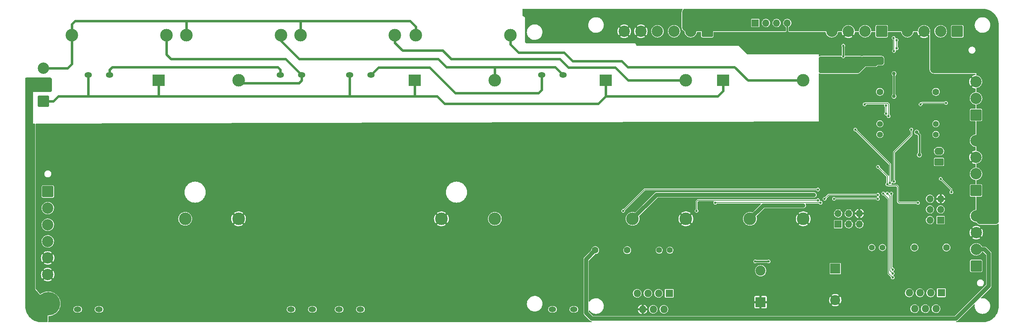
<source format=gbr>
%TF.GenerationSoftware,KiCad,Pcbnew,(6.0.0-0)*%
%TF.CreationDate,2022-01-15T16:46:18+01:00*%
%TF.ProjectId,Power-Supply-2,506f7765-722d-4537-9570-706c792d322e,1*%
%TF.SameCoordinates,Original*%
%TF.FileFunction,Copper,L2,Bot*%
%TF.FilePolarity,Positive*%
%FSLAX46Y46*%
G04 Gerber Fmt 4.6, Leading zero omitted, Abs format (unit mm)*
G04 Created by KiCad (PCBNEW (6.0.0-0)) date 2022-01-15 16:46:18*
%MOMM*%
%LPD*%
G01*
G04 APERTURE LIST*
G04 Aperture macros list*
%AMRoundRect*
0 Rectangle with rounded corners*
0 $1 Rounding radius*
0 $2 $3 $4 $5 $6 $7 $8 $9 X,Y pos of 4 corners*
0 Add a 4 corners polygon primitive as box body*
4,1,4,$2,$3,$4,$5,$6,$7,$8,$9,$2,$3,0*
0 Add four circle primitives for the rounded corners*
1,1,$1+$1,$2,$3*
1,1,$1+$1,$4,$5*
1,1,$1+$1,$6,$7*
1,1,$1+$1,$8,$9*
0 Add four rect primitives between the rounded corners*
20,1,$1+$1,$2,$3,$4,$5,0*
20,1,$1+$1,$4,$5,$6,$7,0*
20,1,$1+$1,$6,$7,$8,$9,0*
20,1,$1+$1,$8,$9,$2,$3,0*%
G04 Aperture macros list end*
%TA.AperFunction,ComponentPad*%
%ADD10R,1.800000X1.800000*%
%TD*%
%TA.AperFunction,ComponentPad*%
%ADD11O,1.800000X1.800000*%
%TD*%
%TA.AperFunction,ComponentPad*%
%ADD12RoundRect,0.250001X1.099999X1.099999X-1.099999X1.099999X-1.099999X-1.099999X1.099999X-1.099999X0*%
%TD*%
%TA.AperFunction,ComponentPad*%
%ADD13C,2.700000*%
%TD*%
%TA.AperFunction,ComponentPad*%
%ADD14RoundRect,0.250001X1.099999X-1.099999X1.099999X1.099999X-1.099999X1.099999X-1.099999X-1.099999X0*%
%TD*%
%TA.AperFunction,ComponentPad*%
%ADD15RoundRect,0.250001X-1.099999X1.099999X-1.099999X-1.099999X1.099999X-1.099999X1.099999X1.099999X0*%
%TD*%
%TA.AperFunction,ComponentPad*%
%ADD16C,1.600000*%
%TD*%
%TA.AperFunction,ComponentPad*%
%ADD17C,1.400000*%
%TD*%
%TA.AperFunction,ComponentPad*%
%ADD18R,3.000000X2.800000*%
%TD*%
%TA.AperFunction,ComponentPad*%
%ADD19C,3.000000*%
%TD*%
%TA.AperFunction,ComponentPad*%
%ADD20R,2.400000X2.400000*%
%TD*%
%TA.AperFunction,ComponentPad*%
%ADD21C,2.400000*%
%TD*%
%TA.AperFunction,ComponentPad*%
%ADD22R,1.700000X1.700000*%
%TD*%
%TA.AperFunction,ComponentPad*%
%ADD23O,1.700000X1.700000*%
%TD*%
%TA.AperFunction,ComponentPad*%
%ADD24O,1.800000X1.300000*%
%TD*%
%TA.AperFunction,ComponentPad*%
%ADD25C,5.600000*%
%TD*%
%TA.AperFunction,ComponentPad*%
%ADD26RoundRect,0.250000X0.845000X-0.620000X0.845000X0.620000X-0.845000X0.620000X-0.845000X-0.620000X0*%
%TD*%
%TA.AperFunction,ComponentPad*%
%ADD27O,2.190000X1.740000*%
%TD*%
%TA.AperFunction,ViaPad*%
%ADD28C,0.600000*%
%TD*%
%TA.AperFunction,ViaPad*%
%ADD29C,0.900000*%
%TD*%
%TA.AperFunction,Conductor*%
%ADD30C,0.200000*%
%TD*%
%TA.AperFunction,Conductor*%
%ADD31C,0.400000*%
%TD*%
%TA.AperFunction,Conductor*%
%ADD32C,1.000000*%
%TD*%
%TA.AperFunction,Conductor*%
%ADD33C,0.600000*%
%TD*%
G04 APERTURE END LIST*
D10*
%TO.P,U1,1,ILIM*%
%TO.N,Net-(R2-Pad2)*%
X236195000Y-130340000D03*
D11*
%TO.P,U1,2,SET*%
%TO.N,Net-(C4-Pad2)*%
X234925000Y-134140000D03*
%TO.P,U1,3,IMON*%
%TO.N,/Microcontroller/ADC_I_VCC*%
X233655000Y-130340000D03*
%TO.P,U1,4,OUT*%
%TO.N,/Positive Supply/VCC_OUT*%
X232385000Y-134140000D03*
%TO.P,U1,5,TEMP*%
%TO.N,/Microcontroller/ADC_T_VCC*%
X231115000Y-130340000D03*
%TO.P,U1,6,IN*%
%TO.N,/Positive Supply/15V*%
X229845000Y-134140000D03*
%TO.P,U1,7,NC*%
%TO.N,unconnected-(U1-Pad7)*%
X228575000Y-130340000D03*
%TD*%
D10*
%TO.P,U3,1,ILIM*%
%TO.N,Net-(R8-Pad2)*%
X171425000Y-130480000D03*
D11*
%TO.P,U3,2,IMONN*%
%TO.N,/Negative Supply/~{ADC_I_VEE}*%
X170155000Y-134280000D03*
%TO.P,U3,3,~{SHDN}*%
%TO.N,/Negative Supply/-15V*%
X168885000Y-130480000D03*
%TO.P,U3,4,IN*%
X167615000Y-134280000D03*
%TO.P,U3,5,SET*%
%TO.N,Net-(C8-Pad2)*%
X166345000Y-130480000D03*
%TO.P,U3,6,GND*%
%TO.N,GND*%
X165075000Y-134280000D03*
%TO.P,U3,7,OUT*%
%TO.N,/Negative Supply/VEE_OUT*%
X163805000Y-130480000D03*
%TD*%
D12*
%TO.P,J9,1,Pin_1*%
%TO.N,/VCC*%
X222000000Y-68000000D03*
D13*
%TO.P,J9,2,Pin_2*%
%TO.N,/VEE*%
X218040000Y-68000000D03*
%TO.P,J9,3,Pin_3*%
%TO.N,GND*%
X214080000Y-68000000D03*
%TO.P,J9,4,Pin_4*%
%TO.N,/5V*%
X210120000Y-68000000D03*
%TD*%
D12*
%TO.P,J8,1,Pin_1*%
%TO.N,/VCC*%
X240000000Y-68000000D03*
D13*
%TO.P,J8,2,Pin_2*%
%TO.N,/VEE*%
X236040000Y-68000000D03*
%TO.P,J8,3,Pin_3*%
%TO.N,GND*%
X232080000Y-68000000D03*
%TO.P,J8,4,Pin_4*%
%TO.N,/5V*%
X228120000Y-68000000D03*
%TD*%
D14*
%TO.P,J7,1,Pin_1*%
%TO.N,/VCC*%
X244450000Y-87940000D03*
D13*
%TO.P,J7,2,Pin_2*%
%TO.N,/VEE*%
X244450000Y-83980000D03*
%TO.P,J7,3,Pin_3*%
%TO.N,GND*%
X244450000Y-80020000D03*
%TO.P,J7,4,Pin_4*%
%TO.N,/5V*%
X244450000Y-76060000D03*
%TD*%
D14*
%TO.P,J10,1,Pin_1*%
%TO.N,/VCC*%
X244500000Y-123940000D03*
D13*
%TO.P,J10,2,Pin_2*%
%TO.N,/VEE*%
X244500000Y-119980000D03*
%TO.P,J10,3,Pin_3*%
%TO.N,GND*%
X244500000Y-116020000D03*
%TO.P,J10,4,Pin_4*%
%TO.N,/5V*%
X244500000Y-112060000D03*
%TD*%
D12*
%TO.P,J12,1,Pin_1*%
%TO.N,/5V*%
X180500000Y-68000000D03*
D13*
%TO.P,J12,2,Pin_2*%
X176540000Y-68000000D03*
%TO.P,J12,3,Pin_3*%
%TO.N,/3V3*%
X172580000Y-68000000D03*
%TO.P,J12,4,Pin_4*%
X168620000Y-68000000D03*
%TO.P,J12,5,Pin_5*%
%TO.N,GND*%
X164660000Y-68000000D03*
%TO.P,J12,6,Pin_6*%
X160700000Y-68000000D03*
%TD*%
D15*
%TO.P,J11,1,Pin_1*%
%TO.N,/5V*%
X23500000Y-106197500D03*
D13*
%TO.P,J11,2,Pin_2*%
X23500000Y-110157500D03*
%TO.P,J11,3,Pin_3*%
%TO.N,/3V3*%
X23500000Y-114117500D03*
%TO.P,J11,4,Pin_4*%
X23500000Y-118077500D03*
%TO.P,J11,5,Pin_5*%
%TO.N,GND*%
X23500000Y-122037500D03*
%TO.P,J11,6,Pin_6*%
X23500000Y-125997500D03*
%TD*%
D14*
%TO.P,J6,1,Pin_1*%
%TO.N,/VCC*%
X244450000Y-105940000D03*
D13*
%TO.P,J6,2,Pin_2*%
%TO.N,/VEE*%
X244450000Y-101980000D03*
%TO.P,J6,3,Pin_3*%
%TO.N,GND*%
X244450000Y-98020000D03*
%TO.P,J6,4,Pin_4*%
%TO.N,/5V*%
X244450000Y-94060000D03*
%TD*%
D16*
%TO.P,K3,11*%
%TO.N,/5V*%
X234907914Y-74815000D03*
%TO.P,K3,14*%
%TO.N,Net-(K3-Pad14)*%
X234907914Y-82435000D03*
D17*
%TO.P,K3,A1*%
%TO.N,Net-(D3-Pad2)*%
X234907914Y-92595000D03*
%TO.P,K3,A2*%
%TO.N,Net-(D3-Pad1)*%
X234907914Y-90055000D03*
%TD*%
D18*
%TO.P,PS4,1,AC_N*%
%TO.N,/AC_N*%
X184290000Y-79680000D03*
D19*
%TO.P,PS4,2,AC_L*%
%TO.N,Net-(F4-Pad2)*%
X203340000Y-79680000D03*
%TO.P,PS4,3,Vout-*%
%TO.N,GND*%
X203340000Y-112700000D03*
%TO.P,PS4,4,Vout+*%
%TO.N,/Digital Supply/5V*%
X190640000Y-112700000D03*
%TD*%
%TO.P,F3,1*%
%TO.N,/AC_L*%
X83642500Y-68885000D03*
%TO.P,F3,2*%
%TO.N,Net-(F3-Pad2)*%
X106142500Y-68885000D03*
%TD*%
D20*
%TO.P,C9,1*%
%TO.N,/Positive Supply/15V*%
X210960000Y-124587755D03*
D21*
%TO.P,C9,2*%
%TO.N,GND*%
X210960000Y-132087755D03*
%TD*%
D18*
%TO.P,PS3,1,AC_N*%
%TO.N,/AC_N*%
X156350000Y-79680000D03*
D19*
%TO.P,PS3,2,AC_L*%
%TO.N,Net-(F3-Pad2)*%
X175400000Y-79680000D03*
%TO.P,PS3,3,Vout-*%
%TO.N,GND*%
X175400000Y-112700000D03*
%TO.P,PS3,4,Vout+*%
%TO.N,/Digital Supply/3V3*%
X162700000Y-112700000D03*
%TD*%
D22*
%TO.P,J4,1,Pin_1*%
%TO.N,/Digital Supply/3V3*%
X191910000Y-66027500D03*
D23*
%TO.P,J4,2,Pin_2*%
%TO.N,/Microcontroller/SCL*%
X194450000Y-66027500D03*
%TO.P,J4,3,Pin_3*%
%TO.N,/Microcontroller/SDA*%
X196990000Y-66027500D03*
%TO.P,J4,4,Pin_4*%
%TO.N,GND*%
X199530000Y-66027500D03*
%TD*%
D16*
%TO.P,K1,11*%
%TO.N,/VCC*%
X237415000Y-119547914D03*
%TO.P,K1,14*%
%TO.N,/Positive Supply/VCC_PRE_RELAIS*%
X229795000Y-119547914D03*
D17*
%TO.P,K1,A1*%
%TO.N,Net-(D1-Pad2)*%
X219635000Y-119547914D03*
%TO.P,K1,A2*%
%TO.N,Net-(D1-Pad1)*%
X222175000Y-119547914D03*
%TD*%
D16*
%TO.P,K4,11*%
%TO.N,/3V3*%
X221572914Y-74815000D03*
%TO.P,K4,14*%
%TO.N,Net-(K4-Pad14)*%
X221572914Y-82435000D03*
D17*
%TO.P,K4,A1*%
%TO.N,Net-(D4-Pad2)*%
X221572914Y-92595000D03*
%TO.P,K4,A2*%
%TO.N,Net-(D4-Pad1)*%
X221572914Y-90055000D03*
%TD*%
D24*
%TO.P,T2,1,IN1A*%
%TO.N,Net-(F2-Pad2)*%
X146190000Y-78410000D03*
%TO.P,T2,2,IN1B*%
%TO.N,Net-(T2-Pad2)*%
X141110000Y-78410000D03*
%TO.P,T2,3,OUT2A*%
X100470000Y-78410000D03*
%TO.P,T2,4,OUT2B*%
%TO.N,/AC_N*%
X95390000Y-78410000D03*
%TO.P,T2,5,OUT1A*%
%TO.N,Net-(D6-Pad2)*%
X148730000Y-134290000D03*
%TO.P,T2,6,OUT1B*%
%TO.N,Net-(D6-Pad3)*%
X143650000Y-134290000D03*
%TO.P,T2,7,OUT2A*%
%TO.N,Net-(D6-Pad2)*%
X97930000Y-134290000D03*
%TO.P,T2,8,OUT2B*%
%TO.N,Net-(D6-Pad3)*%
X92850000Y-134290000D03*
%TD*%
D22*
%TO.P,J3,1,Pin_1*%
%TO.N,/Digital Supply/3V3*%
X211610000Y-113975000D03*
D23*
%TO.P,J3,2,Pin_2*%
%TO.N,/Microcontroller/SPI_NSS*%
X211610000Y-111435000D03*
%TO.P,J3,3,Pin_3*%
%TO.N,/Microcontroller/SPI1_MISO*%
X214150000Y-113975000D03*
%TO.P,J3,4,Pin_4*%
%TO.N,/Microcontroller/SPI_SCK*%
X214150000Y-111435000D03*
%TO.P,J3,5,Pin_5*%
%TO.N,/Microcontroller/SPI1_MOSI*%
X216690000Y-113975000D03*
%TO.P,J3,6,Pin_6*%
%TO.N,GND*%
X216690000Y-111435000D03*
%TD*%
D14*
%TO.P,J5,1,Pin_1*%
%TO.N,/AC_N*%
X22450000Y-84687500D03*
D13*
%TO.P,J5,2,Pin_2*%
%TO.N,Earth*%
X22450000Y-80727500D03*
%TO.P,J5,3,Pin_3*%
%TO.N,/AC_L*%
X22450000Y-76767500D03*
%TD*%
D19*
%TO.P,F4,1*%
%TO.N,/AC_L*%
X111127500Y-68885000D03*
%TO.P,F4,2*%
%TO.N,Net-(F4-Pad2)*%
X133627500Y-68885000D03*
%TD*%
D22*
%TO.P,J1,1,Pin_1*%
%TO.N,/Digital Supply/3V3*%
X236042500Y-113017500D03*
D23*
%TO.P,J1,2,Pin_2*%
%TO.N,/Microcontroller/SWDIO*%
X233502500Y-113017500D03*
%TO.P,J1,3,Pin_3*%
%TO.N,/Microcontroller/~{RESET}*%
X236042500Y-110477500D03*
%TO.P,J1,4,Pin_4*%
%TO.N,/Microcontroller/SWCLK*%
X233502500Y-110477500D03*
%TO.P,J1,5,Pin_5*%
%TO.N,GND*%
X236042500Y-107937500D03*
%TO.P,J1,6,Pin_6*%
%TO.N,unconnected-(J1-Pad6)*%
X233502500Y-107937500D03*
%TD*%
D24*
%TO.P,T1,1,IN1A*%
%TO.N,Net-(F1-Pad2)*%
X83960000Y-78410000D03*
%TO.P,T1,2,IN1B*%
%TO.N,Net-(T1-Pad2)*%
X78880000Y-78410000D03*
%TO.P,T1,3,OUT2A*%
X38240000Y-78410000D03*
%TO.P,T1,4,OUT2B*%
%TO.N,/AC_N*%
X33160000Y-78410000D03*
%TO.P,T1,5,OUT1A*%
%TO.N,Net-(D5-Pad2)*%
X86500000Y-134290000D03*
%TO.P,T1,6,OUT1B*%
%TO.N,Net-(D5-Pad3)*%
X81420000Y-134290000D03*
%TO.P,T1,7,OUT2A*%
%TO.N,Net-(D5-Pad2)*%
X35700000Y-134290000D03*
%TO.P,T1,8,OUT2B*%
%TO.N,Net-(D5-Pad3)*%
X30620000Y-134290000D03*
%TD*%
D19*
%TO.P,F2,1*%
%TO.N,/AC_L*%
X56517500Y-68885000D03*
%TO.P,F2,2*%
%TO.N,Net-(F2-Pad2)*%
X79017500Y-68885000D03*
%TD*%
D16*
%TO.P,K2,11*%
%TO.N,/VEE*%
X153810000Y-120184586D03*
%TO.P,K2,14*%
%TO.N,/Negative Supply/VEE_PRE_RELAIS*%
X161430000Y-120184586D03*
D17*
%TO.P,K2,A1*%
%TO.N,Net-(D2-Pad2)*%
X171590000Y-120184586D03*
%TO.P,K2,A2*%
%TO.N,Net-(D2-Pad1)*%
X169050000Y-120184586D03*
%TD*%
D18*
%TO.P,PS2,1,AC_N*%
%TO.N,/AC_N*%
X110860000Y-79680000D03*
D19*
%TO.P,PS2,2,AC_L*%
%TO.N,Net-(F2-Pad2)*%
X129910000Y-79680000D03*
%TO.P,PS2,3,Vout-*%
%TO.N,/Negative Supply/-15V*%
X129910000Y-112700000D03*
%TO.P,PS2,4,Vout+*%
%TO.N,GND*%
X117210000Y-112700000D03*
%TD*%
D25*
%TO.P,H8,1,1*%
%TO.N,Earth*%
X23600000Y-132950000D03*
%TD*%
D26*
%TO.P,J2,1,Pin_1*%
%TO.N,/Digital Supply/5V*%
X235647500Y-99125000D03*
D27*
%TO.P,J2,2,Pin_2*%
%TO.N,Net-(D12-Pad2)*%
X235647500Y-96585000D03*
%TD*%
D20*
%TO.P,C10,1*%
%TO.N,GND*%
X193180000Y-132562246D03*
D21*
%TO.P,C10,2*%
%TO.N,/Negative Supply/-15V*%
X193180000Y-125062246D03*
%TD*%
D18*
%TO.P,PS1,1,AC_N*%
%TO.N,/AC_N*%
X49860000Y-79680000D03*
D19*
%TO.P,PS1,2,AC_L*%
%TO.N,Net-(F1-Pad2)*%
X68910000Y-79680000D03*
%TO.P,PS1,3,Vout-*%
%TO.N,GND*%
X68910000Y-112700000D03*
%TO.P,PS1,4,Vout+*%
%TO.N,/Positive Supply/15V*%
X56210000Y-112700000D03*
%TD*%
%TO.P,F1,1*%
%TO.N,/AC_L*%
X29212500Y-68885000D03*
%TO.P,F1,2*%
%TO.N,Net-(F1-Pad2)*%
X51712500Y-68885000D03*
%TD*%
D28*
%TO.N,GND*%
X178892500Y-131113500D03*
X219215000Y-96190000D03*
X214451000Y-88570000D03*
X227786000Y-88570000D03*
X227152500Y-91427500D03*
X213817500Y-91427500D03*
X228103500Y-85395000D03*
X217310000Y-73647500D03*
X230645000Y-73647500D03*
D29*
X155715000Y-122542500D03*
X219215000Y-77140000D03*
X232550000Y-77140000D03*
D28*
X161430000Y-135242500D03*
X159842500Y-135242500D03*
X241440000Y-136195000D03*
D29*
X235090000Y-117145000D03*
D28*
X213692500Y-115875000D03*
X228713500Y-127940000D03*
D29*
X177940000Y-134607500D03*
X223342500Y-133337500D03*
D28*
X232206000Y-125717500D03*
X217502500Y-120320000D03*
X147777500Y-66980000D03*
D29*
X223342500Y-134607500D03*
D28*
X158725000Y-129845000D03*
D29*
X240487500Y-133020000D03*
D28*
X219215000Y-112795460D03*
X164631500Y-127940000D03*
D29*
X240487500Y-130480000D03*
D28*
X157455000Y-129845000D03*
X171590000Y-128257500D03*
D29*
X206388000Y-117780000D03*
X240487500Y-129210000D03*
D28*
X231280000Y-79362500D03*
X181750000Y-134290000D03*
X226835000Y-104445000D03*
D29*
X203848000Y-117780000D03*
D28*
X229057500Y-97460000D03*
X226200000Y-109525000D03*
X226517500Y-113754000D03*
X179236500Y-122860000D03*
X235090000Y-101905000D03*
X222707500Y-103810000D03*
D29*
X21730000Y-129845000D03*
D28*
X147777500Y-65710000D03*
X178257500Y-121272500D03*
X237947500Y-102961500D03*
X159995000Y-129845000D03*
X214743500Y-85395000D03*
X169050000Y-126987500D03*
X221120000Y-108890000D03*
D29*
X188608000Y-120320000D03*
D28*
X161265000Y-129845000D03*
X231064000Y-104127500D03*
X145872500Y-68250000D03*
X219431000Y-100317500D03*
D29*
X240487500Y-131750000D03*
X175717500Y-134607500D03*
X224930000Y-94920000D03*
D28*
X243345000Y-127622500D03*
X217945000Y-79362500D03*
X170320000Y-122542500D03*
D29*
X186068000Y-120320000D03*
D28*
X226301500Y-100317500D03*
X232206000Y-127940000D03*
X147777500Y-68250000D03*
X216040000Y-94602500D03*
X226835000Y-106032500D03*
D29*
%TO.N,/Digital Supply/5V*%
X230327500Y-92062500D03*
X203340000Y-109525000D03*
X230962500Y-97460000D03*
X224930000Y-83490000D03*
X224930000Y-78092500D03*
D28*
%TO.N,/Digital Supply/3V3*%
X212865000Y-73965000D03*
X212865000Y-71425000D03*
D29*
X205880000Y-106985000D03*
D28*
%TO.N,/Microcontroller/~{RESET}*%
X221120000Y-100317500D03*
X223327696Y-104452402D03*
X230645000Y-108890000D03*
%TO.N,/Microcontroller/ENABLE_VEE*%
X182385000Y-108890000D03*
X207467500Y-108890000D03*
%TO.N,/Digital Supply/ENABLE_5V0*%
X224930000Y-103810000D03*
X229057500Y-91427500D03*
%TO.N,/Microcontroller/FAN*%
X238582500Y-106350000D03*
X236042500Y-103175000D03*
%TO.N,/Microcontroller/ADC_T_VCC*%
X224612500Y-126670000D03*
X222390000Y-106667500D03*
%TO.N,/Microcontroller/ADC_I_VCC*%
X224612500Y-125717500D03*
X223342500Y-106667500D03*
%TO.N,/Microcontroller/ADC_U_VCC*%
X224612500Y-124765000D03*
X224295000Y-106667500D03*
%TO.N,/Microcontroller/ADC_U_VEE*%
X206832500Y-105715000D03*
X160477500Y-110795000D03*
%TO.N,/Microcontroller/ADC_I_VEE*%
X206832500Y-108255000D03*
X177940000Y-110795000D03*
%TO.N,/Digital Supply/ADC_U_5V0*%
X231253500Y-85395000D03*
X237312500Y-85077500D03*
%TO.N,/Microcontroller/SDA*%
X224930000Y-72695000D03*
X224840912Y-69579182D03*
%TO.N,/Positive Supply/15V*%
X191910000Y-122860000D03*
X195085000Y-122860000D03*
%TO.N,/Microcontroller/LED5*%
X221120000Y-106985000D03*
X208420000Y-107937500D03*
%TO.N,/Microcontroller/LED4*%
X221120000Y-107937500D03*
X210642500Y-107937500D03*
%TO.N,/Digital Supply/ENABLE_3V3*%
X223977500Y-104127500D03*
X215722500Y-91427500D03*
%TO.N,Net-(R19-Pad1)*%
X223025000Y-87617500D03*
X223025000Y-85712500D03*
%TO.N,/Digital Supply/ADC_U_3V3*%
X223660000Y-88252500D03*
X217918500Y-85395000D03*
%TO.N,/Microcontroller/SCL*%
X225565000Y-70073500D03*
X225565000Y-72060000D03*
D29*
%TO.N,/3V3*%
X207785000Y-75870000D03*
X207785000Y-74600000D03*
X207785000Y-77140000D03*
%TD*%
D30*
%TO.N,GND*%
X145872500Y-68250000D02*
X147777500Y-68250000D01*
D31*
X199530000Y-66027500D02*
X199530000Y-69530000D01*
X212080000Y-70000000D02*
X214080000Y-68000000D01*
X200000000Y-70000000D02*
X212080000Y-70000000D01*
X199530000Y-69530000D02*
X200000000Y-70000000D01*
D30*
X147777500Y-65710000D02*
X147777500Y-68250000D01*
D31*
%TO.N,/Digital Supply/5V*%
X230962500Y-97460000D02*
X230962500Y-92697500D01*
X224930000Y-78092500D02*
X224930000Y-83490000D01*
D32*
X193815000Y-109525000D02*
X190640000Y-112700000D01*
D31*
X230962500Y-92697500D02*
X230327500Y-92062500D01*
D32*
X203340000Y-109525000D02*
X193815000Y-109525000D01*
%TO.N,/Digital Supply/3V3*%
X205880000Y-106985000D02*
X168415000Y-106985000D01*
D31*
X212865000Y-73965000D02*
X212865000Y-71425000D01*
D32*
X168415000Y-106985000D02*
X162700000Y-112700000D01*
D30*
%TO.N,/Microcontroller/~{RESET}*%
X223327696Y-104452402D02*
X223637794Y-104762500D01*
X223327696Y-102525196D02*
X223327696Y-104452402D01*
X226200000Y-108890000D02*
X230645000Y-108890000D01*
X225565000Y-104762500D02*
X225882500Y-105080000D01*
X223637794Y-104762500D02*
X225565000Y-104762500D01*
X223327696Y-102525196D02*
X221120000Y-100317500D01*
X225882500Y-108572500D02*
X226200000Y-108890000D01*
X225882500Y-105080000D02*
X225882500Y-108572500D01*
%TO.N,/Microcontroller/ENABLE_VEE*%
X192453480Y-108798480D02*
X182476520Y-108798480D01*
X207375980Y-108798480D02*
X207467500Y-108890000D01*
X192453480Y-108798480D02*
X207375980Y-108798480D01*
X182476520Y-108798480D02*
X182385000Y-108890000D01*
%TO.N,/Digital Supply/ENABLE_5V0*%
X229057500Y-92697500D02*
X229057500Y-91427500D01*
X224930000Y-103810000D02*
X224930000Y-96825000D01*
X224930000Y-96825000D02*
X229057500Y-92697500D01*
%TO.N,/Microcontroller/FAN*%
X238582500Y-105715000D02*
X236042500Y-103175000D01*
X238582500Y-106350000D02*
X238582500Y-105715000D01*
%TO.N,/Microcontroller/ADC_T_VCC*%
X223641960Y-123794460D02*
X223641960Y-125699460D01*
X223641960Y-125699460D02*
X224612500Y-126670000D01*
X222390000Y-106667500D02*
X223641960Y-107919460D01*
X223641960Y-107919460D02*
X223641960Y-123794460D01*
%TO.N,/Microcontroller/ADC_I_VCC*%
X223968480Y-125073480D02*
X224612500Y-125717500D01*
X223968480Y-123485980D02*
X223968480Y-123168480D01*
X223968480Y-123168480D02*
X223968480Y-107293480D01*
X223968480Y-123485980D02*
X223968480Y-125073480D01*
X223968480Y-107293480D02*
X223342500Y-106667500D01*
%TO.N,/Microcontroller/ADC_U_VCC*%
X224295000Y-106667500D02*
X224295000Y-121272500D01*
X224295000Y-121272500D02*
X224295000Y-124447500D01*
X224295000Y-124447500D02*
X224612500Y-124765000D01*
%TO.N,/Microcontroller/ADC_U_VEE*%
X206832500Y-105715000D02*
X165557500Y-105715000D01*
X165557500Y-105715000D02*
X160477500Y-110795000D01*
%TO.N,/Microcontroller/ADC_I_VEE*%
X179845000Y-108255000D02*
X178257500Y-108255000D01*
X205880000Y-108255000D02*
X206832500Y-108255000D01*
X205880000Y-108255000D02*
X179845000Y-108255000D01*
X178257500Y-108255000D02*
X177940000Y-108572500D01*
X177940000Y-108572500D02*
X177940000Y-110795000D01*
%TO.N,/Digital Supply/ADC_U_5V0*%
X231280000Y-85395000D02*
X231253500Y-85395000D01*
X237312500Y-85077500D02*
X231597500Y-85077500D01*
X231597500Y-85077500D02*
X231280000Y-85395000D01*
%TO.N,/Microcontroller/SDA*%
X224930000Y-70155000D02*
X224930000Y-70073500D01*
X224930000Y-72377500D02*
X224930000Y-70155000D01*
X224930000Y-69668270D02*
X224840912Y-69579182D01*
X224930000Y-72377500D02*
X224930000Y-69668270D01*
X224930000Y-72695000D02*
X224930000Y-72377500D01*
D33*
%TO.N,/AC_L*%
X109755000Y-65500000D02*
X110877500Y-66622500D01*
X111127500Y-66872500D02*
X111127500Y-68885000D01*
X22450000Y-76767500D02*
X28232500Y-76767500D01*
X83642500Y-65642500D02*
X83500000Y-65500000D01*
X83642500Y-68885000D02*
X83642500Y-65642500D01*
X56517500Y-65517500D02*
X56500000Y-65500000D01*
X29212500Y-75787500D02*
X29212500Y-71787500D01*
X56517500Y-68885000D02*
X56517500Y-65517500D01*
X29212500Y-66287500D02*
X30000000Y-65500000D01*
X28232500Y-76767500D02*
X29212500Y-75787500D01*
X29212500Y-68885000D02*
X29212500Y-71787500D01*
X30000000Y-65500000D02*
X56500000Y-65500000D01*
X56500000Y-65500000D02*
X83500000Y-65500000D01*
X110877500Y-66622500D02*
X111127500Y-66872500D01*
X29212500Y-68885000D02*
X29212500Y-66287500D01*
X83500000Y-65500000D02*
X109755000Y-65500000D01*
%TO.N,/AC_N*%
X110860000Y-83260000D02*
X110630000Y-83490000D01*
X156350000Y-83490000D02*
X183020000Y-83490000D01*
X49670000Y-83490000D02*
X94882000Y-83490000D01*
X116218000Y-83490000D02*
X117996000Y-85268000D01*
X110860000Y-79680000D02*
X110860000Y-83260000D01*
X156350000Y-83490000D02*
X156350000Y-79680000D01*
X183020000Y-83490000D02*
X184290000Y-82220000D01*
X33160000Y-83490000D02*
X26010000Y-83490000D01*
X49860000Y-79680000D02*
X49860000Y-83300000D01*
X110630000Y-83490000D02*
X116218000Y-83490000D01*
X154572000Y-85268000D02*
X156350000Y-83490000D01*
X33160000Y-83490000D02*
X49670000Y-83490000D01*
X33160000Y-78410000D02*
X33160000Y-83490000D01*
X184290000Y-82220000D02*
X184290000Y-79680000D01*
X24812500Y-84687500D02*
X22450000Y-84687500D01*
X49860000Y-83300000D02*
X49670000Y-83490000D01*
X117996000Y-85268000D02*
X154572000Y-85268000D01*
X95390000Y-78410000D02*
X95390000Y-83490000D01*
X94882000Y-83490000D02*
X95390000Y-83490000D01*
X26010000Y-83490000D02*
X24812500Y-84687500D01*
X94882000Y-83490000D02*
X110630000Y-83490000D01*
D31*
%TO.N,/Positive Supply/15V*%
X191910000Y-122860000D02*
X195085000Y-122860000D01*
D30*
%TO.N,/Microcontroller/LED5*%
X209372500Y-106985000D02*
X208420000Y-107937500D01*
X221120000Y-106985000D02*
X209372500Y-106985000D01*
%TO.N,/Microcontroller/LED4*%
X221120000Y-107937500D02*
X210642500Y-107937500D01*
D33*
%TO.N,Net-(F1-Pad2)*%
X83960000Y-79680000D02*
X83325000Y-80315000D01*
X69545000Y-80315000D02*
X68910000Y-79680000D01*
X83960000Y-78410000D02*
X80150000Y-74600000D01*
X83325000Y-80315000D02*
X69545000Y-80315000D01*
X52845000Y-74600000D02*
X52210000Y-73965000D01*
X51712500Y-73467500D02*
X52210000Y-73965000D01*
X75705000Y-74600000D02*
X52845000Y-74600000D01*
X80150000Y-74600000D02*
X75705000Y-74600000D01*
X83960000Y-78410000D02*
X83960000Y-79680000D01*
X51712500Y-68885000D02*
X51712500Y-73467500D01*
D30*
%TO.N,/Digital Supply/ENABLE_3V3*%
X223977500Y-99682500D02*
X215722500Y-91427500D01*
X223977500Y-104127500D02*
X223977500Y-99682500D01*
%TO.N,Net-(R19-Pad1)*%
X223025000Y-87617500D02*
X223025000Y-85712500D01*
%TO.N,/Digital Supply/ADC_U_3V3*%
X223660000Y-88252500D02*
X223660000Y-85395000D01*
X223450989Y-85185989D02*
X218127511Y-85185989D01*
X218127511Y-85185989D02*
X217918500Y-85395000D01*
X223660000Y-85395000D02*
X223450989Y-85185989D01*
D33*
%TO.N,Net-(F3-Pad2)*%
X106142500Y-70747500D02*
X107998480Y-72603480D01*
X106142500Y-68885000D02*
X106142500Y-70747500D01*
X158636000Y-76632000D02*
X161684000Y-79680000D01*
X117523480Y-72603480D02*
X119520000Y-74600000D01*
X161684000Y-79680000D02*
X175400000Y-79680000D01*
X145428000Y-74600000D02*
X147460000Y-76632000D01*
X147460000Y-76632000D02*
X158636000Y-76632000D01*
X119520000Y-74600000D02*
X145428000Y-74600000D01*
X107998480Y-72603480D02*
X117523480Y-72603480D01*
%TO.N,Net-(F4-Pad2)*%
X160160000Y-75108000D02*
X148476000Y-75108000D01*
X133627500Y-71127500D02*
X133627500Y-68885000D01*
X190170000Y-79680000D02*
X186995000Y-76505000D01*
X146444000Y-73076000D02*
X135576000Y-73076000D01*
X186995000Y-76505000D02*
X161557000Y-76505000D01*
X148476000Y-75108000D02*
X146444000Y-73076000D01*
X203340000Y-79680000D02*
X190170000Y-79680000D01*
X161557000Y-76505000D02*
X160160000Y-75108000D01*
X135576000Y-73076000D02*
X133627500Y-71127500D01*
D30*
%TO.N,/Microcontroller/SCL*%
X225565000Y-70073500D02*
X225565000Y-72060000D01*
D33*
%TO.N,Net-(F2-Pad2)*%
X129910000Y-79680000D02*
X129910000Y-76590000D01*
X144285000Y-76505000D02*
X129995000Y-76505000D01*
X118377000Y-76505000D02*
X129995000Y-76505000D01*
X116472000Y-74600000D02*
X118377000Y-76505000D01*
X129910000Y-76590000D02*
X129995000Y-76505000D01*
X83325000Y-74600000D02*
X116472000Y-74600000D01*
X79017500Y-68885000D02*
X79017500Y-70292500D01*
X146190000Y-78410000D02*
X144285000Y-76505000D01*
X79017500Y-70292500D02*
X83325000Y-74600000D01*
%TO.N,Net-(T1-Pad2)*%
X38240000Y-77140000D02*
X38875000Y-76505000D01*
X78880000Y-77140000D02*
X78880000Y-78410000D01*
X38240000Y-78410000D02*
X38240000Y-77140000D01*
X78245000Y-76505000D02*
X78880000Y-77140000D01*
X38875000Y-76505000D02*
X78245000Y-76505000D01*
%TO.N,Net-(T2-Pad2)*%
X141110000Y-78410000D02*
X141110000Y-81966000D01*
X114440000Y-76632000D02*
X102248000Y-76632000D01*
X140348000Y-82728000D02*
X120536000Y-82728000D01*
X120536000Y-82728000D02*
X114440000Y-76632000D01*
X102248000Y-76632000D02*
X100470000Y-78410000D01*
X141110000Y-81966000D02*
X140348000Y-82728000D01*
D32*
%TO.N,/3V3*%
X220517914Y-75870000D02*
X207785000Y-75870000D01*
X221572914Y-74815000D02*
X220517914Y-75870000D01*
%TO.N,/VEE*%
X151650479Y-122344107D02*
X151650479Y-135150479D01*
X247500000Y-128677274D02*
X247500000Y-121000000D01*
X153810000Y-120184586D02*
X151650479Y-122344107D01*
X247500000Y-121000000D02*
X246480000Y-119980000D01*
X246480000Y-119980000D02*
X244500000Y-119980000D01*
X153000000Y-136500000D02*
X239677274Y-136500000D01*
X239677274Y-136500000D02*
X247500000Y-128677274D01*
X151650479Y-135150479D02*
X153000000Y-136500000D01*
D31*
%TO.N,/5V*%
X210500000Y-65000000D02*
X211000000Y-65000000D01*
X210240000Y-65000000D02*
X210120000Y-64880000D01*
X188735000Y-64440000D02*
X209940000Y-64440000D01*
X242573489Y-69573489D02*
X247500000Y-74500000D01*
D32*
X234907914Y-74815000D02*
X243205000Y-74815000D01*
D31*
X188175000Y-65000000D02*
X188735000Y-64440000D01*
X247500000Y-74500000D02*
X247500000Y-94000000D01*
X247440000Y-94060000D02*
X247500000Y-94000000D01*
X176580000Y-65000000D02*
X180500000Y-65000000D01*
X210120000Y-68000000D02*
X210120000Y-65380000D01*
X244450000Y-94060000D02*
X247440000Y-94060000D01*
X241000000Y-65000000D02*
X242573489Y-66573489D01*
X180500000Y-65000000D02*
X185500000Y-65000000D01*
D32*
X243205000Y-74815000D02*
X244450000Y-76060000D01*
D31*
X228120000Y-68000000D02*
X228120000Y-65120000D01*
X210120000Y-64880000D02*
X210120000Y-65380000D01*
X176540000Y-65040000D02*
X176580000Y-65000000D01*
X244500000Y-112060000D02*
X246940000Y-112060000D01*
X247500000Y-94000000D02*
X247500000Y-111500000D01*
X209940000Y-64440000D02*
X210500000Y-65000000D01*
X242573489Y-66573489D02*
X242573489Y-69573489D01*
X211000000Y-65000000D02*
X241000000Y-65000000D01*
X185500000Y-65000000D02*
X187000000Y-65000000D01*
X210120000Y-64620000D02*
X210120000Y-64880000D01*
X244450000Y-76060000D02*
X247440000Y-76060000D01*
X247440000Y-76060000D02*
X247500000Y-76000000D01*
X176540000Y-68000000D02*
X176540000Y-65040000D01*
X185500000Y-65000000D02*
X188175000Y-65000000D01*
X211000000Y-65000000D02*
X210240000Y-65000000D01*
X180500000Y-65000000D02*
X180500000Y-68000000D01*
X246940000Y-112060000D02*
X247500000Y-111500000D01*
%TD*%
%TA.AperFunction,Conductor*%
%TO.N,Earth*%
G36*
X24008188Y-79001078D02*
G01*
X24112963Y-79014872D01*
X24144735Y-79023385D01*
X24234674Y-79060639D01*
X24263160Y-79077086D01*
X24340393Y-79136349D01*
X24363651Y-79159607D01*
X24422914Y-79236840D01*
X24439361Y-79265326D01*
X24476615Y-79355265D01*
X24485128Y-79387037D01*
X24498922Y-79491812D01*
X24500000Y-79508258D01*
X24500000Y-81991742D01*
X24498922Y-82008188D01*
X24485128Y-82112963D01*
X24476615Y-82144735D01*
X24439361Y-82234674D01*
X24422914Y-82263160D01*
X24363651Y-82340393D01*
X24340393Y-82363651D01*
X24263160Y-82422914D01*
X24234674Y-82439361D01*
X24144735Y-82476615D01*
X24112963Y-82485128D01*
X24008188Y-82498922D01*
X23991742Y-82500000D01*
X20000000Y-82500000D01*
X20000000Y-90000000D01*
X20013627Y-89999964D01*
X20013629Y-89999964D01*
X20373663Y-89999001D01*
X20441837Y-90018821D01*
X20488473Y-90072352D01*
X20500000Y-90125001D01*
X20500000Y-129500000D01*
X20622796Y-129643262D01*
X23374779Y-132853909D01*
X23383775Y-132865753D01*
X23436911Y-132945024D01*
X23450422Y-132971464D01*
X23480929Y-133053930D01*
X23487878Y-133082800D01*
X23499122Y-133177564D01*
X23500000Y-133192410D01*
X23500000Y-136991742D01*
X23498922Y-137008188D01*
X23485128Y-137112963D01*
X23476615Y-137144735D01*
X23439361Y-137234674D01*
X23422914Y-137263161D01*
X23376456Y-137323705D01*
X23319117Y-137365572D01*
X23276494Y-137373000D01*
X22033308Y-137373000D01*
X22031887Y-137372813D01*
X22016024Y-137372813D01*
X22000000Y-137368520D01*
X21988192Y-137371684D01*
X21985934Y-137371021D01*
X21985871Y-137372306D01*
X21626556Y-137354653D01*
X21614262Y-137353443D01*
X21250531Y-137299488D01*
X21238421Y-137297080D01*
X20881725Y-137207733D01*
X20869894Y-137204143D01*
X20523704Y-137080273D01*
X20512280Y-137075542D01*
X20281413Y-136966351D01*
X20179870Y-136918325D01*
X20168969Y-136912498D01*
X19853582Y-136723462D01*
X19843301Y-136716592D01*
X19547967Y-136497556D01*
X19538409Y-136489712D01*
X19265962Y-136242782D01*
X19257218Y-136234038D01*
X19010288Y-135961591D01*
X19002444Y-135952033D01*
X18783408Y-135656699D01*
X18776538Y-135646418D01*
X18587502Y-135331031D01*
X18581673Y-135320126D01*
X18424458Y-134987720D01*
X18419727Y-134976296D01*
X18295857Y-134630106D01*
X18292267Y-134618273D01*
X18202922Y-134261587D01*
X18200510Y-134249460D01*
X18146558Y-133885743D01*
X18145346Y-133873438D01*
X18127694Y-133514129D01*
X18128671Y-133514081D01*
X18128213Y-133512193D01*
X18131480Y-133500000D01*
X18127187Y-133483976D01*
X18127187Y-133468113D01*
X18127000Y-133466692D01*
X18127000Y-79223506D01*
X18147002Y-79155385D01*
X18176295Y-79123544D01*
X18236839Y-79077086D01*
X18265326Y-79060639D01*
X18355265Y-79023385D01*
X18387037Y-79014872D01*
X18491812Y-79001078D01*
X18508258Y-79000000D01*
X23991742Y-79000000D01*
X24008188Y-79001078D01*
G37*
%TD.AperFunction*%
%TD*%
%TA.AperFunction,Conductor*%
%TO.N,GND*%
G36*
X174566461Y-62647002D02*
G01*
X174612954Y-62700658D01*
X174623058Y-62770932D01*
X174595740Y-62832933D01*
X174578226Y-62854274D01*
X174570803Y-62864284D01*
X174557087Y-62884811D01*
X174550679Y-62895501D01*
X174501389Y-62987715D01*
X174501388Y-62987717D01*
X174469966Y-63046505D01*
X174464640Y-63057766D01*
X174455187Y-63080585D01*
X174450986Y-63092325D01*
X174401283Y-63256178D01*
X174398255Y-63268270D01*
X174393438Y-63292490D01*
X174391610Y-63304815D01*
X174391462Y-63306323D01*
X174391459Y-63306343D01*
X174377620Y-63446853D01*
X174374219Y-63481389D01*
X174373760Y-63487603D01*
X174373153Y-63499953D01*
X174373000Y-63506187D01*
X174373000Y-66993813D01*
X174373153Y-67000047D01*
X174373193Y-67000854D01*
X174373193Y-67000863D01*
X174373440Y-67005894D01*
X174373760Y-67012397D01*
X174374219Y-67018611D01*
X174374299Y-67019423D01*
X174391459Y-67193657D01*
X174391462Y-67193677D01*
X174391610Y-67195185D01*
X174393438Y-67207510D01*
X174398255Y-67231730D01*
X174401283Y-67243822D01*
X174401731Y-67245300D01*
X174401733Y-67245306D01*
X174424146Y-67319192D01*
X174436523Y-67359996D01*
X174436524Y-67359997D01*
X174450987Y-67407675D01*
X174455186Y-67419413D01*
X174464639Y-67442233D01*
X174469967Y-67453496D01*
X174536168Y-67577349D01*
X174550676Y-67604493D01*
X174551478Y-67605831D01*
X174556289Y-67613859D01*
X174556301Y-67613878D01*
X174557085Y-67615186D01*
X174570803Y-67635716D01*
X174578226Y-67645726D01*
X174579195Y-67646907D01*
X174579196Y-67646908D01*
X174685870Y-67776892D01*
X174685883Y-67776907D01*
X174686853Y-67778089D01*
X174695223Y-67787324D01*
X174712676Y-67804777D01*
X174721911Y-67813147D01*
X174723093Y-67814117D01*
X174723108Y-67814130D01*
X174839659Y-67909780D01*
X174854274Y-67921774D01*
X174864284Y-67929197D01*
X174865543Y-67930038D01*
X174865554Y-67930046D01*
X174874339Y-67935916D01*
X174884811Y-67942913D01*
X174886116Y-67943695D01*
X174894160Y-67948517D01*
X174894171Y-67948523D01*
X174895502Y-67949321D01*
X174948971Y-67977901D01*
X174964131Y-67986004D01*
X174999855Y-68005099D01*
X175050503Y-68054851D01*
X175066250Y-68108968D01*
X175067550Y-68131506D01*
X175071864Y-68206333D01*
X175073001Y-68211379D01*
X175073002Y-68211385D01*
X175079923Y-68242095D01*
X175125278Y-68443347D01*
X175216684Y-68668455D01*
X175343630Y-68875611D01*
X175502704Y-69059251D01*
X175689636Y-69214445D01*
X175899405Y-69337024D01*
X175904230Y-69338866D01*
X175904231Y-69338867D01*
X175924191Y-69346489D01*
X176126378Y-69423697D01*
X176131444Y-69424728D01*
X176131445Y-69424728D01*
X176162313Y-69431008D01*
X176364459Y-69472135D01*
X176501351Y-69477155D01*
X176602090Y-69480849D01*
X176602094Y-69480849D01*
X176607254Y-69481038D01*
X176675276Y-69472324D01*
X176843122Y-69450822D01*
X176843123Y-69450822D01*
X176848242Y-69450166D01*
X177080953Y-69380350D01*
X177219699Y-69312379D01*
X177294485Y-69275742D01*
X177294490Y-69275739D01*
X177299136Y-69273463D01*
X177303346Y-69270460D01*
X177303351Y-69270457D01*
X177492720Y-69135381D01*
X177492725Y-69135377D01*
X177496932Y-69132376D01*
X177669029Y-68960879D01*
X177810805Y-68763577D01*
X177918453Y-68545768D01*
X177949571Y-68443347D01*
X177987578Y-68318255D01*
X177987579Y-68318249D01*
X177989082Y-68313303D01*
X177999186Y-68236554D01*
X178027908Y-68171627D01*
X178087173Y-68132535D01*
X178124108Y-68127000D01*
X178896500Y-68127000D01*
X178964621Y-68147002D01*
X179011114Y-68200658D01*
X179022500Y-68253000D01*
X179022500Y-69135780D01*
X179023170Y-69140328D01*
X179023170Y-69140335D01*
X179030440Y-69189721D01*
X179033422Y-69209978D01*
X179088810Y-69322790D01*
X179096178Y-69330145D01*
X179096180Y-69330148D01*
X179160070Y-69393925D01*
X179177754Y-69411578D01*
X179187106Y-69416150D01*
X179187107Y-69416150D01*
X179281444Y-69462263D01*
X179290662Y-69466769D01*
X179300337Y-69468180D01*
X179300339Y-69468181D01*
X179359694Y-69476840D01*
X179359698Y-69476840D01*
X179364220Y-69477500D01*
X181635780Y-69477500D01*
X181640328Y-69476830D01*
X181640335Y-69476830D01*
X181700293Y-69468004D01*
X181700295Y-69468003D01*
X181709978Y-69466578D01*
X181719757Y-69461777D01*
X181773872Y-69435207D01*
X181822790Y-69411190D01*
X181830145Y-69403822D01*
X181830148Y-69403820D01*
X181904222Y-69329615D01*
X181911578Y-69322246D01*
X181916401Y-69312379D01*
X181962475Y-69218123D01*
X181962475Y-69218122D01*
X181966769Y-69209338D01*
X181968181Y-69199661D01*
X181976840Y-69140306D01*
X181976840Y-69140302D01*
X181977500Y-69135780D01*
X181977500Y-68253000D01*
X181997502Y-68184879D01*
X182051158Y-68138386D01*
X182103500Y-68127000D01*
X199076500Y-68127000D01*
X199079847Y-68126640D01*
X199079851Y-68126640D01*
X199100131Y-68124460D01*
X199100138Y-68124459D01*
X199103495Y-68124098D01*
X199110860Y-68122496D01*
X199127459Y-68118885D01*
X199155837Y-68112712D01*
X199212009Y-68084594D01*
X199217964Y-68079434D01*
X199217967Y-68079432D01*
X199258855Y-68044002D01*
X199258855Y-68044001D01*
X199265665Y-68038101D01*
X199298385Y-67987189D01*
X199299482Y-67985482D01*
X199299482Y-67985481D01*
X199304354Y-67977901D01*
X199310080Y-67958402D01*
X199321119Y-67920804D01*
X199324356Y-67909780D01*
X199329500Y-67874000D01*
X199329500Y-67038094D01*
X199324058Y-67001315D01*
X199302923Y-66931463D01*
X199296850Y-66922264D01*
X199296317Y-66920489D01*
X199294004Y-66915559D01*
X199294733Y-66915217D01*
X199276000Y-66852842D01*
X199276000Y-65899500D01*
X199296002Y-65831379D01*
X199349658Y-65784886D01*
X199402000Y-65773500D01*
X199658000Y-65773500D01*
X199726121Y-65793502D01*
X199772614Y-65847158D01*
X199784000Y-65899500D01*
X199784000Y-66849449D01*
X199764663Y-66916523D01*
X199760278Y-66923495D01*
X199760275Y-66923503D01*
X199755646Y-66930863D01*
X199735644Y-66998984D01*
X199735004Y-67003434D01*
X199735004Y-67003435D01*
X199734255Y-67008645D01*
X199730500Y-67034764D01*
X199730500Y-67874000D01*
X199730860Y-67877347D01*
X199730860Y-67877351D01*
X199732771Y-67895121D01*
X199733402Y-67900995D01*
X199744788Y-67953337D01*
X199772906Y-68009509D01*
X199778066Y-68015464D01*
X199778068Y-68015467D01*
X199797681Y-68038101D01*
X199819399Y-68063165D01*
X199838972Y-68075744D01*
X199868096Y-68094461D01*
X199879599Y-68101854D01*
X199888243Y-68104392D01*
X199888245Y-68104393D01*
X199903827Y-68108968D01*
X199947720Y-68121856D01*
X199952170Y-68122496D01*
X199952171Y-68122496D01*
X199957381Y-68123245D01*
X199983500Y-68127000D01*
X208533221Y-68127000D01*
X208601342Y-68147002D01*
X208647835Y-68200658D01*
X208656138Y-68225299D01*
X208658894Y-68237526D01*
X208705278Y-68443347D01*
X208796684Y-68668455D01*
X208923630Y-68875611D01*
X209082704Y-69059251D01*
X209269636Y-69214445D01*
X209479405Y-69337024D01*
X209484230Y-69338866D01*
X209484231Y-69338867D01*
X209504191Y-69346489D01*
X209706378Y-69423697D01*
X209711444Y-69424728D01*
X209711445Y-69424728D01*
X209742313Y-69431008D01*
X209944459Y-69472135D01*
X210081351Y-69477155D01*
X210182090Y-69480849D01*
X210182094Y-69480849D01*
X210187254Y-69481038D01*
X210255276Y-69472324D01*
X210423122Y-69450822D01*
X210423123Y-69450822D01*
X210428242Y-69450166D01*
X210660953Y-69380350D01*
X210799699Y-69312379D01*
X210819903Y-69302481D01*
X213142348Y-69302481D01*
X213148075Y-69310132D01*
X213345327Y-69431008D01*
X213354121Y-69435489D01*
X213578231Y-69528318D01*
X213587616Y-69531367D01*
X213823490Y-69587996D01*
X213833237Y-69589539D01*
X214075070Y-69608572D01*
X214084930Y-69608572D01*
X214326763Y-69589539D01*
X214336510Y-69587996D01*
X214395198Y-69573906D01*
X224409048Y-69573906D01*
X224410212Y-69582808D01*
X224410212Y-69582811D01*
X224423762Y-69686428D01*
X224424926Y-69695327D01*
X224474245Y-69807412D01*
X224553039Y-69901150D01*
X224646320Y-69963243D01*
X224691942Y-70017639D01*
X224702500Y-70068129D01*
X224702500Y-72264933D01*
X224682498Y-72333054D01*
X224658163Y-72360887D01*
X224657673Y-72361304D01*
X224650080Y-72366095D01*
X224569018Y-72457879D01*
X224516976Y-72568726D01*
X224498136Y-72689724D01*
X224499300Y-72698626D01*
X224499300Y-72698629D01*
X224512850Y-72802246D01*
X224514014Y-72811145D01*
X224563333Y-72923230D01*
X224642127Y-73016968D01*
X224744064Y-73084823D01*
X224860948Y-73121340D01*
X224983383Y-73123584D01*
X225001434Y-73118663D01*
X225092863Y-73093737D01*
X225101527Y-73091375D01*
X225205881Y-73027301D01*
X225288058Y-72936513D01*
X225341451Y-72826311D01*
X225344003Y-72811145D01*
X225360960Y-72710348D01*
X225361767Y-72705552D01*
X225361896Y-72695000D01*
X225352226Y-72627478D01*
X225362368Y-72557210D01*
X225408891Y-72503580D01*
X225477023Y-72483616D01*
X225490785Y-72484727D01*
X225495948Y-72486340D01*
X225504923Y-72486504D01*
X225504926Y-72486505D01*
X225556124Y-72487443D01*
X225618383Y-72488584D01*
X225736527Y-72456375D01*
X225840881Y-72392301D01*
X225864602Y-72366095D01*
X225917035Y-72308167D01*
X225923058Y-72301513D01*
X225976451Y-72191311D01*
X225996767Y-72070552D01*
X225996896Y-72060000D01*
X225979536Y-71938781D01*
X225928852Y-71827307D01*
X225860571Y-71748063D01*
X225854776Y-71741337D01*
X225854774Y-71741335D01*
X225848918Y-71734539D01*
X225841389Y-71729659D01*
X225835670Y-71724670D01*
X225797486Y-71664817D01*
X225792500Y-71629722D01*
X225792500Y-70503470D01*
X225812502Y-70435349D01*
X225836009Y-70408792D01*
X225840881Y-70405801D01*
X225923058Y-70315013D01*
X225976451Y-70204811D01*
X225996767Y-70084052D01*
X225996896Y-70073500D01*
X225986215Y-69998915D01*
X225980809Y-69961167D01*
X225980808Y-69961164D01*
X225979536Y-69952281D01*
X225928852Y-69840807D01*
X225848918Y-69748039D01*
X225746160Y-69681435D01*
X225628838Y-69646348D01*
X225619862Y-69646293D01*
X225619861Y-69646293D01*
X225569483Y-69645985D01*
X225506385Y-69645600D01*
X225497755Y-69648066D01*
X225497751Y-69648067D01*
X225430005Y-69667429D01*
X225359011Y-69666917D01*
X225299563Y-69628103D01*
X225270654Y-69564142D01*
X225256721Y-69466849D01*
X225256720Y-69466846D01*
X225255448Y-69457963D01*
X225204764Y-69346489D01*
X225166844Y-69302481D01*
X225130688Y-69260519D01*
X225130686Y-69260517D01*
X225124830Y-69253721D01*
X225022072Y-69187117D01*
X224904750Y-69152030D01*
X224895774Y-69151975D01*
X224895773Y-69151975D01*
X224845395Y-69151667D01*
X224782297Y-69151282D01*
X224664556Y-69184933D01*
X224656969Y-69189720D01*
X224656967Y-69189721D01*
X224640212Y-69200293D01*
X224560992Y-69250277D01*
X224555049Y-69257006D01*
X224506145Y-69312379D01*
X224479930Y-69342061D01*
X224427888Y-69452908D01*
X224426507Y-69461777D01*
X224415672Y-69531367D01*
X224409048Y-69573906D01*
X214395198Y-69573906D01*
X214572384Y-69531367D01*
X214581769Y-69528318D01*
X214805879Y-69435489D01*
X214814673Y-69431008D01*
X215008258Y-69312379D01*
X215017718Y-69301923D01*
X215013934Y-69293145D01*
X214092811Y-68372021D01*
X214078868Y-68364408D01*
X214077034Y-68364539D01*
X214070420Y-68368790D01*
X213149105Y-69290106D01*
X213142348Y-69302481D01*
X210819903Y-69302481D01*
X210874485Y-69275742D01*
X210874490Y-69275739D01*
X210879136Y-69273463D01*
X210883346Y-69270460D01*
X210883351Y-69270457D01*
X211072720Y-69135381D01*
X211072725Y-69135377D01*
X211076932Y-69132376D01*
X211249029Y-68960879D01*
X211390805Y-68763577D01*
X211498453Y-68545768D01*
X211529571Y-68443347D01*
X211567578Y-68318255D01*
X211567579Y-68318249D01*
X211569082Y-68313303D01*
X211579186Y-68236554D01*
X211607908Y-68171627D01*
X211667173Y-68132535D01*
X211704108Y-68127000D01*
X212364561Y-68127000D01*
X212432682Y-68147002D01*
X212479175Y-68200658D01*
X212490172Y-68243107D01*
X212490459Y-68246754D01*
X212492004Y-68256510D01*
X212548633Y-68492384D01*
X212551682Y-68501769D01*
X212644511Y-68725879D01*
X212648992Y-68734673D01*
X212767621Y-68928258D01*
X212778077Y-68937718D01*
X212786855Y-68933934D01*
X213990905Y-67729885D01*
X214053217Y-67695859D01*
X214124033Y-67700924D01*
X214169095Y-67729885D01*
X215370102Y-68930891D01*
X215382482Y-68937651D01*
X215390132Y-68931925D01*
X215511008Y-68734673D01*
X215515489Y-68725879D01*
X215608318Y-68501769D01*
X215611367Y-68492384D01*
X215667996Y-68256510D01*
X215669541Y-68246754D01*
X215669828Y-68243107D01*
X215695117Y-68176767D01*
X215752257Y-68134630D01*
X215795439Y-68127000D01*
X216440755Y-68127000D01*
X216443284Y-68126796D01*
X216445817Y-68126694D01*
X216445847Y-68127429D01*
X216512448Y-68141272D01*
X216563113Y-68191007D01*
X216576006Y-68224713D01*
X216578675Y-68236554D01*
X216625278Y-68443347D01*
X216716684Y-68668455D01*
X216843630Y-68875611D01*
X217002704Y-69059251D01*
X217189636Y-69214445D01*
X217399405Y-69337024D01*
X217404230Y-69338866D01*
X217404231Y-69338867D01*
X217424191Y-69346489D01*
X217626378Y-69423697D01*
X217631444Y-69424728D01*
X217631445Y-69424728D01*
X217662313Y-69431008D01*
X217864459Y-69472135D01*
X218001351Y-69477155D01*
X218102090Y-69480849D01*
X218102094Y-69480849D01*
X218107254Y-69481038D01*
X218175276Y-69472324D01*
X218343122Y-69450822D01*
X218343123Y-69450822D01*
X218348242Y-69450166D01*
X218580953Y-69380350D01*
X218719699Y-69312379D01*
X218794485Y-69275742D01*
X218794490Y-69275739D01*
X218799136Y-69273463D01*
X218803346Y-69270460D01*
X218803351Y-69270457D01*
X218992720Y-69135381D01*
X218992725Y-69135377D01*
X218996932Y-69132376D01*
X219169029Y-68960879D01*
X219310805Y-68763577D01*
X219418453Y-68545768D01*
X219449571Y-68443347D01*
X219487578Y-68318255D01*
X219487579Y-68318249D01*
X219489082Y-68313303D01*
X219497857Y-68246651D01*
X219499322Y-68235524D01*
X219528045Y-68170597D01*
X219587310Y-68131506D01*
X219633234Y-68126292D01*
X219634172Y-68126359D01*
X219638630Y-68127000D01*
X220396500Y-68127000D01*
X220464621Y-68147002D01*
X220511114Y-68200658D01*
X220522500Y-68253000D01*
X220522500Y-69135780D01*
X220523170Y-69140328D01*
X220523170Y-69140335D01*
X220530440Y-69189721D01*
X220533422Y-69209978D01*
X220588810Y-69322790D01*
X220596178Y-69330145D01*
X220596180Y-69330148D01*
X220660070Y-69393925D01*
X220677754Y-69411578D01*
X220687106Y-69416150D01*
X220687107Y-69416150D01*
X220781444Y-69462263D01*
X220790662Y-69466769D01*
X220800337Y-69468180D01*
X220800339Y-69468181D01*
X220859694Y-69476840D01*
X220859698Y-69476840D01*
X220864220Y-69477500D01*
X223135780Y-69477500D01*
X223140328Y-69476830D01*
X223140335Y-69476830D01*
X223200293Y-69468004D01*
X223200295Y-69468003D01*
X223209978Y-69466578D01*
X223219757Y-69461777D01*
X223273872Y-69435207D01*
X223322790Y-69411190D01*
X223330145Y-69403822D01*
X223330148Y-69403820D01*
X223404222Y-69329615D01*
X223411578Y-69322246D01*
X223416401Y-69312379D01*
X223462475Y-69218123D01*
X223462475Y-69218122D01*
X223466769Y-69209338D01*
X223468181Y-69199661D01*
X223476840Y-69140306D01*
X223476840Y-69140302D01*
X223477500Y-69135780D01*
X223477500Y-68253000D01*
X223497502Y-68184879D01*
X223551158Y-68138386D01*
X223603500Y-68127000D01*
X226533221Y-68127000D01*
X226601342Y-68147002D01*
X226647835Y-68200658D01*
X226656138Y-68225299D01*
X226658894Y-68237526D01*
X226705278Y-68443347D01*
X226796684Y-68668455D01*
X226923630Y-68875611D01*
X227082704Y-69059251D01*
X227269636Y-69214445D01*
X227479405Y-69337024D01*
X227484230Y-69338866D01*
X227484231Y-69338867D01*
X227504191Y-69346489D01*
X227706378Y-69423697D01*
X227711444Y-69424728D01*
X227711445Y-69424728D01*
X227742313Y-69431008D01*
X227944459Y-69472135D01*
X228081351Y-69477155D01*
X228182090Y-69480849D01*
X228182094Y-69480849D01*
X228187254Y-69481038D01*
X228255276Y-69472324D01*
X228423122Y-69450822D01*
X228423123Y-69450822D01*
X228428242Y-69450166D01*
X228660953Y-69380350D01*
X228799699Y-69312379D01*
X228819903Y-69302481D01*
X231142348Y-69302481D01*
X231148075Y-69310132D01*
X231345327Y-69431008D01*
X231354121Y-69435489D01*
X231578231Y-69528318D01*
X231587616Y-69531367D01*
X231823490Y-69587996D01*
X231833237Y-69589539D01*
X232075070Y-69608572D01*
X232084930Y-69608572D01*
X232326763Y-69589539D01*
X232336510Y-69587996D01*
X232572384Y-69531367D01*
X232581769Y-69528318D01*
X232805879Y-69435489D01*
X232814673Y-69431008D01*
X233008258Y-69312379D01*
X233017718Y-69301923D01*
X233013934Y-69293145D01*
X232092811Y-68372021D01*
X232078868Y-68364408D01*
X232077034Y-68364539D01*
X232070420Y-68368790D01*
X231149105Y-69290106D01*
X231142348Y-69302481D01*
X228819903Y-69302481D01*
X228874485Y-69275742D01*
X228874490Y-69275739D01*
X228879136Y-69273463D01*
X228883346Y-69270460D01*
X228883351Y-69270457D01*
X229072720Y-69135381D01*
X229072725Y-69135377D01*
X229076932Y-69132376D01*
X229249029Y-68960879D01*
X229390805Y-68763577D01*
X229498453Y-68545768D01*
X229529571Y-68443347D01*
X229567578Y-68318255D01*
X229567579Y-68318249D01*
X229569082Y-68313303D01*
X229579186Y-68236554D01*
X229607908Y-68171627D01*
X229667173Y-68132535D01*
X229704108Y-68127000D01*
X230364561Y-68127000D01*
X230432682Y-68147002D01*
X230479175Y-68200658D01*
X230490172Y-68243107D01*
X230490459Y-68246754D01*
X230492004Y-68256510D01*
X230548633Y-68492384D01*
X230551682Y-68501769D01*
X230644511Y-68725879D01*
X230648992Y-68734673D01*
X230767621Y-68928258D01*
X230778077Y-68937718D01*
X230786855Y-68933934D01*
X231990905Y-67729885D01*
X232053217Y-67695859D01*
X232124033Y-67700924D01*
X232169095Y-67729885D01*
X233336095Y-68896884D01*
X233370120Y-68959196D01*
X233373000Y-68985979D01*
X233373000Y-76993813D01*
X233373153Y-77000047D01*
X233373760Y-77012397D01*
X233374219Y-77018611D01*
X233374299Y-77019423D01*
X233391459Y-77193657D01*
X233391462Y-77193677D01*
X233391610Y-77195185D01*
X233393438Y-77207510D01*
X233398255Y-77231730D01*
X233401283Y-77243823D01*
X233450986Y-77407675D01*
X233455186Y-77419413D01*
X233455775Y-77420835D01*
X233455782Y-77420853D01*
X233460835Y-77433050D01*
X233464639Y-77442233D01*
X233469967Y-77453496D01*
X233550677Y-77604495D01*
X233557085Y-77615186D01*
X233570803Y-77635716D01*
X233578226Y-77645726D01*
X233579195Y-77646907D01*
X233579196Y-77646908D01*
X233685870Y-77776892D01*
X233685883Y-77776907D01*
X233686853Y-77778089D01*
X233695223Y-77787324D01*
X233712676Y-77804777D01*
X233721911Y-77813147D01*
X233723093Y-77814117D01*
X233723108Y-77814130D01*
X233792795Y-77871320D01*
X233854274Y-77921774D01*
X233864284Y-77929197D01*
X233865543Y-77930038D01*
X233865554Y-77930046D01*
X233876732Y-77937515D01*
X233884811Y-77942913D01*
X233895501Y-77949321D01*
X233987715Y-77998611D01*
X233987717Y-77998612D01*
X234046505Y-78030034D01*
X234057766Y-78035360D01*
X234059171Y-78035942D01*
X234079138Y-78044214D01*
X234079153Y-78044220D01*
X234080585Y-78044813D01*
X234086837Y-78047050D01*
X234090840Y-78048483D01*
X234090854Y-78048488D01*
X234092325Y-78049014D01*
X234189512Y-78078495D01*
X234254700Y-78098269D01*
X234254712Y-78098272D01*
X234256178Y-78098717D01*
X234262284Y-78100246D01*
X234266793Y-78101376D01*
X234266809Y-78101380D01*
X234268272Y-78101746D01*
X234292489Y-78106562D01*
X234297264Y-78107270D01*
X234303279Y-78108162D01*
X234303285Y-78108163D01*
X234304811Y-78108389D01*
X234481388Y-78125781D01*
X234482101Y-78125834D01*
X234482105Y-78125834D01*
X234486857Y-78126185D01*
X234486864Y-78126185D01*
X234487603Y-78126240D01*
X234496169Y-78126661D01*
X234499137Y-78126807D01*
X234499146Y-78126807D01*
X234499953Y-78126847D01*
X234501673Y-78126889D01*
X234505449Y-78126982D01*
X234505458Y-78126982D01*
X234506187Y-78127000D01*
X244247000Y-78127000D01*
X244315121Y-78147002D01*
X244361614Y-78200658D01*
X244373000Y-78253000D01*
X244373000Y-78300626D01*
X244352998Y-78368747D01*
X244299342Y-78415240D01*
X244256887Y-78426238D01*
X244203236Y-78430461D01*
X244193490Y-78432004D01*
X243957616Y-78488633D01*
X243948231Y-78491682D01*
X243724121Y-78584511D01*
X243715327Y-78588992D01*
X243521742Y-78707621D01*
X243512282Y-78718077D01*
X243516066Y-78726855D01*
X244720115Y-79930905D01*
X244754141Y-79993217D01*
X244749076Y-80064033D01*
X244720115Y-80109095D01*
X244450000Y-80379210D01*
X243519109Y-81310102D01*
X243512349Y-81322482D01*
X243518076Y-81330132D01*
X243715327Y-81451008D01*
X243724121Y-81455489D01*
X243948231Y-81548318D01*
X243957616Y-81551367D01*
X244193490Y-81607996D01*
X244203236Y-81609539D01*
X244256887Y-81613762D01*
X244323228Y-81639048D01*
X244365367Y-81696186D01*
X244373000Y-81739374D01*
X244373000Y-82382531D01*
X244373125Y-82384515D01*
X244373135Y-82384825D01*
X244355286Y-82453541D01*
X244303120Y-82501699D01*
X244266257Y-82513339D01*
X244106419Y-82537798D01*
X243875483Y-82613279D01*
X243870895Y-82615667D01*
X243870891Y-82615669D01*
X243833413Y-82635179D01*
X243659977Y-82725464D01*
X243655844Y-82728567D01*
X243655841Y-82728569D01*
X243469822Y-82868236D01*
X243465687Y-82871341D01*
X243297831Y-83046992D01*
X243160918Y-83247700D01*
X243158744Y-83252384D01*
X243158742Y-83252387D01*
X243118426Y-83339242D01*
X243058624Y-83468073D01*
X242993696Y-83702195D01*
X242967879Y-83943778D01*
X242968176Y-83948931D01*
X242968176Y-83948934D01*
X242975300Y-84072483D01*
X242981864Y-84186333D01*
X242983001Y-84191379D01*
X242983002Y-84191385D01*
X243009273Y-84307953D01*
X243035278Y-84423347D01*
X243126684Y-84648455D01*
X243150941Y-84688039D01*
X243250086Y-84849827D01*
X243253630Y-84855611D01*
X243412704Y-85039251D01*
X243599636Y-85194445D01*
X243809405Y-85317024D01*
X243814230Y-85318866D01*
X243814231Y-85318867D01*
X243843878Y-85330188D01*
X244036378Y-85403697D01*
X244041444Y-85404728D01*
X244041445Y-85404728D01*
X244066380Y-85409801D01*
X244272120Y-85451659D01*
X244334886Y-85484841D01*
X244369748Y-85546689D01*
X244373000Y-85575130D01*
X244373000Y-86336500D01*
X244352998Y-86404621D01*
X244299342Y-86451114D01*
X244247000Y-86462500D01*
X243314220Y-86462500D01*
X243309672Y-86463170D01*
X243309665Y-86463170D01*
X243249707Y-86471996D01*
X243249705Y-86471997D01*
X243240022Y-86473422D01*
X243127210Y-86528810D01*
X243119855Y-86536178D01*
X243119852Y-86536180D01*
X243045778Y-86610385D01*
X243038422Y-86617754D01*
X242983231Y-86730662D01*
X242972500Y-86804220D01*
X242972500Y-89075780D01*
X242983422Y-89149978D01*
X243038810Y-89262790D01*
X243046178Y-89270145D01*
X243046180Y-89270148D01*
X243107873Y-89331732D01*
X243127754Y-89351578D01*
X243240662Y-89406769D01*
X243250337Y-89408180D01*
X243250339Y-89408181D01*
X243309694Y-89416840D01*
X243309698Y-89416840D01*
X243314220Y-89417500D01*
X244247000Y-89417500D01*
X244315121Y-89437502D01*
X244361614Y-89491158D01*
X244373000Y-89543500D01*
X244373000Y-92468819D01*
X244352998Y-92536940D01*
X244299342Y-92583433D01*
X244266059Y-92593369D01*
X244106419Y-92617798D01*
X243875483Y-92693279D01*
X243870895Y-92695667D01*
X243870891Y-92695669D01*
X243677677Y-92796250D01*
X243659977Y-92805464D01*
X243655844Y-92808567D01*
X243655841Y-92808569D01*
X243481925Y-92939149D01*
X243465687Y-92951341D01*
X243462115Y-92955079D01*
X243344312Y-93078353D01*
X243297831Y-93126992D01*
X243160918Y-93327700D01*
X243058624Y-93548073D01*
X242993696Y-93782195D01*
X242967879Y-94023778D01*
X242981864Y-94266333D01*
X242983001Y-94271379D01*
X242983002Y-94271385D01*
X243009272Y-94387953D01*
X243035278Y-94503347D01*
X243126684Y-94728455D01*
X243253630Y-94935611D01*
X243412704Y-95119251D01*
X243599636Y-95274445D01*
X243809405Y-95397024D01*
X244036378Y-95483697D01*
X244041444Y-95484728D01*
X244041445Y-95484728D01*
X244148766Y-95506562D01*
X244272120Y-95531659D01*
X244334886Y-95564841D01*
X244369748Y-95626689D01*
X244373000Y-95655130D01*
X244373000Y-96300626D01*
X244352998Y-96368747D01*
X244299342Y-96415240D01*
X244256887Y-96426238D01*
X244203236Y-96430461D01*
X244193490Y-96432004D01*
X243957616Y-96488633D01*
X243948231Y-96491682D01*
X243724121Y-96584511D01*
X243715327Y-96588992D01*
X243521742Y-96707621D01*
X243512282Y-96718077D01*
X243516066Y-96726855D01*
X244720115Y-97930905D01*
X244754141Y-97993217D01*
X244749076Y-98064033D01*
X244720115Y-98109095D01*
X244450000Y-98379210D01*
X243519109Y-99310102D01*
X243512349Y-99322482D01*
X243518076Y-99330132D01*
X243715327Y-99451008D01*
X243724121Y-99455489D01*
X243948231Y-99548318D01*
X243957616Y-99551367D01*
X244193490Y-99607996D01*
X244203236Y-99609539D01*
X244256887Y-99613762D01*
X244323228Y-99639048D01*
X244365367Y-99696186D01*
X244373000Y-99739374D01*
X244373000Y-100382531D01*
X244373125Y-100384515D01*
X244373135Y-100384825D01*
X244355286Y-100453541D01*
X244303120Y-100501699D01*
X244266257Y-100513339D01*
X244106419Y-100537798D01*
X243875483Y-100613279D01*
X243870895Y-100615667D01*
X243870891Y-100615669D01*
X243689683Y-100710000D01*
X243659977Y-100725464D01*
X243655844Y-100728567D01*
X243655841Y-100728569D01*
X243469822Y-100868236D01*
X243465687Y-100871341D01*
X243297831Y-101046992D01*
X243160918Y-101247700D01*
X243158744Y-101252384D01*
X243158742Y-101252387D01*
X243064005Y-101456481D01*
X243058624Y-101468073D01*
X242993696Y-101702195D01*
X242967879Y-101943778D01*
X242981864Y-102186333D01*
X242983001Y-102191379D01*
X242983002Y-102191385D01*
X243007360Y-102299467D01*
X243035278Y-102423347D01*
X243126684Y-102648455D01*
X243253630Y-102855611D01*
X243412704Y-103039251D01*
X243599636Y-103194445D01*
X243809405Y-103317024D01*
X244036378Y-103403697D01*
X244041444Y-103404728D01*
X244041445Y-103404728D01*
X244148766Y-103426562D01*
X244272120Y-103451659D01*
X244334886Y-103484841D01*
X244369748Y-103546689D01*
X244373000Y-103575130D01*
X244373000Y-104336500D01*
X244352998Y-104404621D01*
X244299342Y-104451114D01*
X244247000Y-104462500D01*
X243314220Y-104462500D01*
X243309672Y-104463170D01*
X243309665Y-104463170D01*
X243249707Y-104471996D01*
X243249705Y-104471997D01*
X243240022Y-104473422D01*
X243127210Y-104528810D01*
X243119855Y-104536178D01*
X243119852Y-104536180D01*
X243079342Y-104576762D01*
X243038422Y-104617754D01*
X242983231Y-104730662D01*
X242981820Y-104740337D01*
X242981819Y-104740339D01*
X242974038Y-104793680D01*
X242972500Y-104804220D01*
X242972500Y-107075780D01*
X242973170Y-107080328D01*
X242973170Y-107080335D01*
X242980173Y-107127908D01*
X242983422Y-107149978D01*
X242987737Y-107158766D01*
X242987737Y-107158767D01*
X243001902Y-107187618D01*
X243038810Y-107262790D01*
X243046178Y-107270145D01*
X243046180Y-107270148D01*
X243106150Y-107330012D01*
X243127754Y-107351578D01*
X243137106Y-107356150D01*
X243137107Y-107356150D01*
X243214421Y-107393942D01*
X243240662Y-107406769D01*
X243250337Y-107408180D01*
X243250339Y-107408181D01*
X243309694Y-107416840D01*
X243309698Y-107416840D01*
X243314220Y-107417500D01*
X244247000Y-107417500D01*
X244315121Y-107437502D01*
X244361614Y-107491158D01*
X244373000Y-107543500D01*
X244373000Y-110476470D01*
X244352998Y-110544591D01*
X244299342Y-110591084D01*
X244266060Y-110601020D01*
X244187087Y-110613105D01*
X244156419Y-110617798D01*
X243925483Y-110693279D01*
X243920895Y-110695667D01*
X243920891Y-110695669D01*
X243739310Y-110790194D01*
X243709977Y-110805464D01*
X243705844Y-110808567D01*
X243705841Y-110808569D01*
X243519822Y-110948236D01*
X243515687Y-110951341D01*
X243446988Y-111023230D01*
X243352577Y-111122026D01*
X243347831Y-111126992D01*
X243210918Y-111327700D01*
X243208744Y-111332384D01*
X243208742Y-111332387D01*
X243114426Y-111535574D01*
X243108624Y-111548073D01*
X243043696Y-111782195D01*
X243017879Y-112023778D01*
X243018176Y-112028931D01*
X243018176Y-112028934D01*
X243029347Y-112222682D01*
X243031864Y-112266333D01*
X243033001Y-112271379D01*
X243033002Y-112271385D01*
X243045756Y-112327978D01*
X243085278Y-112503347D01*
X243152003Y-112667673D01*
X243167132Y-112704930D01*
X243176684Y-112728455D01*
X243303630Y-112935611D01*
X243462704Y-113119251D01*
X243649636Y-113274445D01*
X243859405Y-113397024D01*
X243864230Y-113398866D01*
X243864231Y-113398867D01*
X243933892Y-113425468D01*
X244086378Y-113483697D01*
X244091444Y-113484728D01*
X244091445Y-113484728D01*
X244148315Y-113496298D01*
X244324459Y-113532135D01*
X244443382Y-113536496D01*
X244510723Y-113558979D01*
X244548920Y-113601942D01*
X244549189Y-113601790D01*
X244549899Y-113603043D01*
X244549904Y-113603049D01*
X244550677Y-113604495D01*
X244557085Y-113615186D01*
X244570803Y-113635716D01*
X244578226Y-113645726D01*
X244579195Y-113646907D01*
X244579196Y-113646908D01*
X244685870Y-113776892D01*
X244685879Y-113776902D01*
X244686853Y-113778089D01*
X244695223Y-113787324D01*
X244712676Y-113804777D01*
X244721911Y-113813147D01*
X244723093Y-113814117D01*
X244723108Y-113814130D01*
X244848759Y-113917248D01*
X244854274Y-113921774D01*
X244864284Y-113929197D01*
X244865543Y-113930038D01*
X244865554Y-113930046D01*
X244872838Y-113934913D01*
X244884811Y-113942913D01*
X244895501Y-113949321D01*
X244987715Y-113998611D01*
X244987717Y-113998612D01*
X245046505Y-114030034D01*
X245057766Y-114035360D01*
X245059171Y-114035942D01*
X245079138Y-114044214D01*
X245079153Y-114044220D01*
X245080585Y-114044813D01*
X245086837Y-114047050D01*
X245090840Y-114048483D01*
X245090854Y-114048488D01*
X245092325Y-114049014D01*
X245181766Y-114076145D01*
X245254700Y-114098269D01*
X245254712Y-114098272D01*
X245256178Y-114098717D01*
X245262284Y-114100246D01*
X245266793Y-114101376D01*
X245266809Y-114101380D01*
X245268272Y-114101746D01*
X245292489Y-114106562D01*
X245298714Y-114107485D01*
X245303279Y-114108162D01*
X245303285Y-114108163D01*
X245304811Y-114108389D01*
X245481388Y-114125781D01*
X245482101Y-114125834D01*
X245482105Y-114125834D01*
X245486857Y-114126185D01*
X245486864Y-114126185D01*
X245487603Y-114126240D01*
X245496351Y-114126670D01*
X245499137Y-114126807D01*
X245499146Y-114126807D01*
X245499953Y-114126847D01*
X245501673Y-114126889D01*
X245505449Y-114126982D01*
X245505458Y-114126982D01*
X245506187Y-114127000D01*
X248993813Y-114127000D01*
X248994542Y-114126982D01*
X248994551Y-114126982D01*
X248998327Y-114126889D01*
X249000047Y-114126847D01*
X249000854Y-114126807D01*
X249000863Y-114126807D01*
X249003649Y-114126670D01*
X249012397Y-114126240D01*
X249013136Y-114126185D01*
X249013143Y-114126185D01*
X249017895Y-114125834D01*
X249017899Y-114125834D01*
X249018612Y-114125781D01*
X249195189Y-114108389D01*
X249196715Y-114108163D01*
X249196721Y-114108162D01*
X249201286Y-114107485D01*
X249207511Y-114106562D01*
X249231728Y-114101746D01*
X249233191Y-114101380D01*
X249233207Y-114101376D01*
X249237716Y-114100246D01*
X249243822Y-114098717D01*
X249245288Y-114098272D01*
X249245300Y-114098269D01*
X249318234Y-114076145D01*
X249407675Y-114049014D01*
X249409146Y-114048488D01*
X249409160Y-114048483D01*
X249413163Y-114047050D01*
X249419415Y-114044813D01*
X249420847Y-114044220D01*
X249420862Y-114044214D01*
X249440829Y-114035942D01*
X249442234Y-114035360D01*
X249453495Y-114030034D01*
X249512283Y-113998612D01*
X249512285Y-113998611D01*
X249604499Y-113949321D01*
X249615189Y-113942913D01*
X249627162Y-113934913D01*
X249634446Y-113930046D01*
X249634457Y-113930038D01*
X249635716Y-113929197D01*
X249645726Y-113921774D01*
X249654501Y-113914573D01*
X249667067Y-113904260D01*
X249732414Y-113876507D01*
X249802392Y-113888489D01*
X249854784Y-113936402D01*
X249873000Y-114001660D01*
X249873000Y-133466692D01*
X249872813Y-133468113D01*
X249872813Y-133483976D01*
X249868520Y-133500000D01*
X249871684Y-133511808D01*
X249871021Y-133514066D01*
X249872306Y-133514129D01*
X249854741Y-133871673D01*
X249854654Y-133873438D01*
X249853443Y-133885738D01*
X249800474Y-134242828D01*
X249799490Y-134249460D01*
X249797080Y-134261579D01*
X249721000Y-134565307D01*
X249707733Y-134618273D01*
X249704144Y-134630104D01*
X249700985Y-134638933D01*
X249580273Y-134976296D01*
X249575542Y-134987720D01*
X249486189Y-135176642D01*
X249422399Y-135311517D01*
X249418327Y-135320126D01*
X249412500Y-135331027D01*
X249368123Y-135405066D01*
X249223462Y-135646418D01*
X249216592Y-135656699D01*
X248997556Y-135952033D01*
X248989712Y-135961591D01*
X248742782Y-136234038D01*
X248734038Y-136242782D01*
X248461591Y-136489712D01*
X248452033Y-136497556D01*
X248156699Y-136716592D01*
X248146418Y-136723462D01*
X247856306Y-136897349D01*
X247831031Y-136912498D01*
X247820130Y-136918325D01*
X247719915Y-136965723D01*
X247487720Y-137075542D01*
X247476296Y-137080273D01*
X247130106Y-137204143D01*
X247118275Y-137207733D01*
X246761579Y-137297080D01*
X246749469Y-137299488D01*
X246385738Y-137353443D01*
X246373444Y-137354653D01*
X246014129Y-137372306D01*
X246014081Y-137371329D01*
X246012193Y-137371787D01*
X246000000Y-137368520D01*
X245983976Y-137372813D01*
X245968113Y-137372813D01*
X245966692Y-137373000D01*
X239803149Y-137373000D01*
X239735028Y-137352998D01*
X239688535Y-137299342D01*
X239678431Y-137229068D01*
X239707925Y-137164488D01*
X239767651Y-137126104D01*
X239773507Y-137124786D01*
X239776217Y-137124701D01*
X239795406Y-137119126D01*
X239814762Y-137115118D01*
X239834567Y-137112616D01*
X239847807Y-137107374D01*
X239875226Y-137096519D01*
X239886453Y-137092675D01*
X239920849Y-137082681D01*
X239920851Y-137082680D01*
X239928465Y-137080468D01*
X239935285Y-137076435D01*
X239935289Y-137076433D01*
X239945656Y-137070302D01*
X239963407Y-137061606D01*
X239974604Y-137057173D01*
X239974609Y-137057170D01*
X239981977Y-137054253D01*
X239988387Y-137049596D01*
X239988394Y-137049592D01*
X240017363Y-137028544D01*
X240027285Y-137022026D01*
X240058109Y-137003797D01*
X240058110Y-137003796D01*
X240064930Y-136999763D01*
X240079051Y-136985642D01*
X240094085Y-136972801D01*
X240103827Y-136965723D01*
X240110241Y-136961063D01*
X240138120Y-136927363D01*
X240146109Y-136918584D01*
X243955823Y-133108870D01*
X244018135Y-133074844D01*
X244088950Y-133079909D01*
X244145786Y-133122456D01*
X244170597Y-133188976D01*
X244168540Y-133222331D01*
X244162125Y-133254879D01*
X244158380Y-133273878D01*
X244158153Y-133278431D01*
X244158153Y-133278434D01*
X244146114Y-133520285D01*
X244145028Y-133542095D01*
X244170534Y-133809431D01*
X244171619Y-133813865D01*
X244171620Y-133813871D01*
X244221141Y-134016245D01*
X244234364Y-134070285D01*
X244236076Y-134074511D01*
X244236077Y-134074515D01*
X244325570Y-134295462D01*
X244335182Y-134319192D01*
X244470875Y-134550938D01*
X244558156Y-134660078D01*
X244585225Y-134693925D01*
X244638601Y-134760669D01*
X244834846Y-134943991D01*
X244905829Y-134993234D01*
X245051746Y-135094461D01*
X245051751Y-135094464D01*
X245055499Y-135097064D01*
X245059584Y-135099096D01*
X245059587Y-135099098D01*
X245154836Y-135146483D01*
X245295938Y-135216680D01*
X245300272Y-135218101D01*
X245300275Y-135218102D01*
X245546793Y-135298915D01*
X245546798Y-135298916D01*
X245551126Y-135300335D01*
X245555617Y-135301115D01*
X245555618Y-135301115D01*
X245811936Y-135345620D01*
X245811944Y-135345621D01*
X245815717Y-135346276D01*
X245819554Y-135346467D01*
X245898996Y-135350422D01*
X245899004Y-135350422D01*
X245900567Y-135350500D01*
X246068223Y-135350500D01*
X246070491Y-135350335D01*
X246070503Y-135350335D01*
X246204585Y-135340606D01*
X246267846Y-135336016D01*
X246272301Y-135335032D01*
X246272304Y-135335032D01*
X246525620Y-135279105D01*
X246525624Y-135279104D01*
X246530080Y-135278120D01*
X246697617Y-135214646D01*
X246776941Y-135184593D01*
X246776944Y-135184592D01*
X246781211Y-135182975D01*
X246958745Y-135084363D01*
X247011983Y-135054792D01*
X247011984Y-135054792D01*
X247015976Y-135052574D01*
X247100955Y-134987720D01*
X247225833Y-134892417D01*
X247225837Y-134892413D01*
X247229458Y-134889650D01*
X247248871Y-134869792D01*
X247342199Y-134774321D01*
X247417185Y-134697614D01*
X247525287Y-134549098D01*
X247572538Y-134484183D01*
X247572540Y-134484180D01*
X247575225Y-134480491D01*
X247662313Y-134314963D01*
X247698140Y-134246868D01*
X247698143Y-134246862D01*
X247700265Y-134242828D01*
X247723171Y-134177965D01*
X247788165Y-133993916D01*
X247788165Y-133993915D01*
X247789688Y-133989603D01*
X247825424Y-133808294D01*
X247840739Y-133730594D01*
X247840740Y-133730588D01*
X247841620Y-133726122D01*
X247841847Y-133721566D01*
X247854745Y-133462474D01*
X247854745Y-133462468D01*
X247854972Y-133457905D01*
X247829466Y-133190569D01*
X247828242Y-133185563D01*
X247766721Y-132934149D01*
X247765636Y-132929715D01*
X247759421Y-132914369D01*
X247666531Y-132685037D01*
X247666531Y-132685036D01*
X247664818Y-132680808D01*
X247529125Y-132449062D01*
X247415175Y-132306575D01*
X247364251Y-132242897D01*
X247364250Y-132242895D01*
X247361399Y-132239331D01*
X247165154Y-132056009D01*
X247035143Y-131965817D01*
X246948254Y-131905539D01*
X246948249Y-131905536D01*
X246944501Y-131902936D01*
X246940416Y-131900904D01*
X246940413Y-131900902D01*
X246736404Y-131799410D01*
X246704062Y-131783320D01*
X246699728Y-131781899D01*
X246699725Y-131781898D01*
X246453207Y-131701085D01*
X246453202Y-131701084D01*
X246448874Y-131699665D01*
X246409895Y-131692897D01*
X246188064Y-131654380D01*
X246188056Y-131654379D01*
X246184283Y-131653724D01*
X246175622Y-131653293D01*
X246101004Y-131649578D01*
X246100996Y-131649578D01*
X246099433Y-131649500D01*
X245931777Y-131649500D01*
X245929509Y-131649665D01*
X245929497Y-131649665D01*
X245799177Y-131659121D01*
X245732154Y-131663984D01*
X245727695Y-131664968D01*
X245723181Y-131665627D01*
X245723016Y-131664494D01*
X245657397Y-131660001D01*
X245600433Y-131617627D01*
X245575420Y-131551182D01*
X245590301Y-131481763D01*
X245611976Y-131452717D01*
X247888570Y-129176123D01*
X247896735Y-129168693D01*
X247903162Y-129164614D01*
X247949336Y-129115444D01*
X247952091Y-129112602D01*
X247971623Y-129093070D01*
X247974051Y-129089940D01*
X247974088Y-129089898D01*
X247981748Y-129080929D01*
X248006267Y-129054819D01*
X248011693Y-129049041D01*
X248021320Y-129031530D01*
X248032166Y-129015018D01*
X248044408Y-128999236D01*
X248061778Y-128959095D01*
X248066993Y-128948450D01*
X248088072Y-128910108D01*
X248090044Y-128902428D01*
X248093041Y-128890758D01*
X248099444Y-128872055D01*
X248107373Y-128853733D01*
X248114214Y-128810539D01*
X248116622Y-128798917D01*
X248125528Y-128764231D01*
X248125529Y-128764222D01*
X248127500Y-128756546D01*
X248127500Y-128736576D01*
X248129051Y-128716865D01*
X248130935Y-128704970D01*
X248132175Y-128697141D01*
X248128059Y-128653600D01*
X248127500Y-128641742D01*
X248127500Y-121077973D01*
X248128020Y-121066951D01*
X248129680Y-121059523D01*
X248127562Y-120992113D01*
X248127500Y-120988156D01*
X248127500Y-120960524D01*
X248127004Y-120956598D01*
X248127001Y-120956553D01*
X248126074Y-120944774D01*
X248124950Y-120908981D01*
X248124950Y-120908980D01*
X248124701Y-120901057D01*
X248119126Y-120881868D01*
X248115118Y-120862512D01*
X248113690Y-120851210D01*
X248112616Y-120842707D01*
X248108365Y-120831969D01*
X248096519Y-120802048D01*
X248092675Y-120790821D01*
X248082681Y-120756425D01*
X248082680Y-120756423D01*
X248080468Y-120748809D01*
X248076435Y-120741989D01*
X248076433Y-120741985D01*
X248070302Y-120731618D01*
X248061606Y-120713867D01*
X248057173Y-120702670D01*
X248057170Y-120702665D01*
X248054253Y-120695297D01*
X248049596Y-120688887D01*
X248049592Y-120688880D01*
X248028544Y-120659911D01*
X248022026Y-120649989D01*
X248003797Y-120619165D01*
X248003796Y-120619164D01*
X247999763Y-120612344D01*
X247985642Y-120598223D01*
X247972801Y-120583189D01*
X247965723Y-120573447D01*
X247961063Y-120567033D01*
X247927363Y-120539154D01*
X247918584Y-120531165D01*
X246978849Y-119591430D01*
X246971419Y-119583265D01*
X246967340Y-119576838D01*
X246918170Y-119530664D01*
X246915328Y-119527909D01*
X246895796Y-119508377D01*
X246892666Y-119505949D01*
X246892624Y-119505912D01*
X246883655Y-119498252D01*
X246881710Y-119496425D01*
X246851767Y-119468307D01*
X246834256Y-119458680D01*
X246817744Y-119447834D01*
X246801962Y-119435592D01*
X246794688Y-119432444D01*
X246794686Y-119432443D01*
X246761824Y-119418222D01*
X246751164Y-119413000D01*
X246719778Y-119395745D01*
X246719775Y-119395744D01*
X246712834Y-119391928D01*
X246705160Y-119389958D01*
X246705153Y-119389955D01*
X246693488Y-119386960D01*
X246674783Y-119380556D01*
X246666387Y-119376923D01*
X246656458Y-119372626D01*
X246648624Y-119371385D01*
X246648623Y-119371385D01*
X246613257Y-119365784D01*
X246601632Y-119363376D01*
X246566952Y-119354472D01*
X246559272Y-119352500D01*
X246539302Y-119352500D01*
X246519591Y-119350949D01*
X246507696Y-119349065D01*
X246499867Y-119347825D01*
X246491976Y-119348571D01*
X246456326Y-119351941D01*
X246444468Y-119352500D01*
X245920707Y-119352500D01*
X245852586Y-119332498D01*
X245809664Y-119286044D01*
X245808650Y-119284153D01*
X245806589Y-119279413D01*
X245783314Y-119243435D01*
X245677431Y-119079765D01*
X245677426Y-119079759D01*
X245674620Y-119075421D01*
X245640915Y-119038379D01*
X245566878Y-118957014D01*
X245511106Y-118895721D01*
X245507055Y-118892522D01*
X245507051Y-118892518D01*
X245324493Y-118748343D01*
X245324490Y-118748341D01*
X245320438Y-118745141D01*
X245280466Y-118723075D01*
X245264499Y-118714261D01*
X245107737Y-118627724D01*
X245102868Y-118626000D01*
X245102864Y-118625998D01*
X244883590Y-118548348D01*
X244883586Y-118548347D01*
X244878715Y-118546622D01*
X244873625Y-118545715D01*
X244873620Y-118545714D01*
X244734012Y-118520847D01*
X244639522Y-118504016D01*
X244547151Y-118502887D01*
X244401752Y-118501110D01*
X244401750Y-118501110D01*
X244396582Y-118501047D01*
X244156419Y-118537798D01*
X243925483Y-118613279D01*
X243920895Y-118615667D01*
X243920891Y-118615669D01*
X243719678Y-118720414D01*
X243709977Y-118725464D01*
X243705844Y-118728567D01*
X243705841Y-118728569D01*
X243519822Y-118868236D01*
X243515687Y-118871341D01*
X243512115Y-118875079D01*
X243352577Y-119042026D01*
X243347831Y-119046992D01*
X243210918Y-119247700D01*
X243208744Y-119252384D01*
X243208742Y-119252387D01*
X243111760Y-119461318D01*
X243108624Y-119468073D01*
X243043696Y-119702195D01*
X243043147Y-119707329D01*
X243043147Y-119707331D01*
X243039462Y-119741814D01*
X243017879Y-119943778D01*
X243018176Y-119948931D01*
X243018176Y-119948934D01*
X243022923Y-120031267D01*
X243031864Y-120186333D01*
X243033001Y-120191379D01*
X243033002Y-120191385D01*
X243050986Y-120271182D01*
X243085278Y-120423347D01*
X243176684Y-120648455D01*
X243303630Y-120855611D01*
X243462704Y-121039251D01*
X243649636Y-121194445D01*
X243859405Y-121317024D01*
X244086378Y-121403697D01*
X244091444Y-121404728D01*
X244091445Y-121404728D01*
X244148315Y-121416298D01*
X244324459Y-121452135D01*
X244461351Y-121457155D01*
X244562090Y-121460849D01*
X244562094Y-121460849D01*
X244567254Y-121461038D01*
X244635276Y-121452324D01*
X244803122Y-121430822D01*
X244803123Y-121430822D01*
X244808242Y-121430166D01*
X245040953Y-121360350D01*
X245194096Y-121285326D01*
X245254485Y-121255742D01*
X245254490Y-121255739D01*
X245259136Y-121253463D01*
X245263346Y-121250460D01*
X245263351Y-121250457D01*
X245452720Y-121115381D01*
X245452725Y-121115377D01*
X245456932Y-121112376D01*
X245629029Y-120940879D01*
X245770805Y-120743577D01*
X245785489Y-120713867D01*
X245803377Y-120677673D01*
X245851491Y-120625466D01*
X245916334Y-120607500D01*
X246167891Y-120607500D01*
X246236012Y-120627502D01*
X246256986Y-120644405D01*
X246835595Y-121223014D01*
X246869621Y-121285326D01*
X246872500Y-121312109D01*
X246872500Y-128365165D01*
X246852498Y-128433286D01*
X246835595Y-128454260D01*
X239454260Y-135835595D01*
X239391948Y-135869621D01*
X239365165Y-135872500D01*
X153312109Y-135872500D01*
X153243988Y-135852498D01*
X153223014Y-135835595D01*
X152314884Y-134927465D01*
X152280858Y-134865153D01*
X152277979Y-134838370D01*
X152277979Y-134669031D01*
X152297981Y-134600910D01*
X152351637Y-134554417D01*
X152421911Y-134544313D01*
X152486491Y-134573807D01*
X152502382Y-134590336D01*
X152630960Y-134751115D01*
X152638601Y-134760669D01*
X152834846Y-134943991D01*
X152905829Y-134993234D01*
X153051746Y-135094461D01*
X153051751Y-135094464D01*
X153055499Y-135097064D01*
X153059584Y-135099096D01*
X153059587Y-135099098D01*
X153154836Y-135146483D01*
X153295938Y-135216680D01*
X153300272Y-135218101D01*
X153300275Y-135218102D01*
X153546793Y-135298915D01*
X153546798Y-135298916D01*
X153551126Y-135300335D01*
X153555617Y-135301115D01*
X153555618Y-135301115D01*
X153811936Y-135345620D01*
X153811944Y-135345621D01*
X153815717Y-135346276D01*
X153819554Y-135346467D01*
X153898996Y-135350422D01*
X153899004Y-135350422D01*
X153900567Y-135350500D01*
X154068223Y-135350500D01*
X154070491Y-135350335D01*
X154070503Y-135350335D01*
X154204585Y-135340606D01*
X154267846Y-135336016D01*
X154272301Y-135335032D01*
X154272304Y-135335032D01*
X154525620Y-135279105D01*
X154525624Y-135279104D01*
X154530080Y-135278120D01*
X154697617Y-135214646D01*
X154776941Y-135184593D01*
X154776944Y-135184592D01*
X154781211Y-135182975D01*
X154958745Y-135084363D01*
X155011983Y-135054792D01*
X155011984Y-135054792D01*
X155015976Y-135052574D01*
X155100955Y-134987720D01*
X155225833Y-134892417D01*
X155225837Y-134892413D01*
X155229458Y-134889650D01*
X155248871Y-134869792D01*
X155342199Y-134774321D01*
X155417185Y-134697614D01*
X155525287Y-134549098D01*
X155526842Y-134546962D01*
X163952080Y-134546962D01*
X163981109Y-134661263D01*
X163984950Y-134672110D01*
X164068907Y-134854227D01*
X164074658Y-134864188D01*
X164190400Y-135027959D01*
X164197866Y-135036701D01*
X164341519Y-135176642D01*
X164350452Y-135183876D01*
X164517196Y-135295290D01*
X164527309Y-135300781D01*
X164711564Y-135379943D01*
X164722497Y-135383495D01*
X164803332Y-135401786D01*
X164817405Y-135400897D01*
X164821000Y-135391498D01*
X164821000Y-135391207D01*
X165329000Y-135391207D01*
X165332966Y-135404713D01*
X165345197Y-135406464D01*
X165351016Y-135405066D01*
X165540913Y-135340606D01*
X165551428Y-135335924D01*
X165726386Y-135237942D01*
X165735879Y-135231418D01*
X165890059Y-135103188D01*
X165898188Y-135095059D01*
X166026418Y-134940879D01*
X166032942Y-134931386D01*
X166130924Y-134756428D01*
X166135606Y-134745913D01*
X166200066Y-134556016D01*
X166201471Y-134550166D01*
X166199736Y-134537993D01*
X166186168Y-134534000D01*
X165347115Y-134534000D01*
X165331876Y-134538475D01*
X165330671Y-134539865D01*
X165329000Y-134547548D01*
X165329000Y-135391207D01*
X164821000Y-135391207D01*
X164821000Y-134552115D01*
X164816525Y-134536876D01*
X164815135Y-134535671D01*
X164807452Y-134534000D01*
X163966903Y-134534000D01*
X163953372Y-134537973D01*
X163952080Y-134546962D01*
X155526842Y-134546962D01*
X155572538Y-134484183D01*
X155572540Y-134484180D01*
X155575225Y-134480491D01*
X155662313Y-134314963D01*
X155688293Y-134265584D01*
X166582629Y-134265584D01*
X166583145Y-134271728D01*
X166598200Y-134451013D01*
X166599490Y-134466381D01*
X166655032Y-134660078D01*
X166657850Y-134665560D01*
X166657851Y-134665564D01*
X166744319Y-134833813D01*
X166744322Y-134833817D01*
X166747139Y-134839299D01*
X166872302Y-134997215D01*
X166876996Y-135001210D01*
X166996126Y-135102598D01*
X167025754Y-135127814D01*
X167201651Y-135226119D01*
X167393292Y-135288387D01*
X167593378Y-135312246D01*
X167599513Y-135311774D01*
X167599515Y-135311774D01*
X167788146Y-135297259D01*
X167788151Y-135297258D01*
X167794287Y-135296786D01*
X167800217Y-135295130D01*
X167800219Y-135295130D01*
X167866936Y-135276502D01*
X167988367Y-135242598D01*
X167993867Y-135239820D01*
X168162725Y-135154524D01*
X168162727Y-135154523D01*
X168168226Y-135151745D01*
X168327013Y-135027687D01*
X168444739Y-134891300D01*
X168454655Y-134879812D01*
X168454656Y-134879811D01*
X168458679Y-134875150D01*
X168558210Y-134699944D01*
X168621814Y-134508743D01*
X168647069Y-134308828D01*
X168647472Y-134280000D01*
X168646059Y-134265584D01*
X169122629Y-134265584D01*
X169123145Y-134271728D01*
X169138200Y-134451013D01*
X169139490Y-134466381D01*
X169195032Y-134660078D01*
X169197850Y-134665560D01*
X169197851Y-134665564D01*
X169284319Y-134833813D01*
X169284322Y-134833817D01*
X169287139Y-134839299D01*
X169412302Y-134997215D01*
X169416996Y-135001210D01*
X169536126Y-135102598D01*
X169565754Y-135127814D01*
X169741651Y-135226119D01*
X169933292Y-135288387D01*
X170133378Y-135312246D01*
X170139513Y-135311774D01*
X170139515Y-135311774D01*
X170328146Y-135297259D01*
X170328151Y-135297258D01*
X170334287Y-135296786D01*
X170340217Y-135295130D01*
X170340219Y-135295130D01*
X170406936Y-135276502D01*
X170528367Y-135242598D01*
X170533867Y-135239820D01*
X170702725Y-135154524D01*
X170702727Y-135154523D01*
X170708226Y-135151745D01*
X170867013Y-135027687D01*
X170984739Y-134891300D01*
X170994655Y-134879812D01*
X170994656Y-134879811D01*
X170998679Y-134875150D01*
X171098210Y-134699944D01*
X171161814Y-134508743D01*
X171187069Y-134308828D01*
X171187472Y-134280000D01*
X171172332Y-134125584D01*
X228812629Y-134125584D01*
X228813145Y-134131728D01*
X228826894Y-134295462D01*
X228829490Y-134326381D01*
X228885032Y-134520078D01*
X228887850Y-134525560D01*
X228887851Y-134525564D01*
X228974319Y-134693813D01*
X228974322Y-134693817D01*
X228977139Y-134699299D01*
X229102302Y-134857215D01*
X229106996Y-134861210D01*
X229242221Y-134976296D01*
X229255754Y-134987814D01*
X229431651Y-135086119D01*
X229623292Y-135148387D01*
X229823378Y-135172246D01*
X229829513Y-135171774D01*
X229829515Y-135171774D01*
X230018146Y-135157259D01*
X230018151Y-135157258D01*
X230024287Y-135156786D01*
X230030217Y-135155130D01*
X230030219Y-135155130D01*
X230128053Y-135127814D01*
X230218367Y-135102598D01*
X230225296Y-135099098D01*
X230392725Y-135014524D01*
X230392727Y-135014523D01*
X230398226Y-135011745D01*
X230541064Y-134900148D01*
X230552152Y-134891485D01*
X230552153Y-134891484D01*
X230557013Y-134887687D01*
X230688679Y-134735150D01*
X230710003Y-134697614D01*
X230746714Y-134632990D01*
X230788210Y-134559944D01*
X230851814Y-134368743D01*
X230877069Y-134168828D01*
X230877472Y-134140000D01*
X230876059Y-134125584D01*
X231352629Y-134125584D01*
X231353145Y-134131728D01*
X231366894Y-134295462D01*
X231369490Y-134326381D01*
X231425032Y-134520078D01*
X231427850Y-134525560D01*
X231427851Y-134525564D01*
X231514319Y-134693813D01*
X231514322Y-134693817D01*
X231517139Y-134699299D01*
X231642302Y-134857215D01*
X231646996Y-134861210D01*
X231782221Y-134976296D01*
X231795754Y-134987814D01*
X231971651Y-135086119D01*
X232163292Y-135148387D01*
X232363378Y-135172246D01*
X232369513Y-135171774D01*
X232369515Y-135171774D01*
X232558146Y-135157259D01*
X232558151Y-135157258D01*
X232564287Y-135156786D01*
X232570217Y-135155130D01*
X232570219Y-135155130D01*
X232668053Y-135127814D01*
X232758367Y-135102598D01*
X232765296Y-135099098D01*
X232932725Y-135014524D01*
X232932727Y-135014523D01*
X232938226Y-135011745D01*
X233081064Y-134900148D01*
X233092152Y-134891485D01*
X233092153Y-134891484D01*
X233097013Y-134887687D01*
X233228679Y-134735150D01*
X233250003Y-134697614D01*
X233286714Y-134632990D01*
X233328210Y-134559944D01*
X233391814Y-134368743D01*
X233417069Y-134168828D01*
X233417472Y-134140000D01*
X233416059Y-134125584D01*
X233892629Y-134125584D01*
X233893145Y-134131728D01*
X233906894Y-134295462D01*
X233909490Y-134326381D01*
X233965032Y-134520078D01*
X233967850Y-134525560D01*
X233967851Y-134525564D01*
X234054319Y-134693813D01*
X234054322Y-134693817D01*
X234057139Y-134699299D01*
X234182302Y-134857215D01*
X234186996Y-134861210D01*
X234322221Y-134976296D01*
X234335754Y-134987814D01*
X234511651Y-135086119D01*
X234703292Y-135148387D01*
X234903378Y-135172246D01*
X234909513Y-135171774D01*
X234909515Y-135171774D01*
X235098146Y-135157259D01*
X235098151Y-135157258D01*
X235104287Y-135156786D01*
X235110217Y-135155130D01*
X235110219Y-135155130D01*
X235208053Y-135127814D01*
X235298367Y-135102598D01*
X235305296Y-135099098D01*
X235472725Y-135014524D01*
X235472727Y-135014523D01*
X235478226Y-135011745D01*
X235621064Y-134900148D01*
X235632152Y-134891485D01*
X235632153Y-134891484D01*
X235637013Y-134887687D01*
X235768679Y-134735150D01*
X235790003Y-134697614D01*
X235826714Y-134632990D01*
X235868210Y-134559944D01*
X235931814Y-134368743D01*
X235957069Y-134168828D01*
X235957472Y-134140000D01*
X235937809Y-133939458D01*
X235879568Y-133746556D01*
X235797919Y-133592996D01*
X235787862Y-133574081D01*
X235787860Y-133574078D01*
X235784968Y-133568639D01*
X235781078Y-133563869D01*
X235781075Y-133563865D01*
X235661507Y-133417260D01*
X235661504Y-133417257D01*
X235657612Y-133412485D01*
X235652863Y-133408556D01*
X235507101Y-133287971D01*
X235507097Y-133287969D01*
X235502351Y-133284042D01*
X235325099Y-133188202D01*
X235159401Y-133136910D01*
X235138494Y-133130438D01*
X235138491Y-133130437D01*
X235132607Y-133128616D01*
X235126482Y-133127972D01*
X235126481Y-133127972D01*
X234938336Y-133108197D01*
X234938335Y-133108197D01*
X234932208Y-133107553D01*
X234848711Y-133115152D01*
X234737673Y-133125257D01*
X234737670Y-133125258D01*
X234731534Y-133125816D01*
X234725628Y-133127554D01*
X234725624Y-133127555D01*
X234629433Y-133155866D01*
X234538229Y-133182709D01*
X234532772Y-133185562D01*
X234532769Y-133185563D01*
X234365115Y-133273210D01*
X234359656Y-133276064D01*
X234202617Y-133402327D01*
X234073093Y-133556687D01*
X234070125Y-133562085D01*
X234070122Y-133562090D01*
X234000618Y-133688519D01*
X233976018Y-133733266D01*
X233915090Y-133925337D01*
X233914404Y-133931454D01*
X233914403Y-133931458D01*
X233903986Y-134024329D01*
X233892629Y-134125584D01*
X233416059Y-134125584D01*
X233397809Y-133939458D01*
X233339568Y-133746556D01*
X233257919Y-133592996D01*
X233247862Y-133574081D01*
X233247860Y-133574078D01*
X233244968Y-133568639D01*
X233241078Y-133563869D01*
X233241075Y-133563865D01*
X233121507Y-133417260D01*
X233121504Y-133417257D01*
X233117612Y-133412485D01*
X233112863Y-133408556D01*
X232967101Y-133287971D01*
X232967097Y-133287969D01*
X232962351Y-133284042D01*
X232785099Y-133188202D01*
X232619401Y-133136910D01*
X232598494Y-133130438D01*
X232598491Y-133130437D01*
X232592607Y-133128616D01*
X232586482Y-133127972D01*
X232586481Y-133127972D01*
X232398336Y-133108197D01*
X232398335Y-133108197D01*
X232392208Y-133107553D01*
X232308711Y-133115152D01*
X232197673Y-133125257D01*
X232197670Y-133125258D01*
X232191534Y-133125816D01*
X232185628Y-133127554D01*
X232185624Y-133127555D01*
X232089433Y-133155866D01*
X231998229Y-133182709D01*
X231992772Y-133185562D01*
X231992769Y-133185563D01*
X231825115Y-133273210D01*
X231819656Y-133276064D01*
X231662617Y-133402327D01*
X231533093Y-133556687D01*
X231530125Y-133562085D01*
X231530122Y-133562090D01*
X231460618Y-133688519D01*
X231436018Y-133733266D01*
X231375090Y-133925337D01*
X231374404Y-133931454D01*
X231374403Y-133931458D01*
X231363986Y-134024329D01*
X231352629Y-134125584D01*
X230876059Y-134125584D01*
X230857809Y-133939458D01*
X230799568Y-133746556D01*
X230717919Y-133592996D01*
X230707862Y-133574081D01*
X230707860Y-133574078D01*
X230704968Y-133568639D01*
X230701078Y-133563869D01*
X230701075Y-133563865D01*
X230581507Y-133417260D01*
X230581504Y-133417257D01*
X230577612Y-133412485D01*
X230572863Y-133408556D01*
X230427101Y-133287971D01*
X230427097Y-133287969D01*
X230422351Y-133284042D01*
X230245099Y-133188202D01*
X230079401Y-133136910D01*
X230058494Y-133130438D01*
X230058491Y-133130437D01*
X230052607Y-133128616D01*
X230046482Y-133127972D01*
X230046481Y-133127972D01*
X229858336Y-133108197D01*
X229858335Y-133108197D01*
X229852208Y-133107553D01*
X229768711Y-133115152D01*
X229657673Y-133125257D01*
X229657670Y-133125258D01*
X229651534Y-133125816D01*
X229645628Y-133127554D01*
X229645624Y-133127555D01*
X229549433Y-133155866D01*
X229458229Y-133182709D01*
X229452772Y-133185562D01*
X229452769Y-133185563D01*
X229285115Y-133273210D01*
X229279656Y-133276064D01*
X229122617Y-133402327D01*
X228993093Y-133556687D01*
X228990125Y-133562085D01*
X228990122Y-133562090D01*
X228920618Y-133688519D01*
X228896018Y-133733266D01*
X228835090Y-133925337D01*
X228834404Y-133931454D01*
X228834403Y-133931458D01*
X228823986Y-134024329D01*
X228812629Y-134125584D01*
X171172332Y-134125584D01*
X171167809Y-134079458D01*
X171109568Y-133886556D01*
X171053482Y-133781074D01*
X191726001Y-133781074D01*
X191727209Y-133793334D01*
X191738315Y-133849177D01*
X191747633Y-133871673D01*
X191789983Y-133935054D01*
X191807192Y-133952263D01*
X191870575Y-133994614D01*
X191893066Y-134003930D01*
X191948915Y-134015039D01*
X191961170Y-134016246D01*
X192907885Y-134016246D01*
X192923124Y-134011771D01*
X192924329Y-134010381D01*
X192926000Y-134002698D01*
X192926000Y-133998130D01*
X193434000Y-133998130D01*
X193438475Y-134013369D01*
X193439865Y-134014574D01*
X193447548Y-134016245D01*
X194398828Y-134016245D01*
X194411088Y-134015037D01*
X194466931Y-134003931D01*
X194489427Y-133994613D01*
X194552808Y-133952263D01*
X194570017Y-133935054D01*
X194612368Y-133871671D01*
X194621684Y-133849180D01*
X194632793Y-133793331D01*
X194634000Y-133781076D01*
X194634000Y-133282790D01*
X210129794Y-133282790D01*
X210135075Y-133289845D01*
X210325136Y-133400908D01*
X210334419Y-133405355D01*
X210548126Y-133486962D01*
X210558028Y-133489839D01*
X210782175Y-133535442D01*
X210792427Y-133536665D01*
X211021020Y-133545047D01*
X211031306Y-133544580D01*
X211258209Y-133515513D01*
X211268295Y-133513370D01*
X211487399Y-133447635D01*
X211496994Y-133443874D01*
X211702414Y-133343240D01*
X211711273Y-133337959D01*
X211778077Y-133290309D01*
X211786478Y-133279609D01*
X211779492Y-133266458D01*
X210972811Y-132459776D01*
X210958868Y-132452163D01*
X210957034Y-132452294D01*
X210950420Y-132456545D01*
X210136551Y-133270415D01*
X210129794Y-133282790D01*
X194634000Y-133282790D01*
X194634000Y-132834361D01*
X194629525Y-132819122D01*
X194628135Y-132817917D01*
X194620452Y-132816246D01*
X193452115Y-132816246D01*
X193436876Y-132820721D01*
X193435671Y-132822111D01*
X193434000Y-132829794D01*
X193434000Y-133998130D01*
X192926000Y-133998130D01*
X192926000Y-132834361D01*
X192921525Y-132819122D01*
X192920135Y-132817917D01*
X192912452Y-132816246D01*
X191744116Y-132816246D01*
X191728877Y-132820721D01*
X191727672Y-132822111D01*
X191726001Y-132829794D01*
X191726001Y-133781074D01*
X171053482Y-133781074D01*
X171035129Y-133746556D01*
X171017862Y-133714081D01*
X171017860Y-133714078D01*
X171014968Y-133708639D01*
X171011078Y-133703869D01*
X171011075Y-133703865D01*
X170891507Y-133557260D01*
X170891504Y-133557257D01*
X170887612Y-133552485D01*
X170882863Y-133548556D01*
X170737101Y-133427971D01*
X170737097Y-133427969D01*
X170732351Y-133424042D01*
X170555099Y-133328202D01*
X170431187Y-133289845D01*
X170368494Y-133270438D01*
X170368491Y-133270437D01*
X170362607Y-133268616D01*
X170356482Y-133267972D01*
X170356481Y-133267972D01*
X170168336Y-133248197D01*
X170168335Y-133248197D01*
X170162208Y-133247553D01*
X170081710Y-133254879D01*
X169967673Y-133265257D01*
X169967670Y-133265258D01*
X169961534Y-133265816D01*
X169955628Y-133267554D01*
X169955624Y-133267555D01*
X169878314Y-133290309D01*
X169768229Y-133322709D01*
X169762772Y-133325562D01*
X169762769Y-133325563D01*
X169596502Y-133412485D01*
X169589656Y-133416064D01*
X169432617Y-133542327D01*
X169303093Y-133696687D01*
X169300125Y-133702085D01*
X169300122Y-133702090D01*
X169238434Y-133814301D01*
X169206018Y-133873266D01*
X169145090Y-134065337D01*
X169144404Y-134071454D01*
X169144403Y-134071458D01*
X169128439Y-134213786D01*
X169122629Y-134265584D01*
X168646059Y-134265584D01*
X168627809Y-134079458D01*
X168569568Y-133886556D01*
X168495129Y-133746556D01*
X168477862Y-133714081D01*
X168477860Y-133714078D01*
X168474968Y-133708639D01*
X168471078Y-133703869D01*
X168471075Y-133703865D01*
X168351507Y-133557260D01*
X168351504Y-133557257D01*
X168347612Y-133552485D01*
X168342863Y-133548556D01*
X168197101Y-133427971D01*
X168197097Y-133427969D01*
X168192351Y-133424042D01*
X168015099Y-133328202D01*
X167891187Y-133289845D01*
X167828494Y-133270438D01*
X167828491Y-133270437D01*
X167822607Y-133268616D01*
X167816482Y-133267972D01*
X167816481Y-133267972D01*
X167628336Y-133248197D01*
X167628335Y-133248197D01*
X167622208Y-133247553D01*
X167541710Y-133254879D01*
X167427673Y-133265257D01*
X167427670Y-133265258D01*
X167421534Y-133265816D01*
X167415628Y-133267554D01*
X167415624Y-133267555D01*
X167338314Y-133290309D01*
X167228229Y-133322709D01*
X167222772Y-133325562D01*
X167222769Y-133325563D01*
X167056502Y-133412485D01*
X167049656Y-133416064D01*
X166892617Y-133542327D01*
X166763093Y-133696687D01*
X166760125Y-133702085D01*
X166760122Y-133702090D01*
X166698434Y-133814301D01*
X166666018Y-133873266D01*
X166605090Y-134065337D01*
X166604404Y-134071454D01*
X166604403Y-134071458D01*
X166588439Y-134213786D01*
X166582629Y-134265584D01*
X155688293Y-134265584D01*
X155698140Y-134246868D01*
X155698143Y-134246862D01*
X155700265Y-134242828D01*
X155723171Y-134177965D01*
X155777965Y-134022799D01*
X163950586Y-134022799D01*
X163957318Y-134026000D01*
X164802885Y-134026000D01*
X164818124Y-134021525D01*
X164819329Y-134020135D01*
X164821000Y-134012452D01*
X164821000Y-134007885D01*
X165329000Y-134007885D01*
X165333475Y-134023124D01*
X165334865Y-134024329D01*
X165342548Y-134026000D01*
X166184351Y-134026000D01*
X166197882Y-134022027D01*
X166199051Y-134013892D01*
X166158536Y-133870236D01*
X166154411Y-133859489D01*
X166065717Y-133679634D01*
X166059707Y-133669826D01*
X165939716Y-133509139D01*
X165932027Y-133500599D01*
X165784755Y-133364463D01*
X165775639Y-133357468D01*
X165606036Y-133250456D01*
X165595785Y-133245233D01*
X165409527Y-133170924D01*
X165398490Y-133167655D01*
X165346770Y-133157367D01*
X165333894Y-133158519D01*
X165329000Y-133173675D01*
X165329000Y-134007885D01*
X164821000Y-134007885D01*
X164821000Y-133170764D01*
X164817194Y-133157802D01*
X164802279Y-133155866D01*
X164780740Y-133159567D01*
X164769620Y-133162547D01*
X164581478Y-133231956D01*
X164571100Y-133236906D01*
X164398758Y-133339439D01*
X164389446Y-133346205D01*
X164238673Y-133478429D01*
X164230756Y-133486772D01*
X164106605Y-133644257D01*
X164100337Y-133653908D01*
X164006967Y-133831375D01*
X164002562Y-133842009D01*
X163950804Y-134008700D01*
X163950586Y-134022799D01*
X155777965Y-134022799D01*
X155788165Y-133993916D01*
X155788165Y-133993915D01*
X155789688Y-133989603D01*
X155825424Y-133808294D01*
X155840739Y-133730594D01*
X155840740Y-133730588D01*
X155841620Y-133726122D01*
X155841847Y-133721566D01*
X155854745Y-133462474D01*
X155854745Y-133462468D01*
X155854972Y-133457905D01*
X155829466Y-133190569D01*
X155828242Y-133185563D01*
X155766721Y-132934149D01*
X155765636Y-132929715D01*
X155759421Y-132914369D01*
X155666531Y-132685037D01*
X155666531Y-132685036D01*
X155664818Y-132680808D01*
X155529125Y-132449062D01*
X155415175Y-132306575D01*
X155402025Y-132290131D01*
X191726000Y-132290131D01*
X191730475Y-132305370D01*
X191731865Y-132306575D01*
X191739548Y-132308246D01*
X192907885Y-132308246D01*
X192923124Y-132303771D01*
X192924329Y-132302381D01*
X192926000Y-132294698D01*
X192926000Y-132290131D01*
X193434000Y-132290131D01*
X193438475Y-132305370D01*
X193439865Y-132306575D01*
X193447548Y-132308246D01*
X194615884Y-132308246D01*
X194631123Y-132303771D01*
X194632328Y-132302381D01*
X194633999Y-132294698D01*
X194633999Y-132057265D01*
X209501750Y-132057265D01*
X209514918Y-132285637D01*
X209516354Y-132295858D01*
X209566644Y-132519008D01*
X209569724Y-132528836D01*
X209655788Y-132740791D01*
X209660431Y-132749982D01*
X209756645Y-132906989D01*
X209767102Y-132916449D01*
X209775878Y-132912666D01*
X210587979Y-132100566D01*
X210594356Y-132088887D01*
X211324408Y-132088887D01*
X211324539Y-132090721D01*
X211328790Y-132097335D01*
X212139269Y-132907813D01*
X212151275Y-132914369D01*
X212163014Y-132905401D01*
X212207575Y-132843387D01*
X212212886Y-132834548D01*
X212314234Y-132629484D01*
X212318032Y-132619891D01*
X212384531Y-132401018D01*
X212386708Y-132390948D01*
X212416804Y-132162348D01*
X212417323Y-132155674D01*
X212418901Y-132091119D01*
X212418707Y-132084401D01*
X212399816Y-131854626D01*
X212398131Y-131844446D01*
X212342404Y-131622587D01*
X212339084Y-131612836D01*
X212247867Y-131403048D01*
X212243001Y-131393973D01*
X212162492Y-131269527D01*
X212151805Y-131260323D01*
X212142240Y-131264726D01*
X211332021Y-132074944D01*
X211324408Y-132088887D01*
X210594356Y-132088887D01*
X210595592Y-132086623D01*
X210595461Y-132084789D01*
X210591210Y-132078175D01*
X209780758Y-131267724D01*
X209769227Y-131261428D01*
X209756942Y-131271053D01*
X209694341Y-131362823D01*
X209689243Y-131371797D01*
X209592934Y-131579276D01*
X209589371Y-131588963D01*
X209528242Y-131809386D01*
X209526311Y-131819506D01*
X209502002Y-132046976D01*
X209501750Y-132057265D01*
X194633999Y-132057265D01*
X194633999Y-131343418D01*
X194632791Y-131331158D01*
X194621685Y-131275315D01*
X194612367Y-131252819D01*
X194570017Y-131189438D01*
X194552808Y-131172229D01*
X194489425Y-131129878D01*
X194466934Y-131120562D01*
X194411085Y-131109453D01*
X194398830Y-131108246D01*
X193452115Y-131108246D01*
X193436876Y-131112721D01*
X193435671Y-131114111D01*
X193434000Y-131121794D01*
X193434000Y-132290131D01*
X192926000Y-132290131D01*
X192926000Y-131126362D01*
X192921525Y-131111123D01*
X192920135Y-131109918D01*
X192912452Y-131108247D01*
X191961172Y-131108247D01*
X191948912Y-131109455D01*
X191893069Y-131120561D01*
X191870573Y-131129879D01*
X191807192Y-131172229D01*
X191789983Y-131189438D01*
X191747632Y-131252821D01*
X191738316Y-131275312D01*
X191727207Y-131331161D01*
X191726000Y-131343416D01*
X191726000Y-132290131D01*
X155402025Y-132290131D01*
X155364251Y-132242897D01*
X155364250Y-132242895D01*
X155361399Y-132239331D01*
X155165154Y-132056009D01*
X155035143Y-131965817D01*
X154948254Y-131905539D01*
X154948249Y-131905536D01*
X154944501Y-131902936D01*
X154940416Y-131900904D01*
X154940413Y-131900902D01*
X154736404Y-131799410D01*
X154704062Y-131783320D01*
X154699728Y-131781899D01*
X154699725Y-131781898D01*
X154453207Y-131701085D01*
X154453202Y-131701084D01*
X154448874Y-131699665D01*
X154409895Y-131692897D01*
X154188064Y-131654380D01*
X154188056Y-131654379D01*
X154184283Y-131653724D01*
X154175622Y-131653293D01*
X154101004Y-131649578D01*
X154100996Y-131649578D01*
X154099433Y-131649500D01*
X153931777Y-131649500D01*
X153929509Y-131649665D01*
X153929497Y-131649665D01*
X153799177Y-131659121D01*
X153732154Y-131663984D01*
X153727699Y-131664968D01*
X153727696Y-131664968D01*
X153474380Y-131720895D01*
X153474376Y-131720896D01*
X153469920Y-131721880D01*
X153398003Y-131749127D01*
X153223059Y-131815407D01*
X153223056Y-131815408D01*
X153218789Y-131817025D01*
X152984024Y-131947426D01*
X152971919Y-131956664D01*
X152774167Y-132107583D01*
X152774163Y-132107587D01*
X152770542Y-132110350D01*
X152582815Y-132302386D01*
X152580130Y-132306075D01*
X152505850Y-132408124D01*
X152449590Y-132451429D01*
X152378848Y-132457442D01*
X152316086Y-132424256D01*
X152281229Y-132362405D01*
X152277979Y-132333974D01*
X152277979Y-130465584D01*
X162772629Y-130465584D01*
X162773145Y-130471728D01*
X162788312Y-130652350D01*
X162789490Y-130666381D01*
X162845032Y-130860078D01*
X162847850Y-130865560D01*
X162847851Y-130865564D01*
X162934319Y-131033813D01*
X162934322Y-131033817D01*
X162937139Y-131039299D01*
X163062302Y-131197215D01*
X163066996Y-131201210D01*
X163208460Y-131321606D01*
X163215754Y-131327814D01*
X163391651Y-131426119D01*
X163583292Y-131488387D01*
X163783378Y-131512246D01*
X163789513Y-131511774D01*
X163789515Y-131511774D01*
X163978146Y-131497259D01*
X163978151Y-131497258D01*
X163984287Y-131496786D01*
X163990217Y-131495130D01*
X163990219Y-131495130D01*
X164073340Y-131471922D01*
X164178367Y-131442598D01*
X164216943Y-131423112D01*
X164352725Y-131354524D01*
X164352727Y-131354523D01*
X164358226Y-131351745D01*
X164517013Y-131227687D01*
X164637857Y-131087687D01*
X164644655Y-131079812D01*
X164644656Y-131079811D01*
X164648679Y-131075150D01*
X164748210Y-130899944D01*
X164811814Y-130708743D01*
X164837069Y-130508828D01*
X164837472Y-130480000D01*
X164836059Y-130465584D01*
X165312629Y-130465584D01*
X165313145Y-130471728D01*
X165328312Y-130652350D01*
X165329490Y-130666381D01*
X165385032Y-130860078D01*
X165387850Y-130865560D01*
X165387851Y-130865564D01*
X165474319Y-131033813D01*
X165474322Y-131033817D01*
X165477139Y-131039299D01*
X165602302Y-131197215D01*
X165606996Y-131201210D01*
X165748460Y-131321606D01*
X165755754Y-131327814D01*
X165931651Y-131426119D01*
X166123292Y-131488387D01*
X166323378Y-131512246D01*
X166329513Y-131511774D01*
X166329515Y-131511774D01*
X166518146Y-131497259D01*
X166518151Y-131497258D01*
X166524287Y-131496786D01*
X166530217Y-131495130D01*
X166530219Y-131495130D01*
X166613340Y-131471922D01*
X166718367Y-131442598D01*
X166756943Y-131423112D01*
X166892725Y-131354524D01*
X166892727Y-131354523D01*
X166898226Y-131351745D01*
X167057013Y-131227687D01*
X167177857Y-131087687D01*
X167184655Y-131079812D01*
X167184656Y-131079811D01*
X167188679Y-131075150D01*
X167288210Y-130899944D01*
X167351814Y-130708743D01*
X167377069Y-130508828D01*
X167377472Y-130480000D01*
X167376059Y-130465584D01*
X167852629Y-130465584D01*
X167853145Y-130471728D01*
X167868312Y-130652350D01*
X167869490Y-130666381D01*
X167925032Y-130860078D01*
X167927850Y-130865560D01*
X167927851Y-130865564D01*
X168014319Y-131033813D01*
X168014322Y-131033817D01*
X168017139Y-131039299D01*
X168142302Y-131197215D01*
X168146996Y-131201210D01*
X168288460Y-131321606D01*
X168295754Y-131327814D01*
X168471651Y-131426119D01*
X168663292Y-131488387D01*
X168863378Y-131512246D01*
X168869513Y-131511774D01*
X168869515Y-131511774D01*
X169058146Y-131497259D01*
X169058151Y-131497258D01*
X169064287Y-131496786D01*
X169070217Y-131495130D01*
X169070219Y-131495130D01*
X169153340Y-131471922D01*
X169258367Y-131442598D01*
X169296943Y-131423112D01*
X169357430Y-131392558D01*
X170397500Y-131392558D01*
X170398706Y-131398618D01*
X170398706Y-131398623D01*
X170402477Y-131417578D01*
X170404898Y-131429748D01*
X170411791Y-131440065D01*
X170411792Y-131440066D01*
X170426185Y-131461606D01*
X170433078Y-131471922D01*
X170475252Y-131500102D01*
X170487422Y-131502523D01*
X170506377Y-131506294D01*
X170506382Y-131506294D01*
X170512442Y-131507500D01*
X172337558Y-131507500D01*
X172343618Y-131506294D01*
X172343623Y-131506294D01*
X172362578Y-131502523D01*
X172374748Y-131500102D01*
X172416922Y-131471922D01*
X172423815Y-131461606D01*
X172438208Y-131440066D01*
X172438209Y-131440065D01*
X172445102Y-131429748D01*
X172447523Y-131417578D01*
X172451294Y-131398623D01*
X172451294Y-131398618D01*
X172452500Y-131392558D01*
X172452500Y-130895612D01*
X210132653Y-130895612D01*
X210139397Y-130907941D01*
X210947189Y-131715734D01*
X210961132Y-131723347D01*
X210962966Y-131723216D01*
X210969580Y-131718965D01*
X211781746Y-130906798D01*
X211788763Y-130893947D01*
X211780989Y-130883278D01*
X211771449Y-130875743D01*
X211762858Y-130870036D01*
X211562605Y-130759490D01*
X211553193Y-130755260D01*
X211337566Y-130678902D01*
X211327595Y-130676268D01*
X211102391Y-130636153D01*
X211092138Y-130635184D01*
X210863395Y-130632389D01*
X210853112Y-130633109D01*
X210626997Y-130667710D01*
X210616969Y-130670099D01*
X210399539Y-130741164D01*
X210390031Y-130745161D01*
X210187136Y-130850783D01*
X210178401Y-130856284D01*
X210141107Y-130884285D01*
X210132653Y-130895612D01*
X172452500Y-130895612D01*
X172452500Y-130325584D01*
X227542629Y-130325584D01*
X227543145Y-130331728D01*
X227553871Y-130459459D01*
X227559490Y-130526381D01*
X227615032Y-130720078D01*
X227617850Y-130725560D01*
X227617851Y-130725564D01*
X227704319Y-130893813D01*
X227704322Y-130893817D01*
X227707139Y-130899299D01*
X227832302Y-131057215D01*
X227836996Y-131061210D01*
X227906733Y-131120561D01*
X227985754Y-131187814D01*
X228161651Y-131286119D01*
X228353292Y-131348387D01*
X228553378Y-131372246D01*
X228559513Y-131371774D01*
X228559515Y-131371774D01*
X228748146Y-131357259D01*
X228748151Y-131357258D01*
X228754287Y-131356786D01*
X228760217Y-131355130D01*
X228760219Y-131355130D01*
X228843340Y-131331922D01*
X228948367Y-131302598D01*
X228986943Y-131283112D01*
X229122725Y-131214524D01*
X229122727Y-131214523D01*
X229128226Y-131211745D01*
X229287013Y-131087687D01*
X229418679Y-130935150D01*
X229518210Y-130759944D01*
X229581814Y-130568743D01*
X229607069Y-130368828D01*
X229607472Y-130340000D01*
X229606059Y-130325584D01*
X230082629Y-130325584D01*
X230083145Y-130331728D01*
X230093871Y-130459459D01*
X230099490Y-130526381D01*
X230155032Y-130720078D01*
X230157850Y-130725560D01*
X230157851Y-130725564D01*
X230244319Y-130893813D01*
X230244322Y-130893817D01*
X230247139Y-130899299D01*
X230372302Y-131057215D01*
X230376996Y-131061210D01*
X230446733Y-131120561D01*
X230525754Y-131187814D01*
X230701651Y-131286119D01*
X230893292Y-131348387D01*
X231093378Y-131372246D01*
X231099513Y-131371774D01*
X231099515Y-131371774D01*
X231288146Y-131357259D01*
X231288151Y-131357258D01*
X231294287Y-131356786D01*
X231300217Y-131355130D01*
X231300219Y-131355130D01*
X231383340Y-131331922D01*
X231488367Y-131302598D01*
X231526943Y-131283112D01*
X231662725Y-131214524D01*
X231662727Y-131214523D01*
X231668226Y-131211745D01*
X231827013Y-131087687D01*
X231958679Y-130935150D01*
X232058210Y-130759944D01*
X232121814Y-130568743D01*
X232147069Y-130368828D01*
X232147472Y-130340000D01*
X232146059Y-130325584D01*
X232622629Y-130325584D01*
X232623145Y-130331728D01*
X232633871Y-130459459D01*
X232639490Y-130526381D01*
X232695032Y-130720078D01*
X232697850Y-130725560D01*
X232697851Y-130725564D01*
X232784319Y-130893813D01*
X232784322Y-130893817D01*
X232787139Y-130899299D01*
X232912302Y-131057215D01*
X232916996Y-131061210D01*
X232986733Y-131120561D01*
X233065754Y-131187814D01*
X233241651Y-131286119D01*
X233433292Y-131348387D01*
X233633378Y-131372246D01*
X233639513Y-131371774D01*
X233639515Y-131371774D01*
X233828146Y-131357259D01*
X233828151Y-131357258D01*
X233834287Y-131356786D01*
X233840217Y-131355130D01*
X233840219Y-131355130D01*
X233923340Y-131331922D01*
X234028367Y-131302598D01*
X234066943Y-131283112D01*
X234127430Y-131252558D01*
X235167500Y-131252558D01*
X235168706Y-131258618D01*
X235168706Y-131258623D01*
X235171179Y-131271053D01*
X235174898Y-131289748D01*
X235181791Y-131300065D01*
X235181792Y-131300066D01*
X235196185Y-131321606D01*
X235203078Y-131331922D01*
X235213394Y-131338815D01*
X235230062Y-131349952D01*
X235245252Y-131360102D01*
X235257422Y-131362523D01*
X235276377Y-131366294D01*
X235276382Y-131366294D01*
X235282442Y-131367500D01*
X237107558Y-131367500D01*
X237113618Y-131366294D01*
X237113623Y-131366294D01*
X237132578Y-131362523D01*
X237144748Y-131360102D01*
X237159939Y-131349952D01*
X237176606Y-131338815D01*
X237186922Y-131331922D01*
X237193815Y-131321606D01*
X237208208Y-131300066D01*
X237208209Y-131300065D01*
X237215102Y-131289748D01*
X237218821Y-131271053D01*
X237221294Y-131258623D01*
X237221294Y-131258618D01*
X237222500Y-131252558D01*
X237222500Y-129427442D01*
X237215102Y-129390252D01*
X237186922Y-129348078D01*
X237160522Y-129330438D01*
X237155066Y-129326792D01*
X237155065Y-129326791D01*
X237144748Y-129319898D01*
X237132578Y-129317477D01*
X237113623Y-129313706D01*
X237113618Y-129313706D01*
X237107558Y-129312500D01*
X235282442Y-129312500D01*
X235276382Y-129313706D01*
X235276377Y-129313706D01*
X235257422Y-129317477D01*
X235245252Y-129319898D01*
X235234935Y-129326791D01*
X235234934Y-129326792D01*
X235229478Y-129330438D01*
X235203078Y-129348078D01*
X235174898Y-129390252D01*
X235167500Y-129427442D01*
X235167500Y-131252558D01*
X234127430Y-131252558D01*
X234202725Y-131214524D01*
X234202727Y-131214523D01*
X234208226Y-131211745D01*
X234367013Y-131087687D01*
X234498679Y-130935150D01*
X234598210Y-130759944D01*
X234661814Y-130568743D01*
X234687069Y-130368828D01*
X234687472Y-130340000D01*
X234667809Y-130139458D01*
X234609568Y-129946556D01*
X234514968Y-129768639D01*
X234511078Y-129763869D01*
X234511075Y-129763865D01*
X234391507Y-129617260D01*
X234391504Y-129617257D01*
X234387612Y-129612485D01*
X234382863Y-129608556D01*
X234237101Y-129487971D01*
X234237097Y-129487969D01*
X234232351Y-129484042D01*
X234055099Y-129388202D01*
X233925479Y-129348078D01*
X233868494Y-129330438D01*
X233868491Y-129330437D01*
X233862607Y-129328616D01*
X233856482Y-129327972D01*
X233856481Y-129327972D01*
X233668336Y-129308197D01*
X233668335Y-129308197D01*
X233662208Y-129307553D01*
X233594599Y-129313706D01*
X233467673Y-129325257D01*
X233467670Y-129325258D01*
X233461534Y-129325816D01*
X233455628Y-129327554D01*
X233455624Y-129327555D01*
X233350844Y-129358394D01*
X233268229Y-129382709D01*
X233262772Y-129385562D01*
X233262769Y-129385563D01*
X233095115Y-129473210D01*
X233089656Y-129476064D01*
X232932617Y-129602327D01*
X232803093Y-129756687D01*
X232800125Y-129762085D01*
X232800122Y-129762090D01*
X232728726Y-129891960D01*
X232706018Y-129933266D01*
X232645090Y-130125337D01*
X232644404Y-130131454D01*
X232644403Y-130131458D01*
X232632930Y-130233746D01*
X232622629Y-130325584D01*
X232146059Y-130325584D01*
X232127809Y-130139458D01*
X232069568Y-129946556D01*
X231974968Y-129768639D01*
X231971078Y-129763869D01*
X231971075Y-129763865D01*
X231851507Y-129617260D01*
X231851504Y-129617257D01*
X231847612Y-129612485D01*
X231842863Y-129608556D01*
X231697101Y-129487971D01*
X231697097Y-129487969D01*
X231692351Y-129484042D01*
X231515099Y-129388202D01*
X231385479Y-129348078D01*
X231328494Y-129330438D01*
X231328491Y-129330437D01*
X231322607Y-129328616D01*
X231316482Y-129327972D01*
X231316481Y-129327972D01*
X231128336Y-129308197D01*
X231128335Y-129308197D01*
X231122208Y-129307553D01*
X231054599Y-129313706D01*
X230927673Y-129325257D01*
X230927670Y-129325258D01*
X230921534Y-129325816D01*
X230915628Y-129327554D01*
X230915624Y-129327555D01*
X230810844Y-129358394D01*
X230728229Y-129382709D01*
X230722772Y-129385562D01*
X230722769Y-129385563D01*
X230555115Y-129473210D01*
X230549656Y-129476064D01*
X230392617Y-129602327D01*
X230263093Y-129756687D01*
X230260125Y-129762085D01*
X230260122Y-129762090D01*
X230188726Y-129891960D01*
X230166018Y-129933266D01*
X230105090Y-130125337D01*
X230104404Y-130131454D01*
X230104403Y-130131458D01*
X230092930Y-130233746D01*
X230082629Y-130325584D01*
X229606059Y-130325584D01*
X229587809Y-130139458D01*
X229529568Y-129946556D01*
X229434968Y-129768639D01*
X229431078Y-129763869D01*
X229431075Y-129763865D01*
X229311507Y-129617260D01*
X229311504Y-129617257D01*
X229307612Y-129612485D01*
X229302863Y-129608556D01*
X229157101Y-129487971D01*
X229157097Y-129487969D01*
X229152351Y-129484042D01*
X228975099Y-129388202D01*
X228845479Y-129348078D01*
X228788494Y-129330438D01*
X228788491Y-129330437D01*
X228782607Y-129328616D01*
X228776482Y-129327972D01*
X228776481Y-129327972D01*
X228588336Y-129308197D01*
X228588335Y-129308197D01*
X228582208Y-129307553D01*
X228514599Y-129313706D01*
X228387673Y-129325257D01*
X228387670Y-129325258D01*
X228381534Y-129325816D01*
X228375628Y-129327554D01*
X228375624Y-129327555D01*
X228270844Y-129358394D01*
X228188229Y-129382709D01*
X228182772Y-129385562D01*
X228182769Y-129385563D01*
X228015115Y-129473210D01*
X228009656Y-129476064D01*
X227852617Y-129602327D01*
X227723093Y-129756687D01*
X227720125Y-129762085D01*
X227720122Y-129762090D01*
X227648726Y-129891960D01*
X227626018Y-129933266D01*
X227565090Y-130125337D01*
X227564404Y-130131454D01*
X227564403Y-130131458D01*
X227552930Y-130233746D01*
X227542629Y-130325584D01*
X172452500Y-130325584D01*
X172452500Y-129567442D01*
X172451142Y-129560611D01*
X172447523Y-129542422D01*
X172445102Y-129530252D01*
X172416922Y-129488078D01*
X172390522Y-129470438D01*
X172385066Y-129466792D01*
X172385065Y-129466791D01*
X172374748Y-129459898D01*
X172362578Y-129457477D01*
X172343623Y-129453706D01*
X172343618Y-129453706D01*
X172337558Y-129452500D01*
X170512442Y-129452500D01*
X170506382Y-129453706D01*
X170506377Y-129453706D01*
X170487422Y-129457477D01*
X170475252Y-129459898D01*
X170464935Y-129466791D01*
X170464934Y-129466792D01*
X170459478Y-129470438D01*
X170433078Y-129488078D01*
X170404898Y-129530252D01*
X170402477Y-129542422D01*
X170398859Y-129560611D01*
X170397500Y-129567442D01*
X170397500Y-131392558D01*
X169357430Y-131392558D01*
X169432725Y-131354524D01*
X169432727Y-131354523D01*
X169438226Y-131351745D01*
X169597013Y-131227687D01*
X169717857Y-131087687D01*
X169724655Y-131079812D01*
X169724656Y-131079811D01*
X169728679Y-131075150D01*
X169828210Y-130899944D01*
X169891814Y-130708743D01*
X169917069Y-130508828D01*
X169917472Y-130480000D01*
X169897809Y-130279458D01*
X169839568Y-130086556D01*
X169765129Y-129946556D01*
X169747862Y-129914081D01*
X169747860Y-129914078D01*
X169744968Y-129908639D01*
X169741078Y-129903869D01*
X169741075Y-129903865D01*
X169621507Y-129757260D01*
X169621504Y-129757257D01*
X169617612Y-129752485D01*
X169612863Y-129748556D01*
X169467101Y-129627971D01*
X169467097Y-129627969D01*
X169462351Y-129624042D01*
X169285099Y-129528202D01*
X169155479Y-129488078D01*
X169098494Y-129470438D01*
X169098491Y-129470437D01*
X169092607Y-129468616D01*
X169086482Y-129467972D01*
X169086481Y-129467972D01*
X168898336Y-129448197D01*
X168898335Y-129448197D01*
X168892208Y-129447553D01*
X168832148Y-129453019D01*
X168697673Y-129465257D01*
X168697670Y-129465258D01*
X168691534Y-129465816D01*
X168685628Y-129467554D01*
X168685624Y-129467555D01*
X168580844Y-129498394D01*
X168498229Y-129522709D01*
X168492772Y-129525562D01*
X168492769Y-129525563D01*
X168326502Y-129612485D01*
X168319656Y-129616064D01*
X168162617Y-129742327D01*
X168033093Y-129896687D01*
X168030125Y-129902085D01*
X168030122Y-129902090D01*
X167962356Y-130025357D01*
X167936018Y-130073266D01*
X167875090Y-130265337D01*
X167874404Y-130271454D01*
X167874403Y-130271458D01*
X167866715Y-130340000D01*
X167852629Y-130465584D01*
X167376059Y-130465584D01*
X167357809Y-130279458D01*
X167299568Y-130086556D01*
X167225129Y-129946556D01*
X167207862Y-129914081D01*
X167207860Y-129914078D01*
X167204968Y-129908639D01*
X167201078Y-129903869D01*
X167201075Y-129903865D01*
X167081507Y-129757260D01*
X167081504Y-129757257D01*
X167077612Y-129752485D01*
X167072863Y-129748556D01*
X166927101Y-129627971D01*
X166927097Y-129627969D01*
X166922351Y-129624042D01*
X166745099Y-129528202D01*
X166615479Y-129488078D01*
X166558494Y-129470438D01*
X166558491Y-129470437D01*
X166552607Y-129468616D01*
X166546482Y-129467972D01*
X166546481Y-129467972D01*
X166358336Y-129448197D01*
X166358335Y-129448197D01*
X166352208Y-129447553D01*
X166292148Y-129453019D01*
X166157673Y-129465257D01*
X166157670Y-129465258D01*
X166151534Y-129465816D01*
X166145628Y-129467554D01*
X166145624Y-129467555D01*
X166040844Y-129498394D01*
X165958229Y-129522709D01*
X165952772Y-129525562D01*
X165952769Y-129525563D01*
X165786502Y-129612485D01*
X165779656Y-129616064D01*
X165622617Y-129742327D01*
X165493093Y-129896687D01*
X165490125Y-129902085D01*
X165490122Y-129902090D01*
X165422356Y-130025357D01*
X165396018Y-130073266D01*
X165335090Y-130265337D01*
X165334404Y-130271454D01*
X165334403Y-130271458D01*
X165326715Y-130340000D01*
X165312629Y-130465584D01*
X164836059Y-130465584D01*
X164817809Y-130279458D01*
X164759568Y-130086556D01*
X164685129Y-129946556D01*
X164667862Y-129914081D01*
X164667860Y-129914078D01*
X164664968Y-129908639D01*
X164661078Y-129903869D01*
X164661075Y-129903865D01*
X164541507Y-129757260D01*
X164541504Y-129757257D01*
X164537612Y-129752485D01*
X164532863Y-129748556D01*
X164387101Y-129627971D01*
X164387097Y-129627969D01*
X164382351Y-129624042D01*
X164205099Y-129528202D01*
X164075479Y-129488078D01*
X164018494Y-129470438D01*
X164018491Y-129470437D01*
X164012607Y-129468616D01*
X164006482Y-129467972D01*
X164006481Y-129467972D01*
X163818336Y-129448197D01*
X163818335Y-129448197D01*
X163812208Y-129447553D01*
X163752148Y-129453019D01*
X163617673Y-129465257D01*
X163617670Y-129465258D01*
X163611534Y-129465816D01*
X163605628Y-129467554D01*
X163605624Y-129467555D01*
X163500844Y-129498394D01*
X163418229Y-129522709D01*
X163412772Y-129525562D01*
X163412769Y-129525563D01*
X163246502Y-129612485D01*
X163239656Y-129616064D01*
X163082617Y-129742327D01*
X162953093Y-129896687D01*
X162950125Y-129902085D01*
X162950122Y-129902090D01*
X162882356Y-130025357D01*
X162856018Y-130073266D01*
X162795090Y-130265337D01*
X162794404Y-130271454D01*
X162794403Y-130271458D01*
X162786715Y-130340000D01*
X162772629Y-130465584D01*
X152277979Y-130465584D01*
X152277979Y-127953591D01*
X244669922Y-127953591D01*
X244679321Y-128132921D01*
X244727008Y-128306049D01*
X244810760Y-128464898D01*
X244926668Y-128602058D01*
X244932091Y-128606205D01*
X244932093Y-128606206D01*
X245063905Y-128706984D01*
X245063909Y-128706987D01*
X245069326Y-128711128D01*
X245075506Y-128714010D01*
X245075508Y-128714011D01*
X245225900Y-128784140D01*
X245225903Y-128784141D01*
X245232077Y-128787020D01*
X245238725Y-128788506D01*
X245238728Y-128788507D01*
X245402290Y-128825067D01*
X245402291Y-128825067D01*
X245407328Y-128826193D01*
X245412819Y-128826500D01*
X245544866Y-128826500D01*
X245678525Y-128811980D01*
X245820410Y-128764231D01*
X245842257Y-128756879D01*
X245842259Y-128756878D01*
X245848722Y-128754703D01*
X246002648Y-128662214D01*
X246061875Y-128606206D01*
X246128165Y-128543519D01*
X246128167Y-128543517D01*
X246133123Y-128538830D01*
X246234060Y-128390306D01*
X246300748Y-128223573D01*
X246330078Y-128046409D01*
X246320679Y-127867079D01*
X246272992Y-127693951D01*
X246189240Y-127535102D01*
X246181395Y-127525818D01*
X246077738Y-127403156D01*
X246073332Y-127397942D01*
X246067907Y-127393794D01*
X245936095Y-127293016D01*
X245936091Y-127293013D01*
X245930674Y-127288872D01*
X245924494Y-127285990D01*
X245924492Y-127285989D01*
X245774100Y-127215860D01*
X245774097Y-127215859D01*
X245767923Y-127212980D01*
X245761275Y-127211494D01*
X245761272Y-127211493D01*
X245597710Y-127174933D01*
X245597709Y-127174933D01*
X245592672Y-127173807D01*
X245587181Y-127173500D01*
X245455134Y-127173500D01*
X245321475Y-127188020D01*
X245251726Y-127211493D01*
X245157743Y-127243121D01*
X245157741Y-127243122D01*
X245151278Y-127245297D01*
X244997352Y-127337786D01*
X244992392Y-127342477D01*
X244992390Y-127342478D01*
X244896678Y-127432989D01*
X244866877Y-127461170D01*
X244765940Y-127609694D01*
X244699252Y-127776427D01*
X244669922Y-127953591D01*
X152277979Y-127953591D01*
X152277979Y-125062246D01*
X191847429Y-125062246D01*
X191867674Y-125293645D01*
X191869098Y-125298958D01*
X191869098Y-125298960D01*
X191924338Y-125505116D01*
X191927793Y-125518012D01*
X191930115Y-125522992D01*
X191930116Y-125522994D01*
X192023203Y-125722618D01*
X192025960Y-125728531D01*
X192159191Y-125918806D01*
X192323440Y-126083055D01*
X192327948Y-126086212D01*
X192327951Y-126086214D01*
X192410250Y-126143840D01*
X192513714Y-126216286D01*
X192518696Y-126218609D01*
X192518701Y-126218612D01*
X192691663Y-126299265D01*
X192724234Y-126314453D01*
X192729542Y-126315875D01*
X192729544Y-126315876D01*
X192943286Y-126373148D01*
X192943288Y-126373148D01*
X192948601Y-126374572D01*
X193180000Y-126394817D01*
X193411399Y-126374572D01*
X193416712Y-126373148D01*
X193416714Y-126373148D01*
X193630456Y-126315876D01*
X193630458Y-126315875D01*
X193635766Y-126314453D01*
X193668337Y-126299265D01*
X193841299Y-126218612D01*
X193841304Y-126218609D01*
X193846286Y-126216286D01*
X193949750Y-126143840D01*
X194032049Y-126086214D01*
X194032052Y-126086212D01*
X194036560Y-126083055D01*
X194200809Y-125918806D01*
X194283778Y-125800313D01*
X209632500Y-125800313D01*
X209633706Y-125806373D01*
X209633706Y-125806378D01*
X209637477Y-125825333D01*
X209639898Y-125837503D01*
X209646791Y-125847820D01*
X209646792Y-125847821D01*
X209661185Y-125869361D01*
X209668078Y-125879677D01*
X209710252Y-125907857D01*
X209722422Y-125910278D01*
X209741377Y-125914049D01*
X209741382Y-125914049D01*
X209747442Y-125915255D01*
X212172558Y-125915255D01*
X212178618Y-125914049D01*
X212178623Y-125914049D01*
X212197578Y-125910278D01*
X212209748Y-125907857D01*
X212251922Y-125879677D01*
X212258815Y-125869361D01*
X212273208Y-125847821D01*
X212273209Y-125847820D01*
X212280102Y-125837503D01*
X212282523Y-125825333D01*
X212286294Y-125806378D01*
X212286294Y-125806373D01*
X212287500Y-125800313D01*
X212287500Y-123375197D01*
X212280102Y-123338007D01*
X212273153Y-123327606D01*
X212258815Y-123306149D01*
X212251922Y-123295833D01*
X212237538Y-123286222D01*
X212220066Y-123274547D01*
X212220065Y-123274546D01*
X212209748Y-123267653D01*
X212197578Y-123265232D01*
X212178623Y-123261461D01*
X212178618Y-123261461D01*
X212172558Y-123260255D01*
X209747442Y-123260255D01*
X209741382Y-123261461D01*
X209741377Y-123261461D01*
X209722422Y-123265232D01*
X209710252Y-123267653D01*
X209699935Y-123274546D01*
X209699934Y-123274547D01*
X209682462Y-123286222D01*
X209668078Y-123295833D01*
X209661185Y-123306149D01*
X209646848Y-123327606D01*
X209639898Y-123338007D01*
X209632500Y-123375197D01*
X209632500Y-125800313D01*
X194283778Y-125800313D01*
X194334040Y-125728531D01*
X194336798Y-125722618D01*
X194429884Y-125522994D01*
X194429885Y-125522992D01*
X194432207Y-125518012D01*
X194435663Y-125505116D01*
X194490902Y-125298960D01*
X194490902Y-125298958D01*
X194492326Y-125293645D01*
X194512571Y-125062246D01*
X194492326Y-124830847D01*
X194458433Y-124704355D01*
X194433630Y-124611790D01*
X194433629Y-124611788D01*
X194432207Y-124606480D01*
X194401431Y-124540481D01*
X194336363Y-124400942D01*
X194336361Y-124400939D01*
X194334040Y-124395961D01*
X194200809Y-124205686D01*
X194036560Y-124041437D01*
X194032052Y-124038280D01*
X194032049Y-124038278D01*
X193850795Y-123911363D01*
X193850792Y-123911361D01*
X193846286Y-123908206D01*
X193841304Y-123905883D01*
X193841299Y-123905880D01*
X193640748Y-123812362D01*
X193640747Y-123812361D01*
X193635766Y-123810039D01*
X193630458Y-123808617D01*
X193630456Y-123808616D01*
X193416714Y-123751344D01*
X193416712Y-123751344D01*
X193411399Y-123749920D01*
X193180000Y-123729675D01*
X192948601Y-123749920D01*
X192943288Y-123751344D01*
X192943286Y-123751344D01*
X192729544Y-123808616D01*
X192729542Y-123808617D01*
X192724234Y-123810039D01*
X192719254Y-123812361D01*
X192719252Y-123812362D01*
X192518696Y-123905883D01*
X192518693Y-123905885D01*
X192513715Y-123908206D01*
X192323440Y-124041437D01*
X192159191Y-124205686D01*
X192025960Y-124395961D01*
X192023639Y-124400939D01*
X192023637Y-124400942D01*
X191958569Y-124540481D01*
X191927793Y-124606480D01*
X191926371Y-124611788D01*
X191926370Y-124611790D01*
X191901567Y-124704355D01*
X191867674Y-124830847D01*
X191847429Y-125062246D01*
X152277979Y-125062246D01*
X152277979Y-122854724D01*
X191478136Y-122854724D01*
X191479300Y-122863626D01*
X191479300Y-122863629D01*
X191492850Y-122967246D01*
X191494014Y-122976145D01*
X191543333Y-123088230D01*
X191622127Y-123181968D01*
X191724064Y-123249823D01*
X191840948Y-123286340D01*
X191963383Y-123288584D01*
X191981434Y-123283663D01*
X192072863Y-123258737D01*
X192081527Y-123256375D01*
X192124338Y-123230089D01*
X192163367Y-123206125D01*
X192229296Y-123187500D01*
X194767336Y-123187500D01*
X194837156Y-123208613D01*
X194899064Y-123249823D01*
X195015948Y-123286340D01*
X195138383Y-123288584D01*
X195156434Y-123283663D01*
X195247863Y-123258737D01*
X195256527Y-123256375D01*
X195330717Y-123210822D01*
X195353233Y-123196997D01*
X195360881Y-123192301D01*
X195443058Y-123101513D01*
X195496451Y-122991311D01*
X195499003Y-122976145D01*
X195515960Y-122875348D01*
X195516767Y-122870552D01*
X195516896Y-122860000D01*
X195508908Y-122804220D01*
X195500809Y-122747667D01*
X195500808Y-122747664D01*
X195499536Y-122738781D01*
X195491558Y-122721233D01*
X195452568Y-122635481D01*
X195448852Y-122627307D01*
X195415065Y-122588095D01*
X195374776Y-122541337D01*
X195374774Y-122541335D01*
X195368918Y-122534539D01*
X195266160Y-122467935D01*
X195148838Y-122432848D01*
X195139862Y-122432793D01*
X195139861Y-122432793D01*
X195089483Y-122432485D01*
X195026385Y-122432100D01*
X194908644Y-122465751D01*
X194833659Y-122513063D01*
X194766426Y-122532500D01*
X192228034Y-122532500D01*
X192159502Y-122512232D01*
X192091160Y-122467935D01*
X192082558Y-122465363D01*
X192082555Y-122465361D01*
X192027217Y-122448812D01*
X191973838Y-122432848D01*
X191964862Y-122432793D01*
X191964861Y-122432793D01*
X191914483Y-122432485D01*
X191851385Y-122432100D01*
X191733644Y-122465751D01*
X191726057Y-122470538D01*
X191726055Y-122470539D01*
X191721486Y-122473422D01*
X191630080Y-122531095D01*
X191624137Y-122537824D01*
X191565669Y-122604026D01*
X191549018Y-122622879D01*
X191496976Y-122733726D01*
X191495595Y-122742595D01*
X191485283Y-122808826D01*
X191478136Y-122854724D01*
X152277979Y-122854724D01*
X152277979Y-122656216D01*
X152297981Y-122588095D01*
X152314884Y-122567121D01*
X153733014Y-121148991D01*
X153795326Y-121114965D01*
X153822109Y-121112086D01*
X153907484Y-121112086D01*
X153913937Y-121110714D01*
X153913941Y-121110714D01*
X154002838Y-121091818D01*
X154098192Y-121071550D01*
X154110397Y-121066116D01*
X154270275Y-120994934D01*
X154270277Y-120994933D01*
X154276305Y-120992249D01*
X154325437Y-120956553D01*
X154428698Y-120881529D01*
X154434037Y-120877650D01*
X154438809Y-120872351D01*
X154560078Y-120737668D01*
X154560079Y-120737667D01*
X154564497Y-120732760D01*
X154615934Y-120643668D01*
X154658677Y-120569635D01*
X154658678Y-120569634D01*
X154661981Y-120563912D01*
X154707653Y-120423347D01*
X154720189Y-120384765D01*
X154720189Y-120384764D01*
X154722229Y-120378486D01*
X154733790Y-120268497D01*
X154741919Y-120191151D01*
X154742609Y-120184586D01*
X160497391Y-120184586D01*
X160498081Y-120191151D01*
X160506211Y-120268497D01*
X160517771Y-120378486D01*
X160519811Y-120384764D01*
X160519811Y-120384765D01*
X160532347Y-120423347D01*
X160578019Y-120563912D01*
X160581322Y-120569634D01*
X160581323Y-120569635D01*
X160624066Y-120643668D01*
X160675503Y-120732760D01*
X160679921Y-120737667D01*
X160679922Y-120737668D01*
X160801192Y-120872351D01*
X160805963Y-120877650D01*
X160811302Y-120881529D01*
X160914564Y-120956553D01*
X160963695Y-120992249D01*
X160969723Y-120994933D01*
X160969725Y-120994934D01*
X161129603Y-121066116D01*
X161141808Y-121071550D01*
X161237162Y-121091818D01*
X161326059Y-121110714D01*
X161326063Y-121110714D01*
X161332516Y-121112086D01*
X161527484Y-121112086D01*
X161533937Y-121110714D01*
X161533941Y-121110714D01*
X161622838Y-121091818D01*
X161718192Y-121071550D01*
X161730397Y-121066116D01*
X161890275Y-120994934D01*
X161890277Y-120994933D01*
X161896305Y-120992249D01*
X161945437Y-120956553D01*
X162048698Y-120881529D01*
X162054037Y-120877650D01*
X162058809Y-120872351D01*
X162180078Y-120737668D01*
X162180079Y-120737667D01*
X162184497Y-120732760D01*
X162235934Y-120643668D01*
X162278677Y-120569635D01*
X162278678Y-120569634D01*
X162281981Y-120563912D01*
X162327653Y-120423347D01*
X162340189Y-120384765D01*
X162340189Y-120384764D01*
X162342229Y-120378486D01*
X162353790Y-120268497D01*
X162361919Y-120191151D01*
X162362609Y-120184586D01*
X168217942Y-120184586D01*
X168218632Y-120191151D01*
X168224277Y-120244857D01*
X168236124Y-120357581D01*
X168289877Y-120523014D01*
X168376851Y-120673657D01*
X168381269Y-120678564D01*
X168381270Y-120678565D01*
X168443244Y-120747394D01*
X168493245Y-120802926D01*
X168498587Y-120806807D01*
X168498589Y-120806809D01*
X168617834Y-120893445D01*
X168633971Y-120905169D01*
X168639999Y-120907853D01*
X168640001Y-120907854D01*
X168722368Y-120944526D01*
X168792880Y-120975920D01*
X168869701Y-120992249D01*
X168956569Y-121010714D01*
X168956574Y-121010714D01*
X168963026Y-121012086D01*
X169136974Y-121012086D01*
X169143426Y-121010714D01*
X169143431Y-121010714D01*
X169230299Y-120992249D01*
X169307120Y-120975920D01*
X169377632Y-120944526D01*
X169459999Y-120907854D01*
X169460001Y-120907853D01*
X169466029Y-120905169D01*
X169482166Y-120893445D01*
X169601411Y-120806809D01*
X169601413Y-120806807D01*
X169606755Y-120802926D01*
X169656756Y-120747394D01*
X169718730Y-120678565D01*
X169718731Y-120678564D01*
X169723149Y-120673657D01*
X169810123Y-120523014D01*
X169863876Y-120357581D01*
X169875724Y-120244857D01*
X169881368Y-120191151D01*
X169882058Y-120184586D01*
X170757942Y-120184586D01*
X170758632Y-120191151D01*
X170764277Y-120244857D01*
X170776124Y-120357581D01*
X170829877Y-120523014D01*
X170916851Y-120673657D01*
X170921269Y-120678564D01*
X170921270Y-120678565D01*
X170983244Y-120747394D01*
X171033245Y-120802926D01*
X171038587Y-120806807D01*
X171038589Y-120806809D01*
X171157834Y-120893445D01*
X171173971Y-120905169D01*
X171179999Y-120907853D01*
X171180001Y-120907854D01*
X171262368Y-120944526D01*
X171332880Y-120975920D01*
X171409701Y-120992249D01*
X171496569Y-121010714D01*
X171496574Y-121010714D01*
X171503026Y-121012086D01*
X171676974Y-121012086D01*
X171683426Y-121010714D01*
X171683431Y-121010714D01*
X171770299Y-120992249D01*
X171847120Y-120975920D01*
X171917632Y-120944526D01*
X171999999Y-120907854D01*
X172000001Y-120907853D01*
X172006029Y-120905169D01*
X172022166Y-120893445D01*
X172141411Y-120806809D01*
X172141413Y-120806807D01*
X172146755Y-120802926D01*
X172196756Y-120747394D01*
X172258730Y-120678565D01*
X172258731Y-120678564D01*
X172263149Y-120673657D01*
X172350123Y-120523014D01*
X172403876Y-120357581D01*
X172415724Y-120244857D01*
X172421368Y-120191151D01*
X172422058Y-120184586D01*
X172412757Y-120096088D01*
X172404567Y-120018161D01*
X172404566Y-120018156D01*
X172403876Y-120011591D01*
X172350123Y-119846158D01*
X172263149Y-119695515D01*
X172205514Y-119631504D01*
X172151177Y-119571157D01*
X172151176Y-119571156D01*
X172146755Y-119566246D01*
X172141413Y-119562365D01*
X172141411Y-119562363D01*
X172121524Y-119547914D01*
X218802942Y-119547914D01*
X218803632Y-119554479D01*
X218819697Y-119707331D01*
X218821124Y-119720909D01*
X218874877Y-119886342D01*
X218961851Y-120036985D01*
X218966269Y-120041892D01*
X218966270Y-120041893D01*
X219073823Y-120161343D01*
X219078245Y-120166254D01*
X219083587Y-120170135D01*
X219083589Y-120170137D01*
X219181094Y-120240978D01*
X219218971Y-120268497D01*
X219224999Y-120271181D01*
X219225001Y-120271182D01*
X219371849Y-120336563D01*
X219377880Y-120339248D01*
X219436443Y-120351696D01*
X219541569Y-120374042D01*
X219541574Y-120374042D01*
X219548026Y-120375414D01*
X219721974Y-120375414D01*
X219728426Y-120374042D01*
X219728431Y-120374042D01*
X219833557Y-120351696D01*
X219892120Y-120339248D01*
X219898151Y-120336563D01*
X220044999Y-120271182D01*
X220045001Y-120271181D01*
X220051029Y-120268497D01*
X220088906Y-120240978D01*
X220186411Y-120170137D01*
X220186413Y-120170135D01*
X220191755Y-120166254D01*
X220196177Y-120161343D01*
X220303730Y-120041893D01*
X220303731Y-120041892D01*
X220308149Y-120036985D01*
X220395123Y-119886342D01*
X220448876Y-119720909D01*
X220450304Y-119707331D01*
X220466368Y-119554479D01*
X220467058Y-119547914D01*
X221342942Y-119547914D01*
X221343632Y-119554479D01*
X221359697Y-119707331D01*
X221361124Y-119720909D01*
X221414877Y-119886342D01*
X221501851Y-120036985D01*
X221506269Y-120041892D01*
X221506270Y-120041893D01*
X221613823Y-120161343D01*
X221618245Y-120166254D01*
X221623587Y-120170135D01*
X221623589Y-120170137D01*
X221721094Y-120240978D01*
X221758971Y-120268497D01*
X221764999Y-120271181D01*
X221765001Y-120271182D01*
X221911849Y-120336563D01*
X221917880Y-120339248D01*
X221976443Y-120351696D01*
X222081569Y-120374042D01*
X222081574Y-120374042D01*
X222088026Y-120375414D01*
X222261974Y-120375414D01*
X222268426Y-120374042D01*
X222268431Y-120374042D01*
X222373557Y-120351696D01*
X222432120Y-120339248D01*
X222438151Y-120336563D01*
X222584999Y-120271182D01*
X222585001Y-120271181D01*
X222591029Y-120268497D01*
X222628906Y-120240978D01*
X222726411Y-120170137D01*
X222726413Y-120170135D01*
X222731755Y-120166254D01*
X222736177Y-120161343D01*
X222843730Y-120041893D01*
X222843731Y-120041892D01*
X222848149Y-120036985D01*
X222935123Y-119886342D01*
X222988876Y-119720909D01*
X222990304Y-119707331D01*
X223006368Y-119554479D01*
X223007058Y-119547914D01*
X223001954Y-119499352D01*
X222989567Y-119381489D01*
X222989566Y-119381484D01*
X222988876Y-119374919D01*
X222935123Y-119209486D01*
X222848149Y-119058843D01*
X222837479Y-119046992D01*
X222736177Y-118934485D01*
X222736176Y-118934484D01*
X222731755Y-118929574D01*
X222726413Y-118925693D01*
X222726411Y-118925691D01*
X222596371Y-118831212D01*
X222596370Y-118831211D01*
X222591029Y-118827331D01*
X222585001Y-118824647D01*
X222584999Y-118824646D01*
X222438151Y-118759265D01*
X222438150Y-118759265D01*
X222432120Y-118756580D01*
X222342667Y-118737566D01*
X222268431Y-118721786D01*
X222268426Y-118721786D01*
X222261974Y-118720414D01*
X222088026Y-118720414D01*
X222081574Y-118721786D01*
X222081569Y-118721786D01*
X222007333Y-118737566D01*
X221917880Y-118756580D01*
X221911850Y-118759265D01*
X221911849Y-118759265D01*
X221765001Y-118824646D01*
X221764999Y-118824647D01*
X221758971Y-118827331D01*
X221753630Y-118831211D01*
X221753629Y-118831212D01*
X221623589Y-118925691D01*
X221623587Y-118925693D01*
X221618245Y-118929574D01*
X221613824Y-118934484D01*
X221613823Y-118934485D01*
X221512522Y-119046992D01*
X221501851Y-119058843D01*
X221414877Y-119209486D01*
X221361124Y-119374919D01*
X221360434Y-119381484D01*
X221360433Y-119381489D01*
X221348046Y-119499352D01*
X221342942Y-119547914D01*
X220467058Y-119547914D01*
X220461954Y-119499352D01*
X220449567Y-119381489D01*
X220449566Y-119381484D01*
X220448876Y-119374919D01*
X220395123Y-119209486D01*
X220308149Y-119058843D01*
X220297479Y-119046992D01*
X220196177Y-118934485D01*
X220196176Y-118934484D01*
X220191755Y-118929574D01*
X220186413Y-118925693D01*
X220186411Y-118925691D01*
X220056371Y-118831212D01*
X220056370Y-118831211D01*
X220051029Y-118827331D01*
X220045001Y-118824647D01*
X220044999Y-118824646D01*
X219898151Y-118759265D01*
X219898150Y-118759265D01*
X219892120Y-118756580D01*
X219802667Y-118737566D01*
X219728431Y-118721786D01*
X219728426Y-118721786D01*
X219721974Y-118720414D01*
X219548026Y-118720414D01*
X219541574Y-118721786D01*
X219541569Y-118721786D01*
X219467333Y-118737566D01*
X219377880Y-118756580D01*
X219371850Y-118759265D01*
X219371849Y-118759265D01*
X219225001Y-118824646D01*
X219224999Y-118824647D01*
X219218971Y-118827331D01*
X219213630Y-118831211D01*
X219213629Y-118831212D01*
X219083589Y-118925691D01*
X219083587Y-118925693D01*
X219078245Y-118929574D01*
X219073824Y-118934484D01*
X219073823Y-118934485D01*
X218972522Y-119046992D01*
X218961851Y-119058843D01*
X218874877Y-119209486D01*
X218821124Y-119374919D01*
X218820434Y-119381484D01*
X218820433Y-119381489D01*
X218808046Y-119499352D01*
X218802942Y-119547914D01*
X172121524Y-119547914D01*
X172011371Y-119467884D01*
X172011370Y-119467883D01*
X172006029Y-119464003D01*
X172000001Y-119461319D01*
X171999999Y-119461318D01*
X171853151Y-119395937D01*
X171853150Y-119395937D01*
X171847120Y-119393252D01*
X171757667Y-119374238D01*
X171683431Y-119358458D01*
X171683426Y-119358458D01*
X171676974Y-119357086D01*
X171503026Y-119357086D01*
X171496574Y-119358458D01*
X171496569Y-119358458D01*
X171422333Y-119374238D01*
X171332880Y-119393252D01*
X171326850Y-119395937D01*
X171326849Y-119395937D01*
X171180001Y-119461318D01*
X171179999Y-119461319D01*
X171173971Y-119464003D01*
X171168630Y-119467883D01*
X171168629Y-119467884D01*
X171038589Y-119562363D01*
X171038587Y-119562365D01*
X171033245Y-119566246D01*
X171028824Y-119571156D01*
X171028823Y-119571157D01*
X170974487Y-119631504D01*
X170916851Y-119695515D01*
X170829877Y-119846158D01*
X170776124Y-120011591D01*
X170775434Y-120018156D01*
X170775433Y-120018161D01*
X170767243Y-120096088D01*
X170757942Y-120184586D01*
X169882058Y-120184586D01*
X169872757Y-120096088D01*
X169864567Y-120018161D01*
X169864566Y-120018156D01*
X169863876Y-120011591D01*
X169810123Y-119846158D01*
X169723149Y-119695515D01*
X169665514Y-119631504D01*
X169611177Y-119571157D01*
X169611176Y-119571156D01*
X169606755Y-119566246D01*
X169601413Y-119562365D01*
X169601411Y-119562363D01*
X169471371Y-119467884D01*
X169471370Y-119467883D01*
X169466029Y-119464003D01*
X169460001Y-119461319D01*
X169459999Y-119461318D01*
X169313151Y-119395937D01*
X169313150Y-119395937D01*
X169307120Y-119393252D01*
X169217667Y-119374238D01*
X169143431Y-119358458D01*
X169143426Y-119358458D01*
X169136974Y-119357086D01*
X168963026Y-119357086D01*
X168956574Y-119358458D01*
X168956569Y-119358458D01*
X168882333Y-119374238D01*
X168792880Y-119393252D01*
X168786850Y-119395937D01*
X168786849Y-119395937D01*
X168640001Y-119461318D01*
X168639999Y-119461319D01*
X168633971Y-119464003D01*
X168628630Y-119467883D01*
X168628629Y-119467884D01*
X168498589Y-119562363D01*
X168498587Y-119562365D01*
X168493245Y-119566246D01*
X168488824Y-119571156D01*
X168488823Y-119571157D01*
X168434487Y-119631504D01*
X168376851Y-119695515D01*
X168289877Y-119846158D01*
X168236124Y-120011591D01*
X168235434Y-120018156D01*
X168235433Y-120018161D01*
X168227243Y-120096088D01*
X168217942Y-120184586D01*
X162362609Y-120184586D01*
X162342229Y-119990686D01*
X162281981Y-119805260D01*
X162184497Y-119636412D01*
X162130856Y-119576838D01*
X162058452Y-119496425D01*
X162058450Y-119496424D01*
X162054037Y-119491522D01*
X162008839Y-119458684D01*
X161901647Y-119380804D01*
X161901646Y-119380803D01*
X161896305Y-119376923D01*
X161890277Y-119374239D01*
X161890275Y-119374238D01*
X161724223Y-119300307D01*
X161724222Y-119300307D01*
X161718192Y-119297622D01*
X161622838Y-119277354D01*
X161533941Y-119258458D01*
X161533937Y-119258458D01*
X161527484Y-119257086D01*
X161332516Y-119257086D01*
X161326063Y-119258458D01*
X161326059Y-119258458D01*
X161237162Y-119277354D01*
X161141808Y-119297622D01*
X161135779Y-119300306D01*
X161135777Y-119300307D01*
X160969726Y-119374238D01*
X160969724Y-119374239D01*
X160963696Y-119376923D01*
X160958355Y-119380803D01*
X160958354Y-119380804D01*
X160844695Y-119463382D01*
X160805963Y-119491522D01*
X160801550Y-119496424D01*
X160801548Y-119496425D01*
X160729144Y-119576838D01*
X160675503Y-119636412D01*
X160578019Y-119805260D01*
X160517771Y-119990686D01*
X160497391Y-120184586D01*
X154742609Y-120184586D01*
X154722229Y-119990686D01*
X154661981Y-119805260D01*
X154564497Y-119636412D01*
X154510856Y-119576838D01*
X154438452Y-119496425D01*
X154438450Y-119496424D01*
X154434037Y-119491522D01*
X154388839Y-119458684D01*
X154281647Y-119380804D01*
X154281646Y-119380803D01*
X154276305Y-119376923D01*
X154270277Y-119374239D01*
X154270275Y-119374238D01*
X154104223Y-119300307D01*
X154104222Y-119300307D01*
X154098192Y-119297622D01*
X154002838Y-119277354D01*
X153913941Y-119258458D01*
X153913937Y-119258458D01*
X153907484Y-119257086D01*
X153712516Y-119257086D01*
X153706063Y-119258458D01*
X153706059Y-119258458D01*
X153617162Y-119277354D01*
X153521808Y-119297622D01*
X153515779Y-119300306D01*
X153515777Y-119300307D01*
X153349726Y-119374238D01*
X153349724Y-119374239D01*
X153343696Y-119376923D01*
X153338355Y-119380803D01*
X153338354Y-119380804D01*
X153224695Y-119463382D01*
X153185963Y-119491522D01*
X153181550Y-119496424D01*
X153181548Y-119496425D01*
X153109144Y-119576838D01*
X153055503Y-119636412D01*
X152958019Y-119805260D01*
X152897771Y-119990686D01*
X152877391Y-120184586D01*
X152875870Y-120184426D01*
X152858079Y-120245017D01*
X152841176Y-120265991D01*
X151261909Y-121845258D01*
X151253744Y-121852688D01*
X151247317Y-121856767D01*
X151241892Y-121862544D01*
X151201143Y-121905937D01*
X151198388Y-121908779D01*
X151178856Y-121928311D01*
X151176428Y-121931441D01*
X151176391Y-121931483D01*
X151168732Y-121940450D01*
X151138786Y-121972340D01*
X151129159Y-121989851D01*
X151118313Y-122006363D01*
X151106071Y-122022145D01*
X151102923Y-122029419D01*
X151102922Y-122029421D01*
X151088701Y-122062283D01*
X151083480Y-122072941D01*
X151062407Y-122111273D01*
X151060437Y-122118947D01*
X151060434Y-122118954D01*
X151057439Y-122130619D01*
X151051035Y-122149324D01*
X151043105Y-122167649D01*
X151041864Y-122175483D01*
X151041864Y-122175484D01*
X151036263Y-122210850D01*
X151033855Y-122222475D01*
X151025663Y-122254383D01*
X151022979Y-122264835D01*
X151022979Y-122284805D01*
X151021428Y-122304515D01*
X151018304Y-122324240D01*
X151019050Y-122332131D01*
X151022420Y-122367781D01*
X151022979Y-122379639D01*
X151022979Y-135072506D01*
X151022459Y-135083528D01*
X151020799Y-135090956D01*
X151021048Y-135098879D01*
X151022917Y-135158366D01*
X151022979Y-135162323D01*
X151022979Y-135189955D01*
X151023475Y-135193881D01*
X151023478Y-135193926D01*
X151024405Y-135205700D01*
X151025778Y-135249422D01*
X151027990Y-135257034D01*
X151031353Y-135268611D01*
X151035361Y-135287967D01*
X151037863Y-135307772D01*
X151040783Y-135315147D01*
X151053960Y-135348431D01*
X151057804Y-135359658D01*
X151067349Y-135392509D01*
X151070011Y-135401670D01*
X151074044Y-135408490D01*
X151074046Y-135408494D01*
X151080177Y-135418861D01*
X151088873Y-135436612D01*
X151093306Y-135447809D01*
X151093309Y-135447814D01*
X151096226Y-135455182D01*
X151100883Y-135461592D01*
X151100887Y-135461599D01*
X151121935Y-135490568D01*
X151128453Y-135500490D01*
X151150716Y-135538135D01*
X151164837Y-135552256D01*
X151177677Y-135567289D01*
X151189416Y-135583446D01*
X151195524Y-135588499D01*
X151223115Y-135611324D01*
X151231895Y-135619314D01*
X152501151Y-136888570D01*
X152508581Y-136896735D01*
X152512660Y-136903162D01*
X152518437Y-136908587D01*
X152561830Y-136949336D01*
X152564672Y-136952091D01*
X152584204Y-136971623D01*
X152587334Y-136974051D01*
X152587376Y-136974088D01*
X152596343Y-136981747D01*
X152628233Y-137011693D01*
X152645744Y-137021320D01*
X152662256Y-137032166D01*
X152678038Y-137044408D01*
X152685312Y-137047556D01*
X152685314Y-137047557D01*
X152718176Y-137061778D01*
X152728836Y-137067000D01*
X152760222Y-137084255D01*
X152760225Y-137084256D01*
X152767166Y-137088072D01*
X152774840Y-137090042D01*
X152774847Y-137090045D01*
X152786512Y-137093040D01*
X152805217Y-137099444D01*
X152823542Y-137107374D01*
X152831376Y-137108615D01*
X152831377Y-137108615D01*
X152866743Y-137114216D01*
X152878359Y-137116621D01*
X152910833Y-137124959D01*
X152971837Y-137161273D01*
X153003526Y-137224805D01*
X152995836Y-137295384D01*
X152951209Y-137350601D01*
X152879496Y-137373000D01*
X23708101Y-137373000D01*
X23639980Y-137352998D01*
X23593487Y-137299342D01*
X23583383Y-137229068D01*
X23591694Y-137198778D01*
X23593162Y-137195234D01*
X23593164Y-137195229D01*
X23593948Y-137193336D01*
X23599288Y-137177604D01*
X23607801Y-137145832D01*
X23611041Y-137129540D01*
X23623860Y-137032171D01*
X23624704Y-137025761D01*
X23624705Y-137025753D01*
X23624835Y-137024765D01*
X23625650Y-137016495D01*
X23626728Y-137000049D01*
X23627000Y-136991742D01*
X23627000Y-136000255D01*
X23647002Y-135932134D01*
X23700658Y-135885641D01*
X23744429Y-135874547D01*
X23844003Y-135867759D01*
X23963903Y-135859586D01*
X23963910Y-135859585D01*
X23967535Y-135859338D01*
X23971110Y-135858675D01*
X23971113Y-135858675D01*
X24295924Y-135798474D01*
X24295925Y-135798474D01*
X24299490Y-135797813D01*
X24622174Y-135698543D01*
X24931309Y-135562842D01*
X25222799Y-135392509D01*
X25234805Y-135383495D01*
X25489872Y-135191985D01*
X25489876Y-135191982D01*
X25492779Y-135189802D01*
X25737672Y-134957408D01*
X25954231Y-134698406D01*
X25956219Y-134695380D01*
X26137599Y-134419256D01*
X26137604Y-134419247D01*
X26139586Y-134416230D01*
X26205821Y-134284538D01*
X29587599Y-134284538D01*
X29588335Y-134291541D01*
X29588335Y-134291542D01*
X29593392Y-134339650D01*
X29605832Y-134458013D01*
X29662045Y-134623138D01*
X29684771Y-134660078D01*
X29748573Y-134763786D01*
X29753445Y-134771706D01*
X29758376Y-134776741D01*
X29758378Y-134776744D01*
X29870560Y-134891300D01*
X29875488Y-134896332D01*
X30022109Y-134990823D01*
X30028729Y-134993232D01*
X30028732Y-134993234D01*
X30133826Y-135031485D01*
X30186020Y-135050482D01*
X30320732Y-135067500D01*
X30913862Y-135067500D01*
X31004767Y-135057303D01*
X31036347Y-135053761D01*
X31036348Y-135053761D01*
X31043344Y-135052976D01*
X31049990Y-135050662D01*
X31049993Y-135050661D01*
X31201426Y-134997927D01*
X31201428Y-134997926D01*
X31208073Y-134995612D01*
X31355998Y-134903177D01*
X31366834Y-134892417D01*
X31420324Y-134839299D01*
X31479770Y-134780267D01*
X31532223Y-134697614D01*
X31569463Y-134638933D01*
X31569465Y-134638930D01*
X31573234Y-134632990D01*
X31588423Y-134590336D01*
X31629386Y-134475300D01*
X31629387Y-134475298D01*
X31631748Y-134468666D01*
X31632581Y-134461680D01*
X31632582Y-134461676D01*
X31650807Y-134308828D01*
X31652401Y-134295462D01*
X31651253Y-134284538D01*
X34667599Y-134284538D01*
X34668335Y-134291541D01*
X34668335Y-134291542D01*
X34673392Y-134339650D01*
X34685832Y-134458013D01*
X34742045Y-134623138D01*
X34764771Y-134660078D01*
X34828573Y-134763786D01*
X34833445Y-134771706D01*
X34838376Y-134776741D01*
X34838378Y-134776744D01*
X34950560Y-134891300D01*
X34955488Y-134896332D01*
X35102109Y-134990823D01*
X35108729Y-134993232D01*
X35108732Y-134993234D01*
X35213826Y-135031485D01*
X35266020Y-135050482D01*
X35400732Y-135067500D01*
X35993862Y-135067500D01*
X36084767Y-135057303D01*
X36116347Y-135053761D01*
X36116348Y-135053761D01*
X36123344Y-135052976D01*
X36129990Y-135050662D01*
X36129993Y-135050661D01*
X36281426Y-134997927D01*
X36281428Y-134997926D01*
X36288073Y-134995612D01*
X36435998Y-134903177D01*
X36446834Y-134892417D01*
X36500324Y-134839299D01*
X36559770Y-134780267D01*
X36612223Y-134697614D01*
X36649463Y-134638933D01*
X36649465Y-134638930D01*
X36653234Y-134632990D01*
X36668423Y-134590336D01*
X36709386Y-134475300D01*
X36709387Y-134475298D01*
X36711748Y-134468666D01*
X36712581Y-134461680D01*
X36712582Y-134461676D01*
X36730807Y-134308828D01*
X36732401Y-134295462D01*
X36731253Y-134284538D01*
X80387599Y-134284538D01*
X80388335Y-134291541D01*
X80388335Y-134291542D01*
X80393392Y-134339650D01*
X80405832Y-134458013D01*
X80462045Y-134623138D01*
X80484771Y-134660078D01*
X80548573Y-134763786D01*
X80553445Y-134771706D01*
X80558376Y-134776741D01*
X80558378Y-134776744D01*
X80670560Y-134891300D01*
X80675488Y-134896332D01*
X80822109Y-134990823D01*
X80828729Y-134993232D01*
X80828732Y-134993234D01*
X80933826Y-135031485D01*
X80986020Y-135050482D01*
X81120732Y-135067500D01*
X81713862Y-135067500D01*
X81804767Y-135057303D01*
X81836347Y-135053761D01*
X81836348Y-135053761D01*
X81843344Y-135052976D01*
X81849990Y-135050662D01*
X81849993Y-135050661D01*
X82001426Y-134997927D01*
X82001428Y-134997926D01*
X82008073Y-134995612D01*
X82155998Y-134903177D01*
X82166834Y-134892417D01*
X82220324Y-134839299D01*
X82279770Y-134780267D01*
X82332223Y-134697614D01*
X82369463Y-134638933D01*
X82369465Y-134638930D01*
X82373234Y-134632990D01*
X82388423Y-134590336D01*
X82429386Y-134475300D01*
X82429387Y-134475298D01*
X82431748Y-134468666D01*
X82432581Y-134461680D01*
X82432582Y-134461676D01*
X82450807Y-134308828D01*
X82452401Y-134295462D01*
X82451253Y-134284538D01*
X85467599Y-134284538D01*
X85468335Y-134291541D01*
X85468335Y-134291542D01*
X85473392Y-134339650D01*
X85485832Y-134458013D01*
X85542045Y-134623138D01*
X85564771Y-134660078D01*
X85628573Y-134763786D01*
X85633445Y-134771706D01*
X85638376Y-134776741D01*
X85638378Y-134776744D01*
X85750560Y-134891300D01*
X85755488Y-134896332D01*
X85902109Y-134990823D01*
X85908729Y-134993232D01*
X85908732Y-134993234D01*
X86013826Y-135031485D01*
X86066020Y-135050482D01*
X86200732Y-135067500D01*
X86793862Y-135067500D01*
X86884767Y-135057303D01*
X86916347Y-135053761D01*
X86916348Y-135053761D01*
X86923344Y-135052976D01*
X86929990Y-135050662D01*
X86929993Y-135050661D01*
X87081426Y-134997927D01*
X87081428Y-134997926D01*
X87088073Y-134995612D01*
X87235998Y-134903177D01*
X87246834Y-134892417D01*
X87300324Y-134839299D01*
X87359770Y-134780267D01*
X87412223Y-134697614D01*
X87449463Y-134638933D01*
X87449465Y-134638930D01*
X87453234Y-134632990D01*
X87468423Y-134590336D01*
X87509386Y-134475300D01*
X87509387Y-134475298D01*
X87511748Y-134468666D01*
X87512581Y-134461680D01*
X87512582Y-134461676D01*
X87530807Y-134308828D01*
X87532401Y-134295462D01*
X87531253Y-134284538D01*
X91817599Y-134284538D01*
X91818335Y-134291541D01*
X91818335Y-134291542D01*
X91823392Y-134339650D01*
X91835832Y-134458013D01*
X91892045Y-134623138D01*
X91914771Y-134660078D01*
X91978573Y-134763786D01*
X91983445Y-134771706D01*
X91988376Y-134776741D01*
X91988378Y-134776744D01*
X92100560Y-134891300D01*
X92105488Y-134896332D01*
X92252109Y-134990823D01*
X92258729Y-134993232D01*
X92258732Y-134993234D01*
X92363826Y-135031485D01*
X92416020Y-135050482D01*
X92550732Y-135067500D01*
X93143862Y-135067500D01*
X93234767Y-135057303D01*
X93266347Y-135053761D01*
X93266348Y-135053761D01*
X93273344Y-135052976D01*
X93279990Y-135050662D01*
X93279993Y-135050661D01*
X93431426Y-134997927D01*
X93431428Y-134997926D01*
X93438073Y-134995612D01*
X93585998Y-134903177D01*
X93596834Y-134892417D01*
X93650324Y-134839299D01*
X93709770Y-134780267D01*
X93762223Y-134697614D01*
X93799463Y-134638933D01*
X93799465Y-134638930D01*
X93803234Y-134632990D01*
X93818423Y-134590336D01*
X93859386Y-134475300D01*
X93859387Y-134475298D01*
X93861748Y-134468666D01*
X93862581Y-134461680D01*
X93862582Y-134461676D01*
X93880807Y-134308828D01*
X93882401Y-134295462D01*
X93881253Y-134284538D01*
X96897599Y-134284538D01*
X96898335Y-134291541D01*
X96898335Y-134291542D01*
X96903392Y-134339650D01*
X96915832Y-134458013D01*
X96972045Y-134623138D01*
X96994771Y-134660078D01*
X97058573Y-134763786D01*
X97063445Y-134771706D01*
X97068376Y-134776741D01*
X97068378Y-134776744D01*
X97180560Y-134891300D01*
X97185488Y-134896332D01*
X97332109Y-134990823D01*
X97338729Y-134993232D01*
X97338732Y-134993234D01*
X97443826Y-135031485D01*
X97496020Y-135050482D01*
X97630732Y-135067500D01*
X98223862Y-135067500D01*
X98314767Y-135057303D01*
X98346347Y-135053761D01*
X98346348Y-135053761D01*
X98353344Y-135052976D01*
X98359990Y-135050662D01*
X98359993Y-135050661D01*
X98511426Y-134997927D01*
X98511428Y-134997926D01*
X98518073Y-134995612D01*
X98665998Y-134903177D01*
X98676834Y-134892417D01*
X98730324Y-134839299D01*
X98789770Y-134780267D01*
X98842223Y-134697614D01*
X98879463Y-134638933D01*
X98879465Y-134638930D01*
X98883234Y-134632990D01*
X98898423Y-134590336D01*
X98939386Y-134475300D01*
X98939387Y-134475298D01*
X98941748Y-134468666D01*
X98942581Y-134461680D01*
X98942582Y-134461676D01*
X98960807Y-134308828D01*
X98962401Y-134295462D01*
X98960518Y-134277545D01*
X98944904Y-134128987D01*
X98944903Y-134128985D01*
X98944168Y-134121987D01*
X98887955Y-133956862D01*
X98833206Y-133867869D01*
X98800251Y-133814301D01*
X98800249Y-133814298D01*
X98796555Y-133808294D01*
X98791624Y-133803259D01*
X98791622Y-133803256D01*
X98679440Y-133688700D01*
X98679439Y-133688699D01*
X98674512Y-133683668D01*
X98527891Y-133589177D01*
X98521271Y-133586768D01*
X98521268Y-133586766D01*
X98370599Y-133531927D01*
X98370598Y-133531927D01*
X98363980Y-133529518D01*
X98229268Y-133512500D01*
X97636138Y-133512500D01*
X97545233Y-133522697D01*
X97513653Y-133526239D01*
X97513652Y-133526239D01*
X97506656Y-133527024D01*
X97500010Y-133529338D01*
X97500007Y-133529339D01*
X97348574Y-133582073D01*
X97348572Y-133582074D01*
X97341927Y-133584388D01*
X97194002Y-133676823D01*
X97070230Y-133799733D01*
X97066457Y-133805679D01*
X96980537Y-133941067D01*
X96980535Y-133941070D01*
X96976766Y-133947010D01*
X96974404Y-133953643D01*
X96929603Y-134079458D01*
X96918252Y-134111334D01*
X96917419Y-134118320D01*
X96917418Y-134118324D01*
X96903086Y-134238519D01*
X96897599Y-134284538D01*
X93881253Y-134284538D01*
X93880518Y-134277545D01*
X93864904Y-134128987D01*
X93864903Y-134128985D01*
X93864168Y-134121987D01*
X93807955Y-133956862D01*
X93753206Y-133867869D01*
X93720251Y-133814301D01*
X93720249Y-133814298D01*
X93716555Y-133808294D01*
X93711624Y-133803259D01*
X93711622Y-133803256D01*
X93599440Y-133688700D01*
X93599439Y-133688699D01*
X93594512Y-133683668D01*
X93447891Y-133589177D01*
X93441271Y-133586768D01*
X93441268Y-133586766D01*
X93290599Y-133531927D01*
X93290598Y-133531927D01*
X93283980Y-133529518D01*
X93149268Y-133512500D01*
X92556138Y-133512500D01*
X92465233Y-133522697D01*
X92433653Y-133526239D01*
X92433652Y-133526239D01*
X92426656Y-133527024D01*
X92420010Y-133529338D01*
X92420007Y-133529339D01*
X92268574Y-133582073D01*
X92268572Y-133582074D01*
X92261927Y-133584388D01*
X92114002Y-133676823D01*
X91990230Y-133799733D01*
X91986457Y-133805679D01*
X91900537Y-133941067D01*
X91900535Y-133941070D01*
X91896766Y-133947010D01*
X91894404Y-133953643D01*
X91849603Y-134079458D01*
X91838252Y-134111334D01*
X91837419Y-134118320D01*
X91837418Y-134118324D01*
X91823086Y-134238519D01*
X91817599Y-134284538D01*
X87531253Y-134284538D01*
X87530518Y-134277545D01*
X87514904Y-134128987D01*
X87514903Y-134128985D01*
X87514168Y-134121987D01*
X87457955Y-133956862D01*
X87403206Y-133867869D01*
X87370251Y-133814301D01*
X87370249Y-133814298D01*
X87366555Y-133808294D01*
X87361624Y-133803259D01*
X87361622Y-133803256D01*
X87249440Y-133688700D01*
X87249439Y-133688699D01*
X87244512Y-133683668D01*
X87097891Y-133589177D01*
X87091271Y-133586768D01*
X87091268Y-133586766D01*
X86940599Y-133531927D01*
X86940598Y-133531927D01*
X86933980Y-133529518D01*
X86799268Y-133512500D01*
X86206138Y-133512500D01*
X86115233Y-133522697D01*
X86083653Y-133526239D01*
X86083652Y-133526239D01*
X86076656Y-133527024D01*
X86070010Y-133529338D01*
X86070007Y-133529339D01*
X85918574Y-133582073D01*
X85918572Y-133582074D01*
X85911927Y-133584388D01*
X85764002Y-133676823D01*
X85640230Y-133799733D01*
X85636457Y-133805679D01*
X85550537Y-133941067D01*
X85550535Y-133941070D01*
X85546766Y-133947010D01*
X85544404Y-133953643D01*
X85499603Y-134079458D01*
X85488252Y-134111334D01*
X85487419Y-134118320D01*
X85487418Y-134118324D01*
X85473086Y-134238519D01*
X85467599Y-134284538D01*
X82451253Y-134284538D01*
X82450518Y-134277545D01*
X82434904Y-134128987D01*
X82434903Y-134128985D01*
X82434168Y-134121987D01*
X82377955Y-133956862D01*
X82323206Y-133867869D01*
X82290251Y-133814301D01*
X82290249Y-133814298D01*
X82286555Y-133808294D01*
X82281624Y-133803259D01*
X82281622Y-133803256D01*
X82169440Y-133688700D01*
X82169439Y-133688699D01*
X82164512Y-133683668D01*
X82017891Y-133589177D01*
X82011271Y-133586768D01*
X82011268Y-133586766D01*
X81860599Y-133531927D01*
X81860598Y-133531927D01*
X81853980Y-133529518D01*
X81719268Y-133512500D01*
X81126138Y-133512500D01*
X81035233Y-133522697D01*
X81003653Y-133526239D01*
X81003652Y-133526239D01*
X80996656Y-133527024D01*
X80990010Y-133529338D01*
X80990007Y-133529339D01*
X80838574Y-133582073D01*
X80838572Y-133582074D01*
X80831927Y-133584388D01*
X80684002Y-133676823D01*
X80560230Y-133799733D01*
X80556457Y-133805679D01*
X80470537Y-133941067D01*
X80470535Y-133941070D01*
X80466766Y-133947010D01*
X80464404Y-133953643D01*
X80419603Y-134079458D01*
X80408252Y-134111334D01*
X80407419Y-134118320D01*
X80407418Y-134118324D01*
X80393086Y-134238519D01*
X80387599Y-134284538D01*
X36731253Y-134284538D01*
X36730518Y-134277545D01*
X36714904Y-134128987D01*
X36714903Y-134128985D01*
X36714168Y-134121987D01*
X36657955Y-133956862D01*
X36603206Y-133867869D01*
X36570251Y-133814301D01*
X36570249Y-133814298D01*
X36566555Y-133808294D01*
X36561624Y-133803259D01*
X36561622Y-133803256D01*
X36449440Y-133688700D01*
X36449439Y-133688699D01*
X36444512Y-133683668D01*
X36297891Y-133589177D01*
X36291271Y-133586768D01*
X36291268Y-133586766D01*
X36140599Y-133531927D01*
X36140598Y-133531927D01*
X36133980Y-133529518D01*
X35999268Y-133512500D01*
X35406138Y-133512500D01*
X35315233Y-133522697D01*
X35283653Y-133526239D01*
X35283652Y-133526239D01*
X35276656Y-133527024D01*
X35270010Y-133529338D01*
X35270007Y-133529339D01*
X35118574Y-133582073D01*
X35118572Y-133582074D01*
X35111927Y-133584388D01*
X34964002Y-133676823D01*
X34840230Y-133799733D01*
X34836457Y-133805679D01*
X34750537Y-133941067D01*
X34750535Y-133941070D01*
X34746766Y-133947010D01*
X34744404Y-133953643D01*
X34699603Y-134079458D01*
X34688252Y-134111334D01*
X34687419Y-134118320D01*
X34687418Y-134118324D01*
X34673086Y-134238519D01*
X34667599Y-134284538D01*
X31651253Y-134284538D01*
X31650518Y-134277545D01*
X31634904Y-134128987D01*
X31634903Y-134128985D01*
X31634168Y-134121987D01*
X31577955Y-133956862D01*
X31523206Y-133867869D01*
X31490251Y-133814301D01*
X31490249Y-133814298D01*
X31486555Y-133808294D01*
X31481624Y-133803259D01*
X31481622Y-133803256D01*
X31369440Y-133688700D01*
X31369439Y-133688699D01*
X31364512Y-133683668D01*
X31217891Y-133589177D01*
X31211271Y-133586768D01*
X31211268Y-133586766D01*
X31060599Y-133531927D01*
X31060598Y-133531927D01*
X31053980Y-133529518D01*
X30919268Y-133512500D01*
X30326138Y-133512500D01*
X30235233Y-133522697D01*
X30203653Y-133526239D01*
X30203652Y-133526239D01*
X30196656Y-133527024D01*
X30190010Y-133529338D01*
X30190007Y-133529339D01*
X30038574Y-133582073D01*
X30038572Y-133582074D01*
X30031927Y-133584388D01*
X29884002Y-133676823D01*
X29760230Y-133799733D01*
X29756457Y-133805679D01*
X29670537Y-133941067D01*
X29670535Y-133941070D01*
X29666766Y-133947010D01*
X29664404Y-133953643D01*
X29619603Y-134079458D01*
X29608252Y-134111334D01*
X29607419Y-134118320D01*
X29607418Y-134118324D01*
X29593086Y-134238519D01*
X29587599Y-134284538D01*
X26205821Y-134284538D01*
X26223463Y-134249460D01*
X26289653Y-134117857D01*
X26289656Y-134117849D01*
X26291280Y-134114621D01*
X26294911Y-134104700D01*
X26406054Y-133800986D01*
X26406057Y-133800977D01*
X26407302Y-133797574D01*
X26408147Y-133794052D01*
X26408150Y-133794044D01*
X26485268Y-133472823D01*
X26485269Y-133472819D01*
X26486115Y-133469294D01*
X26489708Y-133439603D01*
X26526338Y-133136910D01*
X26526338Y-133136903D01*
X26526674Y-133134131D01*
X26526848Y-133128616D01*
X26531138Y-132992095D01*
X137545028Y-132992095D01*
X137570534Y-133259431D01*
X137571619Y-133263865D01*
X137571620Y-133263871D01*
X137615677Y-133443916D01*
X137634364Y-133520285D01*
X137636076Y-133524511D01*
X137636077Y-133524515D01*
X137698907Y-133679634D01*
X137735182Y-133769192D01*
X137870875Y-134000938D01*
X137922376Y-134065337D01*
X137985225Y-134143925D01*
X138038601Y-134210669D01*
X138234846Y-134393991D01*
X138317043Y-134451013D01*
X138451746Y-134544461D01*
X138451751Y-134544464D01*
X138455499Y-134547064D01*
X138459584Y-134549096D01*
X138459587Y-134549098D01*
X138563734Y-134600910D01*
X138695938Y-134666680D01*
X138700272Y-134668101D01*
X138700275Y-134668102D01*
X138946793Y-134748915D01*
X138946798Y-134748916D01*
X138951126Y-134750335D01*
X138955617Y-134751115D01*
X138955618Y-134751115D01*
X139211936Y-134795620D01*
X139211944Y-134795621D01*
X139215717Y-134796276D01*
X139219554Y-134796467D01*
X139298996Y-134800422D01*
X139299004Y-134800422D01*
X139300567Y-134800500D01*
X139468223Y-134800500D01*
X139470491Y-134800335D01*
X139470503Y-134800335D01*
X139600823Y-134790879D01*
X139667846Y-134786016D01*
X139672301Y-134785032D01*
X139672304Y-134785032D01*
X139925620Y-134729105D01*
X139925624Y-134729104D01*
X139930080Y-134728120D01*
X140125318Y-134654151D01*
X140176941Y-134634593D01*
X140176944Y-134634592D01*
X140181211Y-134632975D01*
X140415976Y-134502574D01*
X140558254Y-134393991D01*
X140625833Y-134342417D01*
X140625837Y-134342413D01*
X140629458Y-134339650D01*
X140648433Y-134320240D01*
X140683334Y-134284538D01*
X142617599Y-134284538D01*
X142618335Y-134291541D01*
X142618335Y-134291542D01*
X142623392Y-134339650D01*
X142635832Y-134458013D01*
X142692045Y-134623138D01*
X142714771Y-134660078D01*
X142778573Y-134763786D01*
X142783445Y-134771706D01*
X142788376Y-134776741D01*
X142788378Y-134776744D01*
X142900560Y-134891300D01*
X142905488Y-134896332D01*
X143052109Y-134990823D01*
X143058729Y-134993232D01*
X143058732Y-134993234D01*
X143163826Y-135031485D01*
X143216020Y-135050482D01*
X143350732Y-135067500D01*
X143943862Y-135067500D01*
X144034767Y-135057303D01*
X144066347Y-135053761D01*
X144066348Y-135053761D01*
X144073344Y-135052976D01*
X144079990Y-135050662D01*
X144079993Y-135050661D01*
X144231426Y-134997927D01*
X144231428Y-134997926D01*
X144238073Y-134995612D01*
X144385998Y-134903177D01*
X144396834Y-134892417D01*
X144450324Y-134839299D01*
X144509770Y-134780267D01*
X144562223Y-134697614D01*
X144599463Y-134638933D01*
X144599465Y-134638930D01*
X144603234Y-134632990D01*
X144618423Y-134590336D01*
X144659386Y-134475300D01*
X144659387Y-134475298D01*
X144661748Y-134468666D01*
X144662581Y-134461680D01*
X144662582Y-134461676D01*
X144680807Y-134308828D01*
X144682401Y-134295462D01*
X144681253Y-134284538D01*
X147697599Y-134284538D01*
X147698335Y-134291541D01*
X147698335Y-134291542D01*
X147703392Y-134339650D01*
X147715832Y-134458013D01*
X147772045Y-134623138D01*
X147794771Y-134660078D01*
X147858573Y-134763786D01*
X147863445Y-134771706D01*
X147868376Y-134776741D01*
X147868378Y-134776744D01*
X147980560Y-134891300D01*
X147985488Y-134896332D01*
X148132109Y-134990823D01*
X148138729Y-134993232D01*
X148138732Y-134993234D01*
X148243826Y-135031485D01*
X148296020Y-135050482D01*
X148430732Y-135067500D01*
X149023862Y-135067500D01*
X149114767Y-135057303D01*
X149146347Y-135053761D01*
X149146348Y-135053761D01*
X149153344Y-135052976D01*
X149159990Y-135050662D01*
X149159993Y-135050661D01*
X149311426Y-134997927D01*
X149311428Y-134997926D01*
X149318073Y-134995612D01*
X149465998Y-134903177D01*
X149476834Y-134892417D01*
X149530324Y-134839299D01*
X149589770Y-134780267D01*
X149642223Y-134697614D01*
X149679463Y-134638933D01*
X149679465Y-134638930D01*
X149683234Y-134632990D01*
X149698423Y-134590336D01*
X149739386Y-134475300D01*
X149739387Y-134475298D01*
X149741748Y-134468666D01*
X149742581Y-134461680D01*
X149742582Y-134461676D01*
X149760807Y-134308828D01*
X149762401Y-134295462D01*
X149760518Y-134277545D01*
X149744904Y-134128987D01*
X149744903Y-134128985D01*
X149744168Y-134121987D01*
X149687955Y-133956862D01*
X149633206Y-133867869D01*
X149600251Y-133814301D01*
X149600249Y-133814298D01*
X149596555Y-133808294D01*
X149591624Y-133803259D01*
X149591622Y-133803256D01*
X149479440Y-133688700D01*
X149479439Y-133688699D01*
X149474512Y-133683668D01*
X149327891Y-133589177D01*
X149321271Y-133586768D01*
X149321268Y-133586766D01*
X149170599Y-133531927D01*
X149170598Y-133531927D01*
X149163980Y-133529518D01*
X149029268Y-133512500D01*
X148436138Y-133512500D01*
X148345233Y-133522697D01*
X148313653Y-133526239D01*
X148313652Y-133526239D01*
X148306656Y-133527024D01*
X148300010Y-133529338D01*
X148300007Y-133529339D01*
X148148574Y-133582073D01*
X148148572Y-133582074D01*
X148141927Y-133584388D01*
X147994002Y-133676823D01*
X147870230Y-133799733D01*
X147866457Y-133805679D01*
X147780537Y-133941067D01*
X147780535Y-133941070D01*
X147776766Y-133947010D01*
X147774404Y-133953643D01*
X147729603Y-134079458D01*
X147718252Y-134111334D01*
X147717419Y-134118320D01*
X147717418Y-134118324D01*
X147703086Y-134238519D01*
X147697599Y-134284538D01*
X144681253Y-134284538D01*
X144680518Y-134277545D01*
X144664904Y-134128987D01*
X144664903Y-134128985D01*
X144664168Y-134121987D01*
X144607955Y-133956862D01*
X144553206Y-133867869D01*
X144520251Y-133814301D01*
X144520249Y-133814298D01*
X144516555Y-133808294D01*
X144511624Y-133803259D01*
X144511622Y-133803256D01*
X144399440Y-133688700D01*
X144399439Y-133688699D01*
X144394512Y-133683668D01*
X144247891Y-133589177D01*
X144241271Y-133586768D01*
X144241268Y-133586766D01*
X144090599Y-133531927D01*
X144090598Y-133531927D01*
X144083980Y-133529518D01*
X143949268Y-133512500D01*
X143356138Y-133512500D01*
X143265233Y-133522697D01*
X143233653Y-133526239D01*
X143233652Y-133526239D01*
X143226656Y-133527024D01*
X143220010Y-133529338D01*
X143220007Y-133529339D01*
X143068574Y-133582073D01*
X143068572Y-133582074D01*
X143061927Y-133584388D01*
X142914002Y-133676823D01*
X142790230Y-133799733D01*
X142786457Y-133805679D01*
X142700537Y-133941067D01*
X142700535Y-133941070D01*
X142696766Y-133947010D01*
X142694404Y-133953643D01*
X142649603Y-134079458D01*
X142638252Y-134111334D01*
X142637419Y-134118320D01*
X142637418Y-134118324D01*
X142623086Y-134238519D01*
X142617599Y-134284538D01*
X140683334Y-134284538D01*
X140813999Y-134150873D01*
X140817185Y-134147614D01*
X140909975Y-134020135D01*
X140972538Y-133934183D01*
X140972540Y-133934180D01*
X140975225Y-133930491D01*
X141036581Y-133813871D01*
X141098140Y-133696868D01*
X141098143Y-133696862D01*
X141100265Y-133692828D01*
X141104848Y-133679852D01*
X141188165Y-133443916D01*
X141188165Y-133443915D01*
X141189688Y-133439603D01*
X141221454Y-133278434D01*
X141240739Y-133180594D01*
X141240740Y-133180588D01*
X141241620Y-133176122D01*
X141241887Y-133170764D01*
X141254745Y-132912474D01*
X141254745Y-132912468D01*
X141254972Y-132907905D01*
X141229466Y-132640569D01*
X141224407Y-132619891D01*
X141166721Y-132384149D01*
X141165636Y-132379715D01*
X141134876Y-132303771D01*
X141066531Y-132135037D01*
X141066531Y-132135036D01*
X141064818Y-132130808D01*
X140929125Y-131899062D01*
X140818211Y-131760371D01*
X140764251Y-131692897D01*
X140764250Y-131692895D01*
X140761399Y-131689331D01*
X140565154Y-131506009D01*
X140452738Y-131428023D01*
X140348254Y-131355539D01*
X140348249Y-131355536D01*
X140344501Y-131352936D01*
X140340416Y-131350904D01*
X140340413Y-131350902D01*
X140204148Y-131283112D01*
X140104062Y-131233320D01*
X140099728Y-131231899D01*
X140099725Y-131231898D01*
X139853207Y-131151085D01*
X139853202Y-131151084D01*
X139848874Y-131149665D01*
X139844382Y-131148885D01*
X139588064Y-131104380D01*
X139588056Y-131104379D01*
X139584283Y-131103724D01*
X139575622Y-131103293D01*
X139501004Y-131099578D01*
X139500996Y-131099578D01*
X139499433Y-131099500D01*
X139331777Y-131099500D01*
X139329509Y-131099665D01*
X139329497Y-131099665D01*
X139211223Y-131108247D01*
X139132154Y-131113984D01*
X139127699Y-131114968D01*
X139127696Y-131114968D01*
X138874380Y-131170895D01*
X138874376Y-131170896D01*
X138869920Y-131171880D01*
X138764698Y-131211745D01*
X138623059Y-131265407D01*
X138623056Y-131265408D01*
X138618789Y-131267025D01*
X138509349Y-131327814D01*
X138390241Y-131393973D01*
X138384024Y-131397426D01*
X138357619Y-131417578D01*
X138174167Y-131557583D01*
X138174163Y-131557587D01*
X138170542Y-131560350D01*
X138167357Y-131563608D01*
X138167356Y-131563609D01*
X138089772Y-131642974D01*
X137982815Y-131752386D01*
X137980130Y-131756075D01*
X137834125Y-131956664D01*
X137824775Y-131969509D01*
X137822651Y-131973547D01*
X137701860Y-132203132D01*
X137701857Y-132203138D01*
X137699735Y-132207172D01*
X137698215Y-132211477D01*
X137698213Y-132211481D01*
X137623075Y-132424256D01*
X137610312Y-132460397D01*
X137609429Y-132464879D01*
X137566036Y-132685037D01*
X137558380Y-132723878D01*
X137558153Y-132728431D01*
X137558153Y-132728434D01*
X137547124Y-132950000D01*
X137545028Y-132992095D01*
X26531138Y-132992095D01*
X26532373Y-132952797D01*
X26532461Y-132950000D01*
X26531547Y-132934149D01*
X26513236Y-132616571D01*
X26513235Y-132616566D01*
X26513027Y-132612951D01*
X26474281Y-132390948D01*
X26455606Y-132283943D01*
X26455604Y-132283936D01*
X26454982Y-132280370D01*
X26441903Y-132236214D01*
X26401722Y-132100566D01*
X26359096Y-131956664D01*
X26337290Y-131905539D01*
X26228063Y-131649461D01*
X26228062Y-131649460D01*
X26226640Y-131646125D01*
X26207653Y-131612836D01*
X26061160Y-131356007D01*
X26059369Y-131352867D01*
X26055757Y-131347949D01*
X25952916Y-131207949D01*
X25859500Y-131080779D01*
X25841316Y-131061210D01*
X25690859Y-130899299D01*
X25629683Y-130833466D01*
X25372963Y-130614207D01*
X25092744Y-130425908D01*
X25089535Y-130424252D01*
X25089527Y-130424247D01*
X24795959Y-130272726D01*
X24795960Y-130272726D01*
X24792739Y-130271064D01*
X24789357Y-130269786D01*
X24789348Y-130269782D01*
X24564216Y-130184712D01*
X24476925Y-130151727D01*
X24473404Y-130150843D01*
X24473399Y-130150841D01*
X24316516Y-130111435D01*
X24149488Y-130069481D01*
X24126341Y-130066434D01*
X23818372Y-130025888D01*
X23818364Y-130025887D01*
X23814768Y-130025414D01*
X23674420Y-130023209D01*
X23480843Y-130020168D01*
X23480839Y-130020168D01*
X23477201Y-130020111D01*
X23473587Y-130020472D01*
X23473581Y-130020472D01*
X23236458Y-130044140D01*
X23141262Y-130053642D01*
X22811403Y-130125563D01*
X22807972Y-130126738D01*
X22807971Y-130126738D01*
X22495428Y-130233746D01*
X22495423Y-130233748D01*
X22491997Y-130234921D01*
X22488729Y-130236480D01*
X22488721Y-130236483D01*
X22333326Y-130310603D01*
X22187276Y-130380265D01*
X21901281Y-130559670D01*
X21898444Y-130561943D01*
X21898434Y-130561950D01*
X21803292Y-130638173D01*
X21737623Y-130665155D01*
X21667791Y-130652350D01*
X21628846Y-130621839D01*
X21622305Y-130614207D01*
X20719222Y-129560611D01*
X20657334Y-129488408D01*
X20628188Y-129423670D01*
X20627000Y-129406409D01*
X20627000Y-127299981D01*
X22562348Y-127299981D01*
X22568075Y-127307632D01*
X22765327Y-127428508D01*
X22774121Y-127432989D01*
X22998231Y-127525818D01*
X23007616Y-127528867D01*
X23243490Y-127585496D01*
X23253237Y-127587039D01*
X23495070Y-127606072D01*
X23504930Y-127606072D01*
X23746763Y-127587039D01*
X23756510Y-127585496D01*
X23992384Y-127528867D01*
X24001769Y-127525818D01*
X24225879Y-127432989D01*
X24234673Y-127428508D01*
X24428258Y-127309879D01*
X24437718Y-127299423D01*
X24433934Y-127290645D01*
X23512811Y-126369521D01*
X23498868Y-126361908D01*
X23497034Y-126362039D01*
X23490420Y-126366290D01*
X22569105Y-127287606D01*
X22562348Y-127299981D01*
X20627000Y-127299981D01*
X20627000Y-126002430D01*
X21891428Y-126002430D01*
X21910461Y-126244263D01*
X21912004Y-126254010D01*
X21968633Y-126489884D01*
X21971682Y-126499269D01*
X22064511Y-126723379D01*
X22068992Y-126732173D01*
X22187621Y-126925758D01*
X22198077Y-126935218D01*
X22206855Y-126931434D01*
X23127979Y-126010311D01*
X23134356Y-125998632D01*
X23864408Y-125998632D01*
X23864539Y-126000466D01*
X23868790Y-126007080D01*
X24790106Y-126928395D01*
X24802481Y-126935152D01*
X24810132Y-126929425D01*
X24931008Y-126732173D01*
X24935489Y-126723379D01*
X25028318Y-126499269D01*
X25031367Y-126489884D01*
X25087996Y-126254010D01*
X25089539Y-126244263D01*
X25108572Y-126002430D01*
X25108572Y-125992570D01*
X25089539Y-125750737D01*
X25087996Y-125740990D01*
X25031367Y-125505116D01*
X25028318Y-125495731D01*
X24935489Y-125271621D01*
X24931008Y-125262827D01*
X24812379Y-125069242D01*
X24801923Y-125059782D01*
X24793145Y-125063566D01*
X23872021Y-125984689D01*
X23864408Y-125998632D01*
X23134356Y-125998632D01*
X23135592Y-125996368D01*
X23135461Y-125994534D01*
X23131210Y-125987920D01*
X22209894Y-125066605D01*
X22197519Y-125059848D01*
X22189868Y-125065575D01*
X22068992Y-125262827D01*
X22064511Y-125271621D01*
X21971682Y-125495731D01*
X21968633Y-125505116D01*
X21912004Y-125740990D01*
X21910461Y-125750737D01*
X21891428Y-125992570D01*
X21891428Y-126002430D01*
X20627000Y-126002430D01*
X20627000Y-124695577D01*
X22562282Y-124695577D01*
X22566066Y-124704355D01*
X23487189Y-125625479D01*
X23501132Y-125633092D01*
X23502966Y-125632961D01*
X23509580Y-125628710D01*
X24430895Y-124707394D01*
X24437652Y-124695019D01*
X24431925Y-124687368D01*
X24234673Y-124566492D01*
X24225879Y-124562011D01*
X24001769Y-124469182D01*
X23992384Y-124466133D01*
X23756510Y-124409504D01*
X23746763Y-124407961D01*
X23504930Y-124388928D01*
X23495070Y-124388928D01*
X23253237Y-124407961D01*
X23243490Y-124409504D01*
X23007616Y-124466133D01*
X22998231Y-124469182D01*
X22774121Y-124562011D01*
X22765327Y-124566492D01*
X22571742Y-124685121D01*
X22562282Y-124695577D01*
X20627000Y-124695577D01*
X20627000Y-123339981D01*
X22562348Y-123339981D01*
X22568075Y-123347632D01*
X22765327Y-123468508D01*
X22774121Y-123472989D01*
X22998231Y-123565818D01*
X23007616Y-123568867D01*
X23243490Y-123625496D01*
X23253237Y-123627039D01*
X23495070Y-123646072D01*
X23504930Y-123646072D01*
X23746763Y-123627039D01*
X23756510Y-123625496D01*
X23992384Y-123568867D01*
X24001769Y-123565818D01*
X24225879Y-123472989D01*
X24234673Y-123468508D01*
X24428258Y-123349879D01*
X24437718Y-123339423D01*
X24433934Y-123330645D01*
X23512811Y-122409521D01*
X23498868Y-122401908D01*
X23497034Y-122402039D01*
X23490420Y-122406290D01*
X22569105Y-123327606D01*
X22562348Y-123339981D01*
X20627000Y-123339981D01*
X20627000Y-122042430D01*
X21891428Y-122042430D01*
X21910461Y-122284263D01*
X21912004Y-122294010D01*
X21968633Y-122529884D01*
X21971682Y-122539269D01*
X22064511Y-122763379D01*
X22068992Y-122772173D01*
X22187621Y-122965758D01*
X22198077Y-122975218D01*
X22206855Y-122971434D01*
X23127979Y-122050311D01*
X23134356Y-122038632D01*
X23864408Y-122038632D01*
X23864539Y-122040466D01*
X23868790Y-122047080D01*
X24790106Y-122968395D01*
X24802481Y-122975152D01*
X24810132Y-122969425D01*
X24931008Y-122772173D01*
X24935489Y-122763379D01*
X25028318Y-122539269D01*
X25031367Y-122529884D01*
X25087996Y-122294010D01*
X25089539Y-122284263D01*
X25108572Y-122042430D01*
X25108572Y-122032570D01*
X25089539Y-121790737D01*
X25087996Y-121780990D01*
X25031367Y-121545116D01*
X25028318Y-121535731D01*
X24935489Y-121311621D01*
X24931008Y-121302827D01*
X24812379Y-121109242D01*
X24801923Y-121099782D01*
X24793145Y-121103566D01*
X23872021Y-122024689D01*
X23864408Y-122038632D01*
X23134356Y-122038632D01*
X23135592Y-122036368D01*
X23135461Y-122034534D01*
X23131210Y-122027920D01*
X22209894Y-121106605D01*
X22197519Y-121099848D01*
X22189868Y-121105575D01*
X22068992Y-121302827D01*
X22064511Y-121311621D01*
X21971682Y-121535731D01*
X21968633Y-121545116D01*
X21912004Y-121780990D01*
X21910461Y-121790737D01*
X21891428Y-122032570D01*
X21891428Y-122042430D01*
X20627000Y-122042430D01*
X20627000Y-120735577D01*
X22562282Y-120735577D01*
X22566066Y-120744355D01*
X23487189Y-121665479D01*
X23501132Y-121673092D01*
X23502966Y-121672961D01*
X23509580Y-121668710D01*
X24430895Y-120747394D01*
X24437652Y-120735019D01*
X24431925Y-120727368D01*
X24234673Y-120606492D01*
X24225879Y-120602011D01*
X24001769Y-120509182D01*
X23992384Y-120506133D01*
X23756510Y-120449504D01*
X23746763Y-120447961D01*
X23504930Y-120428928D01*
X23495070Y-120428928D01*
X23253237Y-120447961D01*
X23243490Y-120449504D01*
X23007616Y-120506133D01*
X22998231Y-120509182D01*
X22774121Y-120602011D01*
X22765327Y-120606492D01*
X22571742Y-120725121D01*
X22562282Y-120735577D01*
X20627000Y-120735577D01*
X20627000Y-118041278D01*
X22017879Y-118041278D01*
X22018176Y-118046431D01*
X22018176Y-118046434D01*
X22031566Y-118278665D01*
X22031864Y-118283833D01*
X22033001Y-118288879D01*
X22033002Y-118288885D01*
X22054815Y-118385674D01*
X22085278Y-118520847D01*
X22127975Y-118625998D01*
X22173278Y-118737566D01*
X22176684Y-118745955D01*
X22303630Y-118953111D01*
X22462704Y-119136751D01*
X22649636Y-119291945D01*
X22859405Y-119414524D01*
X22864230Y-119416366D01*
X22864231Y-119416367D01*
X22943176Y-119446513D01*
X23086378Y-119501197D01*
X23091444Y-119502228D01*
X23091445Y-119502228D01*
X23109553Y-119505912D01*
X23324459Y-119549635D01*
X23461351Y-119554655D01*
X23562090Y-119558349D01*
X23562094Y-119558349D01*
X23567254Y-119558538D01*
X23635276Y-119549824D01*
X23803122Y-119528322D01*
X23803123Y-119528322D01*
X23808242Y-119527666D01*
X24040953Y-119457850D01*
X24172814Y-119393252D01*
X24254485Y-119353242D01*
X24254490Y-119353239D01*
X24259136Y-119350963D01*
X24263346Y-119347960D01*
X24263351Y-119347957D01*
X24452720Y-119212881D01*
X24452725Y-119212877D01*
X24456932Y-119209876D01*
X24629029Y-119038379D01*
X24770805Y-118841077D01*
X24878453Y-118623268D01*
X24909571Y-118520847D01*
X24947578Y-118395755D01*
X24947579Y-118395749D01*
X24949082Y-118390803D01*
X24980794Y-118149923D01*
X24982564Y-118077500D01*
X24975981Y-117997431D01*
X24963080Y-117840510D01*
X24963079Y-117840504D01*
X24962656Y-117835359D01*
X24910715Y-117628572D01*
X24904727Y-117604731D01*
X24904726Y-117604727D01*
X24903468Y-117599720D01*
X24890788Y-117570557D01*
X24808649Y-117381650D01*
X24808647Y-117381647D01*
X24806589Y-117376913D01*
X24776325Y-117330132D01*
X24677431Y-117177265D01*
X24677426Y-117177259D01*
X24674620Y-117172921D01*
X24511106Y-116993221D01*
X24507055Y-116990022D01*
X24507051Y-116990018D01*
X24324493Y-116845843D01*
X24324490Y-116845841D01*
X24320438Y-116842641D01*
X24280466Y-116820575D01*
X24264499Y-116811761D01*
X24107737Y-116725224D01*
X24102868Y-116723500D01*
X24102864Y-116723498D01*
X23883590Y-116645848D01*
X23883586Y-116645847D01*
X23878715Y-116644122D01*
X23873625Y-116643215D01*
X23873620Y-116643214D01*
X23743609Y-116620056D01*
X23639522Y-116601516D01*
X23547151Y-116600387D01*
X23401752Y-116598610D01*
X23401750Y-116598610D01*
X23396582Y-116598547D01*
X23156419Y-116635298D01*
X22925483Y-116710779D01*
X22920895Y-116713167D01*
X22920891Y-116713169D01*
X22858056Y-116745879D01*
X22709977Y-116822964D01*
X22705844Y-116826067D01*
X22705841Y-116826069D01*
X22538217Y-116951925D01*
X22515687Y-116968841D01*
X22347831Y-117144492D01*
X22210918Y-117345200D01*
X22208744Y-117349884D01*
X22208742Y-117349887D01*
X22116634Y-117548318D01*
X22108624Y-117565573D01*
X22043696Y-117799695D01*
X22017879Y-118041278D01*
X20627000Y-118041278D01*
X20627000Y-114081278D01*
X22017879Y-114081278D01*
X22018176Y-114086431D01*
X22018176Y-114086434D01*
X22027759Y-114252631D01*
X22031864Y-114323833D01*
X22033001Y-114328879D01*
X22033002Y-114328885D01*
X22054815Y-114425674D01*
X22085278Y-114560847D01*
X22176684Y-114785955D01*
X22303630Y-114993111D01*
X22462704Y-115176751D01*
X22649636Y-115331945D01*
X22859405Y-115454524D01*
X23086378Y-115541197D01*
X23091444Y-115542228D01*
X23091445Y-115542228D01*
X23148315Y-115553798D01*
X23324459Y-115589635D01*
X23461351Y-115594655D01*
X23562090Y-115598349D01*
X23562094Y-115598349D01*
X23567254Y-115598538D01*
X23635276Y-115589824D01*
X23803122Y-115568322D01*
X23803123Y-115568322D01*
X23808242Y-115567666D01*
X24040953Y-115497850D01*
X24143203Y-115447758D01*
X24254485Y-115393242D01*
X24254490Y-115393239D01*
X24259136Y-115390963D01*
X24263346Y-115387960D01*
X24263351Y-115387957D01*
X24452720Y-115252881D01*
X24452725Y-115252877D01*
X24456932Y-115249876D01*
X24629029Y-115078379D01*
X24770805Y-114881077D01*
X24792313Y-114837558D01*
X210632500Y-114837558D01*
X210639898Y-114874748D01*
X210646791Y-114885065D01*
X210646792Y-114885066D01*
X210650594Y-114890756D01*
X210668078Y-114916922D01*
X210678394Y-114923815D01*
X210691262Y-114932413D01*
X210710252Y-114945102D01*
X210722422Y-114947523D01*
X210741377Y-114951294D01*
X210741382Y-114951294D01*
X210747442Y-114952500D01*
X212472558Y-114952500D01*
X212478618Y-114951294D01*
X212478623Y-114951294D01*
X212497578Y-114947523D01*
X212509748Y-114945102D01*
X212528739Y-114932413D01*
X212541606Y-114923815D01*
X212551922Y-114916922D01*
X212569406Y-114890756D01*
X212573208Y-114885066D01*
X212573209Y-114885065D01*
X212580102Y-114874748D01*
X212587500Y-114837558D01*
X212587500Y-113961286D01*
X213167866Y-113961286D01*
X213183907Y-114152311D01*
X213185606Y-114158236D01*
X213234539Y-114328885D01*
X213236746Y-114336583D01*
X213239561Y-114342060D01*
X213239562Y-114342063D01*
X213321555Y-114501605D01*
X213324370Y-114507082D01*
X213328193Y-114511906D01*
X213328196Y-114511910D01*
X213389291Y-114588992D01*
X213443443Y-114657314D01*
X213448137Y-114661308D01*
X213448137Y-114661309D01*
X213514184Y-114717519D01*
X213589428Y-114781557D01*
X213756765Y-114875079D01*
X213939081Y-114934317D01*
X214129430Y-114957015D01*
X214135565Y-114956543D01*
X214135567Y-114956543D01*
X214314420Y-114942781D01*
X214314424Y-114942780D01*
X214320562Y-114942308D01*
X214505199Y-114890756D01*
X214676305Y-114804324D01*
X214694180Y-114790359D01*
X214822509Y-114690097D01*
X214827365Y-114686303D01*
X214848939Y-114661309D01*
X214948595Y-114545857D01*
X214948596Y-114545855D01*
X214952624Y-114541189D01*
X215047312Y-114374509D01*
X215107821Y-114192612D01*
X215131847Y-114002425D01*
X215132230Y-113975000D01*
X215130885Y-113961286D01*
X215707866Y-113961286D01*
X215723907Y-114152311D01*
X215725606Y-114158236D01*
X215774539Y-114328885D01*
X215776746Y-114336583D01*
X215779561Y-114342060D01*
X215779562Y-114342063D01*
X215861555Y-114501605D01*
X215864370Y-114507082D01*
X215868193Y-114511906D01*
X215868196Y-114511910D01*
X215929291Y-114588992D01*
X215983443Y-114657314D01*
X215988137Y-114661308D01*
X215988137Y-114661309D01*
X216054184Y-114717519D01*
X216129428Y-114781557D01*
X216296765Y-114875079D01*
X216479081Y-114934317D01*
X216669430Y-114957015D01*
X216675565Y-114956543D01*
X216675567Y-114956543D01*
X216854420Y-114942781D01*
X216854424Y-114942780D01*
X216860562Y-114942308D01*
X217045199Y-114890756D01*
X217216305Y-114804324D01*
X217234180Y-114790359D01*
X217362509Y-114690097D01*
X217367365Y-114686303D01*
X217388939Y-114661309D01*
X217488595Y-114545857D01*
X217488596Y-114545855D01*
X217492624Y-114541189D01*
X217587312Y-114374509D01*
X217647821Y-114192612D01*
X217671847Y-114002425D01*
X217672230Y-113975000D01*
X217653524Y-113784217D01*
X217598117Y-113600701D01*
X217573504Y-113554410D01*
X217511014Y-113436884D01*
X217511012Y-113436881D01*
X217508120Y-113431442D01*
X217460586Y-113373159D01*
X217390856Y-113287661D01*
X217390854Y-113287659D01*
X217386962Y-113282887D01*
X217292184Y-113204480D01*
X217244006Y-113164623D01*
X217244002Y-113164621D01*
X217239256Y-113160694D01*
X217070629Y-113069518D01*
X216952910Y-113033078D01*
X216893392Y-113014654D01*
X216893389Y-113014653D01*
X216887505Y-113012832D01*
X216881380Y-113012188D01*
X216881379Y-113012188D01*
X216702985Y-112993438D01*
X216702984Y-112993438D01*
X216696857Y-112992794D01*
X216631895Y-112998706D01*
X216512087Y-113009609D01*
X216512084Y-113009610D01*
X216505948Y-113010168D01*
X216500042Y-113011906D01*
X216500038Y-113011907D01*
X216375948Y-113048429D01*
X216322050Y-113064292D01*
X216316590Y-113067146D01*
X216316591Y-113067146D01*
X216157627Y-113150250D01*
X216157623Y-113150253D01*
X216152167Y-113153105D01*
X216147367Y-113156965D01*
X216147366Y-113156965D01*
X216142728Y-113160694D01*
X216002770Y-113273223D01*
X215998812Y-113277940D01*
X215998810Y-113277942D01*
X215918914Y-113373159D01*
X215879549Y-113420072D01*
X215876585Y-113425464D01*
X215876582Y-113425468D01*
X215867959Y-113441154D01*
X215787198Y-113588058D01*
X215785337Y-113593925D01*
X215785336Y-113593927D01*
X215740646Y-113734807D01*
X215729234Y-113770783D01*
X215707866Y-113961286D01*
X215130885Y-113961286D01*
X215113524Y-113784217D01*
X215058117Y-113600701D01*
X215033504Y-113554410D01*
X214971014Y-113436884D01*
X214971012Y-113436881D01*
X214968120Y-113431442D01*
X214920586Y-113373159D01*
X214850856Y-113287661D01*
X214850854Y-113287659D01*
X214846962Y-113282887D01*
X214752184Y-113204480D01*
X214704006Y-113164623D01*
X214704002Y-113164621D01*
X214699256Y-113160694D01*
X214530629Y-113069518D01*
X214412910Y-113033078D01*
X214353392Y-113014654D01*
X214353389Y-113014653D01*
X214347505Y-113012832D01*
X214341380Y-113012188D01*
X214341379Y-113012188D01*
X214162985Y-112993438D01*
X214162984Y-112993438D01*
X214156857Y-112992794D01*
X214091895Y-112998706D01*
X213972087Y-113009609D01*
X213972084Y-113009610D01*
X213965948Y-113010168D01*
X213960042Y-113011906D01*
X213960038Y-113011907D01*
X213835948Y-113048429D01*
X213782050Y-113064292D01*
X213776590Y-113067146D01*
X213776591Y-113067146D01*
X213617627Y-113150250D01*
X213617623Y-113150253D01*
X213612167Y-113153105D01*
X213607367Y-113156965D01*
X213607366Y-113156965D01*
X213602728Y-113160694D01*
X213462770Y-113273223D01*
X213458812Y-113277940D01*
X213458810Y-113277942D01*
X213378914Y-113373159D01*
X213339549Y-113420072D01*
X213336585Y-113425464D01*
X213336582Y-113425468D01*
X213327959Y-113441154D01*
X213247198Y-113588058D01*
X213245337Y-113593925D01*
X213245336Y-113593927D01*
X213200646Y-113734807D01*
X213189234Y-113770783D01*
X213167866Y-113961286D01*
X212587500Y-113961286D01*
X212587500Y-113112442D01*
X212580102Y-113075252D01*
X212572857Y-113064408D01*
X212558815Y-113043394D01*
X212551922Y-113033078D01*
X212521622Y-113012832D01*
X212520066Y-113011792D01*
X212520065Y-113011791D01*
X212509748Y-113004898D01*
X212497578Y-113002477D01*
X212478623Y-112998706D01*
X212478618Y-112998706D01*
X212472558Y-112997500D01*
X210747442Y-112997500D01*
X210741382Y-112998706D01*
X210741377Y-112998706D01*
X210722422Y-113002477D01*
X210710252Y-113004898D01*
X210699935Y-113011791D01*
X210699934Y-113011792D01*
X210698378Y-113012832D01*
X210668078Y-113033078D01*
X210661185Y-113043394D01*
X210647144Y-113064408D01*
X210639898Y-113075252D01*
X210632500Y-113112442D01*
X210632500Y-114837558D01*
X24792313Y-114837558D01*
X24878453Y-114663268D01*
X24901020Y-114588992D01*
X24947578Y-114435755D01*
X24947579Y-114435749D01*
X24949082Y-114430803D01*
X24972386Y-114253786D01*
X24980357Y-114193244D01*
X24980357Y-114193240D01*
X24980794Y-114189923D01*
X24980878Y-114186493D01*
X24982482Y-114120865D01*
X24982482Y-114120861D01*
X24982564Y-114117500D01*
X24972804Y-113998786D01*
X24963080Y-113880510D01*
X24963079Y-113880504D01*
X24962656Y-113875359D01*
X24925844Y-113728803D01*
X24904727Y-113644731D01*
X24904726Y-113644727D01*
X24903468Y-113639720D01*
X24901175Y-113634446D01*
X24808649Y-113421650D01*
X24808647Y-113421647D01*
X24806589Y-113416913D01*
X24802865Y-113411156D01*
X24677431Y-113217265D01*
X24677426Y-113217259D01*
X24674620Y-113212921D01*
X24671101Y-113209053D01*
X24617594Y-113150250D01*
X24511106Y-113033221D01*
X24507055Y-113030022D01*
X24507051Y-113030018D01*
X24324493Y-112885843D01*
X24324490Y-112885841D01*
X24320438Y-112882641D01*
X24280466Y-112860575D01*
X24264499Y-112851761D01*
X24107737Y-112765224D01*
X24102868Y-112763500D01*
X24102864Y-112763498D01*
X23923553Y-112700000D01*
X54577467Y-112700000D01*
X54597566Y-112955384D01*
X54598720Y-112960191D01*
X54598721Y-112960197D01*
X54635969Y-113115344D01*
X54657369Y-113204480D01*
X54659262Y-113209051D01*
X54659263Y-113209053D01*
X54748905Y-113425468D01*
X54755402Y-113441154D01*
X54889253Y-113659579D01*
X55055625Y-113854375D01*
X55250421Y-114020747D01*
X55468846Y-114154598D01*
X55473416Y-114156491D01*
X55473420Y-114156493D01*
X55700947Y-114250737D01*
X55705520Y-114252631D01*
X55792795Y-114273584D01*
X55949803Y-114311279D01*
X55949809Y-114311280D01*
X55954616Y-114312434D01*
X56210000Y-114332533D01*
X56465384Y-114312434D01*
X56470191Y-114311280D01*
X56470197Y-114311279D01*
X56627205Y-114273584D01*
X56714480Y-114252631D01*
X56719053Y-114250737D01*
X56946580Y-114156493D01*
X56946584Y-114156491D01*
X56951154Y-114154598D01*
X57030017Y-114106271D01*
X67868475Y-114106271D01*
X67877188Y-114117791D01*
X67974148Y-114188885D01*
X67982047Y-114193821D01*
X68204498Y-114310858D01*
X68213047Y-114314575D01*
X68450343Y-114397442D01*
X68459352Y-114399856D01*
X68706296Y-114446740D01*
X68715553Y-114447794D01*
X68966717Y-114457664D01*
X68976031Y-114457338D01*
X69225884Y-114429975D01*
X69235061Y-114428274D01*
X69478125Y-114364281D01*
X69486944Y-114361244D01*
X69717888Y-114262022D01*
X69726147Y-114257723D01*
X69939894Y-114125453D01*
X69946423Y-114120709D01*
X69954679Y-114108182D01*
X69953560Y-114106271D01*
X116168475Y-114106271D01*
X116177188Y-114117791D01*
X116274148Y-114188885D01*
X116282047Y-114193821D01*
X116504498Y-114310858D01*
X116513047Y-114314575D01*
X116750343Y-114397442D01*
X116759352Y-114399856D01*
X117006296Y-114446740D01*
X117015553Y-114447794D01*
X117266717Y-114457664D01*
X117276031Y-114457338D01*
X117525884Y-114429975D01*
X117535061Y-114428274D01*
X117778125Y-114364281D01*
X117786944Y-114361244D01*
X118017888Y-114262022D01*
X118026147Y-114257723D01*
X118239894Y-114125453D01*
X118246423Y-114120709D01*
X118254679Y-114108182D01*
X118248614Y-114097825D01*
X117222810Y-113072020D01*
X117208869Y-113064408D01*
X117207034Y-113064539D01*
X117200420Y-113068790D01*
X116175133Y-114094078D01*
X116168475Y-114106271D01*
X69953560Y-114106271D01*
X69948614Y-114097825D01*
X68922810Y-113072020D01*
X68908869Y-113064408D01*
X68907034Y-113064539D01*
X68900420Y-113068790D01*
X67875133Y-114094078D01*
X67868475Y-114106271D01*
X57030017Y-114106271D01*
X57169579Y-114020747D01*
X57364375Y-113854375D01*
X57530747Y-113659579D01*
X57664598Y-113441154D01*
X57671096Y-113425468D01*
X57760737Y-113209053D01*
X57760738Y-113209051D01*
X57762631Y-113204480D01*
X57784031Y-113115344D01*
X57821279Y-112960197D01*
X57821280Y-112960191D01*
X57822434Y-112955384D01*
X57842533Y-112700000D01*
X57839277Y-112658628D01*
X67151909Y-112658628D01*
X67163969Y-112909686D01*
X67165106Y-112918946D01*
X67214140Y-113165462D01*
X67216634Y-113174455D01*
X67301567Y-113411012D01*
X67305361Y-113419535D01*
X67424333Y-113640951D01*
X67429339Y-113648809D01*
X67492304Y-113733129D01*
X67503564Y-113741578D01*
X67515982Y-113734807D01*
X68537980Y-112712810D01*
X68544357Y-112701131D01*
X69274408Y-112701131D01*
X69274539Y-112702966D01*
X69278790Y-112709580D01*
X70307019Y-113737808D01*
X70319399Y-113744568D01*
X70327740Y-113738325D01*
X70453239Y-113543214D01*
X70457686Y-113535022D01*
X70560921Y-113305849D01*
X70564112Y-113297082D01*
X70632337Y-113055176D01*
X70634197Y-113046034D01*
X70666109Y-112795185D01*
X70666590Y-112788899D01*
X70668835Y-112703160D01*
X70668684Y-112696851D01*
X70665844Y-112658628D01*
X115451909Y-112658628D01*
X115463969Y-112909686D01*
X115465106Y-112918946D01*
X115514140Y-113165462D01*
X115516634Y-113174455D01*
X115601567Y-113411012D01*
X115605361Y-113419535D01*
X115724333Y-113640951D01*
X115729339Y-113648809D01*
X115792304Y-113733129D01*
X115803564Y-113741578D01*
X115815982Y-113734807D01*
X116837980Y-112712810D01*
X116844357Y-112701131D01*
X117574408Y-112701131D01*
X117574539Y-112702966D01*
X117578790Y-112709580D01*
X118607019Y-113737808D01*
X118619399Y-113744568D01*
X118627740Y-113738325D01*
X118753239Y-113543214D01*
X118757686Y-113535022D01*
X118860921Y-113305849D01*
X118864112Y-113297082D01*
X118932337Y-113055176D01*
X118934197Y-113046034D01*
X118966109Y-112795185D01*
X118966590Y-112788899D01*
X118968835Y-112703160D01*
X118968759Y-112700000D01*
X128277467Y-112700000D01*
X128297566Y-112955384D01*
X128298720Y-112960191D01*
X128298721Y-112960197D01*
X128335969Y-113115344D01*
X128357369Y-113204480D01*
X128359262Y-113209051D01*
X128359263Y-113209053D01*
X128448905Y-113425468D01*
X128455402Y-113441154D01*
X128589253Y-113659579D01*
X128755625Y-113854375D01*
X128950421Y-114020747D01*
X129168846Y-114154598D01*
X129173416Y-114156491D01*
X129173420Y-114156493D01*
X129400947Y-114250737D01*
X129405520Y-114252631D01*
X129492795Y-114273584D01*
X129649803Y-114311279D01*
X129649809Y-114311280D01*
X129654616Y-114312434D01*
X129910000Y-114332533D01*
X130165384Y-114312434D01*
X130170191Y-114311280D01*
X130170197Y-114311279D01*
X130327205Y-114273584D01*
X130414480Y-114252631D01*
X130419053Y-114250737D01*
X130646580Y-114156493D01*
X130646584Y-114156491D01*
X130651154Y-114154598D01*
X130869579Y-114020747D01*
X131064375Y-113854375D01*
X131230747Y-113659579D01*
X131364598Y-113441154D01*
X131371096Y-113425468D01*
X131460737Y-113209053D01*
X131460738Y-113209051D01*
X131462631Y-113204480D01*
X131484031Y-113115344D01*
X131521279Y-112960197D01*
X131521280Y-112960191D01*
X131522434Y-112955384D01*
X131542533Y-112700000D01*
X161067467Y-112700000D01*
X161087566Y-112955384D01*
X161088720Y-112960191D01*
X161088721Y-112960197D01*
X161125969Y-113115344D01*
X161147369Y-113204480D01*
X161149262Y-113209051D01*
X161149263Y-113209053D01*
X161238905Y-113425468D01*
X161245402Y-113441154D01*
X161379253Y-113659579D01*
X161545625Y-113854375D01*
X161740421Y-114020747D01*
X161958846Y-114154598D01*
X161963416Y-114156491D01*
X161963420Y-114156493D01*
X162190947Y-114250737D01*
X162195520Y-114252631D01*
X162282795Y-114273584D01*
X162439803Y-114311279D01*
X162439809Y-114311280D01*
X162444616Y-114312434D01*
X162700000Y-114332533D01*
X162955384Y-114312434D01*
X162960191Y-114311280D01*
X162960197Y-114311279D01*
X163117205Y-114273584D01*
X163204480Y-114252631D01*
X163209053Y-114250737D01*
X163436580Y-114156493D01*
X163436584Y-114156491D01*
X163441154Y-114154598D01*
X163520017Y-114106271D01*
X174358475Y-114106271D01*
X174367188Y-114117791D01*
X174464148Y-114188885D01*
X174472047Y-114193821D01*
X174694498Y-114310858D01*
X174703047Y-114314575D01*
X174940343Y-114397442D01*
X174949352Y-114399856D01*
X175196296Y-114446740D01*
X175205553Y-114447794D01*
X175456717Y-114457664D01*
X175466031Y-114457338D01*
X175715884Y-114429975D01*
X175725061Y-114428274D01*
X175968125Y-114364281D01*
X175976944Y-114361244D01*
X176207888Y-114262022D01*
X176216147Y-114257723D01*
X176429894Y-114125453D01*
X176436423Y-114120709D01*
X176444679Y-114108182D01*
X176438614Y-114097825D01*
X175412810Y-113072020D01*
X175398869Y-113064408D01*
X175397034Y-113064539D01*
X175390420Y-113068790D01*
X174365133Y-114094078D01*
X174358475Y-114106271D01*
X163520017Y-114106271D01*
X163659579Y-114020747D01*
X163854375Y-113854375D01*
X164020747Y-113659579D01*
X164154598Y-113441154D01*
X164161096Y-113425468D01*
X164250737Y-113209053D01*
X164250738Y-113209051D01*
X164252631Y-113204480D01*
X164274031Y-113115344D01*
X164311279Y-112960197D01*
X164311280Y-112960191D01*
X164312434Y-112955384D01*
X164332533Y-112700000D01*
X164329277Y-112658628D01*
X173641909Y-112658628D01*
X173653969Y-112909686D01*
X173655106Y-112918946D01*
X173704140Y-113165462D01*
X173706634Y-113174455D01*
X173791567Y-113411012D01*
X173795361Y-113419535D01*
X173914333Y-113640951D01*
X173919339Y-113648809D01*
X173982304Y-113733129D01*
X173993564Y-113741578D01*
X174005982Y-113734807D01*
X175027980Y-112712810D01*
X175034357Y-112701131D01*
X175764408Y-112701131D01*
X175764539Y-112702966D01*
X175768790Y-112709580D01*
X176797019Y-113737808D01*
X176809399Y-113744568D01*
X176817740Y-113738325D01*
X176943239Y-113543214D01*
X176947686Y-113535022D01*
X177050921Y-113305849D01*
X177054112Y-113297082D01*
X177122337Y-113055176D01*
X177124197Y-113046034D01*
X177156109Y-112795185D01*
X177156590Y-112788899D01*
X177158835Y-112703160D01*
X177158684Y-112696851D01*
X177139944Y-112444667D01*
X177138567Y-112435461D01*
X177083093Y-112190299D01*
X177080369Y-112181388D01*
X176989269Y-111947124D01*
X176985255Y-111938708D01*
X176860530Y-111720487D01*
X176855310Y-111712748D01*
X176818544Y-111666110D01*
X176806619Y-111657640D01*
X176795085Y-111664126D01*
X175772020Y-112687190D01*
X175764408Y-112701131D01*
X175034357Y-112701131D01*
X175035592Y-112698869D01*
X175035461Y-112697034D01*
X175031210Y-112690420D01*
X174004162Y-111663373D01*
X173990854Y-111656106D01*
X173980817Y-111663226D01*
X173971024Y-111675001D01*
X173965613Y-111682587D01*
X173835221Y-111897467D01*
X173830983Y-111905784D01*
X173733785Y-112137572D01*
X173730824Y-112146422D01*
X173668957Y-112390028D01*
X173667335Y-112399225D01*
X173642154Y-112649303D01*
X173641909Y-112658628D01*
X164329277Y-112658628D01*
X164312434Y-112444616D01*
X164311280Y-112439809D01*
X164311279Y-112439803D01*
X164264405Y-112244562D01*
X164252631Y-112195520D01*
X164250737Y-112190947D01*
X164250735Y-112190941D01*
X164237772Y-112159645D01*
X164230183Y-112089055D01*
X164265086Y-112022333D01*
X164995726Y-111291693D01*
X174356106Y-111291693D01*
X174360679Y-111301469D01*
X175387188Y-112327978D01*
X175401132Y-112335592D01*
X175402965Y-112335461D01*
X175409580Y-112331210D01*
X176435543Y-111305246D01*
X176441927Y-111293555D01*
X176432516Y-111281446D01*
X176296556Y-111187127D01*
X176288528Y-111182398D01*
X176063090Y-111071225D01*
X176054457Y-111067737D01*
X175815061Y-110991106D01*
X175806001Y-110988930D01*
X175557911Y-110948526D01*
X175548624Y-110947714D01*
X175297298Y-110944424D01*
X175287987Y-110944994D01*
X175038931Y-110978889D01*
X175029812Y-110980827D01*
X174788513Y-111051159D01*
X174779761Y-111054431D01*
X174551506Y-111159659D01*
X174543351Y-111164179D01*
X174365244Y-111280951D01*
X174356106Y-111291693D01*
X164995726Y-111291693D01*
X165497695Y-110789724D01*
X177508136Y-110789724D01*
X177509300Y-110798626D01*
X177509300Y-110798629D01*
X177521437Y-110891442D01*
X177524014Y-110911145D01*
X177573333Y-111023230D01*
X177652127Y-111116968D01*
X177754064Y-111184823D01*
X177870948Y-111221340D01*
X177993383Y-111223584D01*
X178011434Y-111218663D01*
X178102863Y-111193737D01*
X178111527Y-111191375D01*
X178215881Y-111127301D01*
X178227759Y-111114179D01*
X178292035Y-111043167D01*
X178298058Y-111036513D01*
X178351451Y-110926311D01*
X178353112Y-110916441D01*
X178366601Y-110836256D01*
X178371767Y-110805552D01*
X178371896Y-110795000D01*
X178358096Y-110698637D01*
X178355809Y-110682667D01*
X178355808Y-110682664D01*
X178354536Y-110673781D01*
X178303852Y-110562307D01*
X178230778Y-110477500D01*
X178229776Y-110476337D01*
X178229774Y-110476335D01*
X178223918Y-110469539D01*
X178216389Y-110464659D01*
X178210670Y-110459670D01*
X178172486Y-110399817D01*
X178167500Y-110364722D01*
X178167500Y-108718923D01*
X178187502Y-108650802D01*
X178204405Y-108629828D01*
X178314828Y-108519405D01*
X178377140Y-108485379D01*
X178403923Y-108482500D01*
X181905658Y-108482500D01*
X181973779Y-108502502D01*
X182020272Y-108556158D01*
X182030376Y-108626432D01*
X182019713Y-108662048D01*
X181990996Y-108723214D01*
X181971976Y-108763726D01*
X181970595Y-108772595D01*
X181957778Y-108854913D01*
X181953136Y-108884724D01*
X181954300Y-108893626D01*
X181954300Y-108893629D01*
X181967326Y-108993240D01*
X181969014Y-109006145D01*
X182018333Y-109118230D01*
X182097127Y-109211968D01*
X182199064Y-109279823D01*
X182315948Y-109316340D01*
X182438383Y-109318584D01*
X182456434Y-109313663D01*
X182547863Y-109288737D01*
X182556527Y-109286375D01*
X182660881Y-109222301D01*
X182743058Y-109131513D01*
X182759760Y-109097041D01*
X182807463Y-109044458D01*
X182873152Y-109025980D01*
X193122411Y-109025980D01*
X193190532Y-109045982D01*
X193237025Y-109099638D01*
X193247129Y-109169912D01*
X193217635Y-109234492D01*
X193211506Y-109241075D01*
X191317667Y-111134914D01*
X191255355Y-111168940D01*
X191180355Y-111162228D01*
X191149059Y-111149265D01*
X191149052Y-111149263D01*
X191144480Y-111147369D01*
X191044039Y-111123255D01*
X190900197Y-111088721D01*
X190900191Y-111088720D01*
X190895384Y-111087566D01*
X190640000Y-111067467D01*
X190384616Y-111087566D01*
X190379809Y-111088720D01*
X190379803Y-111088721D01*
X190235961Y-111123255D01*
X190135520Y-111147369D01*
X190130949Y-111149262D01*
X190130947Y-111149263D01*
X189903420Y-111243507D01*
X189903416Y-111243509D01*
X189898846Y-111245402D01*
X189680421Y-111379253D01*
X189485625Y-111545625D01*
X189319253Y-111740421D01*
X189185402Y-111958846D01*
X189183509Y-111963416D01*
X189183507Y-111963420D01*
X189089263Y-112190947D01*
X189087369Y-112195520D01*
X189075595Y-112244562D01*
X189028721Y-112439803D01*
X189028720Y-112439809D01*
X189027566Y-112444616D01*
X189007467Y-112700000D01*
X189027566Y-112955384D01*
X189028720Y-112960191D01*
X189028721Y-112960197D01*
X189065969Y-113115344D01*
X189087369Y-113204480D01*
X189089262Y-113209051D01*
X189089263Y-113209053D01*
X189178905Y-113425468D01*
X189185402Y-113441154D01*
X189319253Y-113659579D01*
X189485625Y-113854375D01*
X189680421Y-114020747D01*
X189898846Y-114154598D01*
X189903416Y-114156491D01*
X189903420Y-114156493D01*
X190130947Y-114250737D01*
X190135520Y-114252631D01*
X190222795Y-114273584D01*
X190379803Y-114311279D01*
X190379809Y-114311280D01*
X190384616Y-114312434D01*
X190640000Y-114332533D01*
X190895384Y-114312434D01*
X190900191Y-114311280D01*
X190900197Y-114311279D01*
X191057205Y-114273584D01*
X191144480Y-114252631D01*
X191149053Y-114250737D01*
X191376580Y-114156493D01*
X191376584Y-114156491D01*
X191381154Y-114154598D01*
X191460017Y-114106271D01*
X202298475Y-114106271D01*
X202307188Y-114117791D01*
X202404148Y-114188885D01*
X202412047Y-114193821D01*
X202634498Y-114310858D01*
X202643047Y-114314575D01*
X202880343Y-114397442D01*
X202889352Y-114399856D01*
X203136296Y-114446740D01*
X203145553Y-114447794D01*
X203396717Y-114457664D01*
X203406031Y-114457338D01*
X203655884Y-114429975D01*
X203665061Y-114428274D01*
X203908125Y-114364281D01*
X203916944Y-114361244D01*
X204147888Y-114262022D01*
X204156147Y-114257723D01*
X204369894Y-114125453D01*
X204376423Y-114120709D01*
X204384679Y-114108182D01*
X204378614Y-114097825D01*
X203352810Y-113072020D01*
X203338869Y-113064408D01*
X203337034Y-113064539D01*
X203330420Y-113068790D01*
X202305133Y-114094078D01*
X202298475Y-114106271D01*
X191460017Y-114106271D01*
X191599579Y-114020747D01*
X191794375Y-113854375D01*
X191960747Y-113659579D01*
X192094598Y-113441154D01*
X192101096Y-113425468D01*
X192190737Y-113209053D01*
X192190738Y-113209051D01*
X192192631Y-113204480D01*
X192214031Y-113115344D01*
X192251279Y-112960197D01*
X192251280Y-112960191D01*
X192252434Y-112955384D01*
X192272533Y-112700000D01*
X192269277Y-112658628D01*
X201581909Y-112658628D01*
X201593969Y-112909686D01*
X201595106Y-112918946D01*
X201644140Y-113165462D01*
X201646634Y-113174455D01*
X201731567Y-113411012D01*
X201735361Y-113419535D01*
X201854333Y-113640951D01*
X201859339Y-113648809D01*
X201922304Y-113733129D01*
X201933564Y-113741578D01*
X201945982Y-113734807D01*
X202967980Y-112712810D01*
X202974357Y-112701131D01*
X203704408Y-112701131D01*
X203704539Y-112702966D01*
X203708790Y-112709580D01*
X204737019Y-113737808D01*
X204749399Y-113744568D01*
X204757740Y-113738325D01*
X204883239Y-113543214D01*
X204887686Y-113535022D01*
X204990921Y-113305849D01*
X204994112Y-113297082D01*
X205062337Y-113055176D01*
X205064197Y-113046034D01*
X205096109Y-112795185D01*
X205096590Y-112788899D01*
X205098835Y-112703160D01*
X205098684Y-112696851D01*
X205079944Y-112444667D01*
X205078567Y-112435461D01*
X205023093Y-112190299D01*
X205020369Y-112181388D01*
X204929269Y-111947124D01*
X204925255Y-111938708D01*
X204800530Y-111720487D01*
X204795310Y-111712748D01*
X204758544Y-111666110D01*
X204746619Y-111657640D01*
X204735085Y-111664126D01*
X203712020Y-112687190D01*
X203704408Y-112701131D01*
X202974357Y-112701131D01*
X202975592Y-112698869D01*
X202975461Y-112697034D01*
X202971210Y-112690420D01*
X201944162Y-111663373D01*
X201930854Y-111656106D01*
X201920817Y-111663226D01*
X201911024Y-111675001D01*
X201905613Y-111682587D01*
X201775221Y-111897467D01*
X201770983Y-111905784D01*
X201673785Y-112137572D01*
X201670824Y-112146422D01*
X201608957Y-112390028D01*
X201607335Y-112399225D01*
X201582154Y-112649303D01*
X201581909Y-112658628D01*
X192269277Y-112658628D01*
X192252434Y-112444616D01*
X192251280Y-112439809D01*
X192251279Y-112439803D01*
X192204405Y-112244562D01*
X192192631Y-112195520D01*
X192190737Y-112190947D01*
X192190735Y-112190941D01*
X192177772Y-112159645D01*
X192170183Y-112089055D01*
X192205086Y-112022333D01*
X192935726Y-111291693D01*
X202296106Y-111291693D01*
X202300679Y-111301469D01*
X203327188Y-112327978D01*
X203341132Y-112335592D01*
X203342965Y-112335461D01*
X203349580Y-112331210D01*
X204259503Y-111421286D01*
X210627866Y-111421286D01*
X210628382Y-111427430D01*
X210638623Y-111549381D01*
X210643907Y-111612311D01*
X210645606Y-111618236D01*
X210671092Y-111707115D01*
X210696746Y-111796583D01*
X210699561Y-111802060D01*
X210699562Y-111802063D01*
X210780137Y-111958846D01*
X210784370Y-111967082D01*
X210788193Y-111971906D01*
X210788196Y-111971910D01*
X210856398Y-112057958D01*
X210903443Y-112117314D01*
X210908137Y-112121308D01*
X210908137Y-112121309D01*
X211004352Y-112203194D01*
X211049428Y-112241557D01*
X211216765Y-112335079D01*
X211399081Y-112394317D01*
X211589430Y-112417015D01*
X211595565Y-112416543D01*
X211595567Y-112416543D01*
X211774420Y-112402781D01*
X211774424Y-112402780D01*
X211780562Y-112402308D01*
X211965199Y-112350756D01*
X212136305Y-112264324D01*
X212161600Y-112244562D01*
X212282509Y-112150097D01*
X212287365Y-112146303D01*
X212291391Y-112141639D01*
X212408595Y-112005857D01*
X212408596Y-112005855D01*
X212412624Y-112001189D01*
X212507312Y-111834509D01*
X212567821Y-111652612D01*
X212591847Y-111462425D01*
X212592230Y-111435000D01*
X212590885Y-111421286D01*
X213167866Y-111421286D01*
X213168382Y-111427430D01*
X213178623Y-111549381D01*
X213183907Y-111612311D01*
X213185606Y-111618236D01*
X213211092Y-111707115D01*
X213236746Y-111796583D01*
X213239561Y-111802060D01*
X213239562Y-111802063D01*
X213320137Y-111958846D01*
X213324370Y-111967082D01*
X213328193Y-111971906D01*
X213328196Y-111971910D01*
X213396398Y-112057958D01*
X213443443Y-112117314D01*
X213448137Y-112121308D01*
X213448137Y-112121309D01*
X213544352Y-112203194D01*
X213589428Y-112241557D01*
X213756765Y-112335079D01*
X213939081Y-112394317D01*
X214129430Y-112417015D01*
X214135565Y-112416543D01*
X214135567Y-112416543D01*
X214314420Y-112402781D01*
X214314424Y-112402780D01*
X214320562Y-112402308D01*
X214505199Y-112350756D01*
X214676305Y-112264324D01*
X214701600Y-112244562D01*
X214822509Y-112150097D01*
X214827365Y-112146303D01*
X214831391Y-112141639D01*
X214948595Y-112005857D01*
X214948596Y-112005855D01*
X214952624Y-112001189D01*
X215047312Y-111834509D01*
X215091404Y-111701962D01*
X215618671Y-111701962D01*
X215643443Y-111799502D01*
X215647284Y-111810348D01*
X215727394Y-111984120D01*
X215733145Y-111994081D01*
X215843579Y-112150343D01*
X215851057Y-112159098D01*
X215988114Y-112292612D01*
X215997058Y-112299855D01*
X216156156Y-112406161D01*
X216166266Y-112411651D01*
X216342077Y-112487185D01*
X216353020Y-112490740D01*
X216418332Y-112505519D01*
X216432405Y-112504630D01*
X216435828Y-112495681D01*
X216944000Y-112495681D01*
X216947966Y-112509187D01*
X216956672Y-112510433D01*
X217135497Y-112449730D01*
X217145994Y-112445056D01*
X217312958Y-112351552D01*
X217322430Y-112345042D01*
X217469553Y-112222682D01*
X217477682Y-112214553D01*
X217600042Y-112067430D01*
X217606552Y-112057958D01*
X217700056Y-111890994D01*
X217704730Y-111880497D01*
X217765443Y-111701644D01*
X217764210Y-111692993D01*
X217750642Y-111689000D01*
X216962115Y-111689000D01*
X216946876Y-111693475D01*
X216945671Y-111694865D01*
X216944000Y-111702548D01*
X216944000Y-112495681D01*
X216435828Y-112495681D01*
X216436000Y-112495232D01*
X216436000Y-111707115D01*
X216431525Y-111691876D01*
X216430135Y-111690671D01*
X216422452Y-111689000D01*
X215633494Y-111689000D01*
X215619963Y-111692973D01*
X215618671Y-111701962D01*
X215091404Y-111701962D01*
X215107821Y-111652612D01*
X215131847Y-111462425D01*
X215132230Y-111435000D01*
X215113524Y-111244217D01*
X215093471Y-111177799D01*
X215617943Y-111177799D01*
X215624675Y-111181000D01*
X216417885Y-111181000D01*
X216433124Y-111176525D01*
X216434329Y-111175135D01*
X216436000Y-111167452D01*
X216436000Y-111162885D01*
X216944000Y-111162885D01*
X216948475Y-111178124D01*
X216949865Y-111179329D01*
X216957548Y-111181000D01*
X217747398Y-111181000D01*
X217760929Y-111177027D01*
X217762098Y-111168892D01*
X217726658Y-111043231D01*
X217722533Y-111032484D01*
X217637903Y-110860871D01*
X217631893Y-110851063D01*
X217517400Y-110697739D01*
X217509710Y-110689199D01*
X217369192Y-110559304D01*
X217360067Y-110552303D01*
X217198236Y-110450195D01*
X217187989Y-110444974D01*
X217010260Y-110374068D01*
X216999232Y-110370801D01*
X216961769Y-110363350D01*
X216948894Y-110364502D01*
X216944000Y-110379658D01*
X216944000Y-111162885D01*
X216436000Y-111162885D01*
X216436000Y-110376500D01*
X216432194Y-110363538D01*
X216417279Y-110361602D01*
X216408732Y-110363071D01*
X216397620Y-110366048D01*
X216218095Y-110432279D01*
X216207717Y-110437229D01*
X216043273Y-110535063D01*
X216033961Y-110541829D01*
X215890097Y-110667994D01*
X215882180Y-110676337D01*
X215763718Y-110826605D01*
X215757450Y-110836256D01*
X215668358Y-111005592D01*
X215663953Y-111016227D01*
X215618162Y-111163698D01*
X215617943Y-111177799D01*
X215093471Y-111177799D01*
X215058117Y-111060701D01*
X215033504Y-111014410D01*
X214971014Y-110896884D01*
X214971012Y-110896881D01*
X214968120Y-110891442D01*
X214918302Y-110830359D01*
X214850856Y-110747661D01*
X214850854Y-110747659D01*
X214846962Y-110742887D01*
X214753553Y-110665612D01*
X214704006Y-110624623D01*
X214704002Y-110624621D01*
X214699256Y-110620694D01*
X214530629Y-110529518D01*
X214439067Y-110501175D0
... [176554 chars truncated]
</source>
